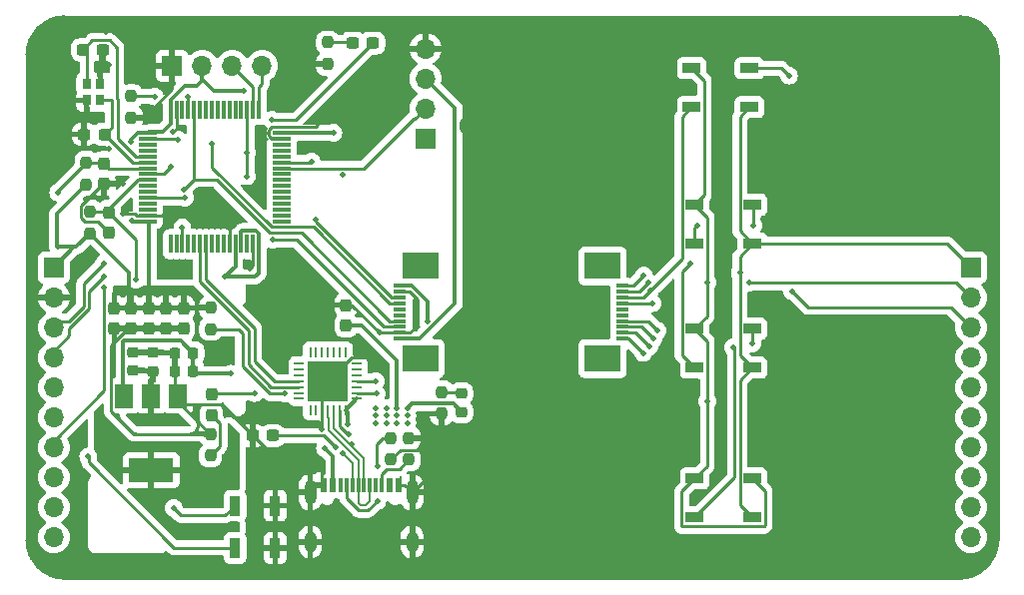
<source format=gtl>
%TF.GenerationSoftware,KiCad,Pcbnew,7.0.2-0*%
%TF.CreationDate,2024-05-28T17:42:11+08:00*%
%TF.ProjectId,angle_detect,616e676c-655f-4646-9574-6563742e6b69,rev?*%
%TF.SameCoordinates,Original*%
%TF.FileFunction,Copper,L1,Top*%
%TF.FilePolarity,Positive*%
%FSLAX46Y46*%
G04 Gerber Fmt 4.6, Leading zero omitted, Abs format (unit mm)*
G04 Created by KiCad (PCBNEW 7.0.2-0) date 2024-05-28 17:42:11*
%MOMM*%
%LPD*%
G01*
G04 APERTURE LIST*
G04 Aperture macros list*
%AMRoundRect*
0 Rectangle with rounded corners*
0 $1 Rounding radius*
0 $2 $3 $4 $5 $6 $7 $8 $9 X,Y pos of 4 corners*
0 Add a 4 corners polygon primitive as box body*
4,1,4,$2,$3,$4,$5,$6,$7,$8,$9,$2,$3,0*
0 Add four circle primitives for the rounded corners*
1,1,$1+$1,$2,$3*
1,1,$1+$1,$4,$5*
1,1,$1+$1,$6,$7*
1,1,$1+$1,$8,$9*
0 Add four rect primitives between the rounded corners*
20,1,$1+$1,$2,$3,$4,$5,0*
20,1,$1+$1,$4,$5,$6,$7,0*
20,1,$1+$1,$6,$7,$8,$9,0*
20,1,$1+$1,$8,$9,$2,$3,0*%
G04 Aperture macros list end*
%TA.AperFunction,SMDPad,CuDef*%
%ADD10R,0.800000X0.900000*%
%TD*%
%TA.AperFunction,SMDPad,CuDef*%
%ADD11RoundRect,0.237500X-0.237500X0.250000X-0.237500X-0.250000X0.237500X-0.250000X0.237500X0.250000X0*%
%TD*%
%TA.AperFunction,ComponentPad*%
%ADD12R,1.700000X1.700000*%
%TD*%
%TA.AperFunction,ComponentPad*%
%ADD13O,1.700000X1.700000*%
%TD*%
%TA.AperFunction,SMDPad,CuDef*%
%ADD14RoundRect,0.225000X0.225000X0.250000X-0.225000X0.250000X-0.225000X-0.250000X0.225000X-0.250000X0*%
%TD*%
%TA.AperFunction,SMDPad,CuDef*%
%ADD15RoundRect,0.062500X0.062500X-0.337500X0.062500X0.337500X-0.062500X0.337500X-0.062500X-0.337500X0*%
%TD*%
%TA.AperFunction,SMDPad,CuDef*%
%ADD16RoundRect,0.062500X0.337500X-0.062500X0.337500X0.062500X-0.337500X0.062500X-0.337500X-0.062500X0*%
%TD*%
%TA.AperFunction,SMDPad,CuDef*%
%ADD17R,3.350000X3.350000*%
%TD*%
%TA.AperFunction,SMDPad,CuDef*%
%ADD18RoundRect,0.237500X-0.237500X0.300000X-0.237500X-0.300000X0.237500X-0.300000X0.237500X0.300000X0*%
%TD*%
%TA.AperFunction,SMDPad,CuDef*%
%ADD19R,1.100000X0.300000*%
%TD*%
%TA.AperFunction,SMDPad,CuDef*%
%ADD20R,3.100000X2.300000*%
%TD*%
%TA.AperFunction,SMDPad,CuDef*%
%ADD21RoundRect,0.218750X-0.256250X0.218750X-0.256250X-0.218750X0.256250X-0.218750X0.256250X0.218750X0*%
%TD*%
%TA.AperFunction,SMDPad,CuDef*%
%ADD22RoundRect,0.225000X0.250000X-0.225000X0.250000X0.225000X-0.250000X0.225000X-0.250000X-0.225000X0*%
%TD*%
%TA.AperFunction,SMDPad,CuDef*%
%ADD23RoundRect,0.075000X-0.700000X-0.075000X0.700000X-0.075000X0.700000X0.075000X-0.700000X0.075000X0*%
%TD*%
%TA.AperFunction,SMDPad,CuDef*%
%ADD24RoundRect,0.075000X-0.075000X-0.700000X0.075000X-0.700000X0.075000X0.700000X-0.075000X0.700000X0*%
%TD*%
%TA.AperFunction,SMDPad,CuDef*%
%ADD25RoundRect,0.237500X0.300000X0.237500X-0.300000X0.237500X-0.300000X-0.237500X0.300000X-0.237500X0*%
%TD*%
%TA.AperFunction,SMDPad,CuDef*%
%ADD26R,0.600000X1.240000*%
%TD*%
%TA.AperFunction,SMDPad,CuDef*%
%ADD27R,0.300000X1.240000*%
%TD*%
%TA.AperFunction,ComponentPad*%
%ADD28O,1.000000X2.100000*%
%TD*%
%TA.AperFunction,ComponentPad*%
%ADD29O,1.000000X1.800000*%
%TD*%
%TA.AperFunction,SMDPad,CuDef*%
%ADD30RoundRect,0.237500X0.237500X-0.250000X0.237500X0.250000X-0.237500X0.250000X-0.237500X-0.250000X0*%
%TD*%
%TA.AperFunction,SMDPad,CuDef*%
%ADD31RoundRect,0.237500X-0.300000X-0.237500X0.300000X-0.237500X0.300000X0.237500X-0.300000X0.237500X0*%
%TD*%
%TA.AperFunction,SMDPad,CuDef*%
%ADD32R,1.500000X2.000000*%
%TD*%
%TA.AperFunction,SMDPad,CuDef*%
%ADD33R,3.800000X2.000000*%
%TD*%
%TA.AperFunction,SMDPad,CuDef*%
%ADD34RoundRect,0.237500X0.237500X-0.300000X0.237500X0.300000X-0.237500X0.300000X-0.237500X-0.300000X0*%
%TD*%
%TA.AperFunction,SMDPad,CuDef*%
%ADD35R,1.500000X0.900000*%
%TD*%
%TA.AperFunction,SMDPad,CuDef*%
%ADD36R,0.900000X1.700000*%
%TD*%
%TA.AperFunction,SMDPad,CuDef*%
%ADD37RoundRect,0.237500X0.237500X-0.287500X0.237500X0.287500X-0.237500X0.287500X-0.237500X-0.287500X0*%
%TD*%
%TA.AperFunction,ViaPad*%
%ADD38C,0.500000*%
%TD*%
%TA.AperFunction,ViaPad*%
%ADD39C,0.800000*%
%TD*%
%TA.AperFunction,ViaPad*%
%ADD40C,1.900000*%
%TD*%
%TA.AperFunction,Conductor*%
%ADD41C,0.300000*%
%TD*%
%TA.AperFunction,Conductor*%
%ADD42C,0.250000*%
%TD*%
%TA.AperFunction,Conductor*%
%ADD43C,0.200000*%
%TD*%
%TA.AperFunction,Profile*%
%ADD44C,0.100000*%
%TD*%
G04 APERTURE END LIST*
D10*
%TO.P,Y2,1,1*%
%TO.N,Net-(U1-PF0)*%
X62889800Y-50734000D03*
%TO.P,Y2,2,2*%
%TO.N,GND*%
X62889800Y-52134000D03*
%TO.P,Y2,3,3*%
%TO.N,Net-(U1-PF1)*%
X63989800Y-52134000D03*
%TO.P,Y2,4,4*%
%TO.N,GND*%
X63989800Y-50734000D03*
%TD*%
D11*
%TO.P,R2,1*%
%TO.N,GND*%
X90170000Y-80772000D03*
%TO.P,R2,2*%
%TO.N,Net-(J3-CC2)*%
X90170000Y-82597000D03*
%TD*%
D12*
%TO.P,J2,1,Pin_1*%
%TO.N,/+5V_b*%
X137795000Y-66324000D03*
D13*
%TO.P,J2,2,Pin_2*%
%TO.N,/GND_b*%
X137795000Y-68864000D03*
%TO.P,J2,3,Pin_3*%
%TO.N,/rgb_b*%
X137795000Y-71404000D03*
%TO.P,J2,4,Pin_4*%
%TO.N,/AD1_b*%
X137795000Y-73944000D03*
%TO.P,J2,5,Pin_5*%
%TO.N,unconnected-(J2-Pin_5-Pad5)*%
X137795000Y-76484000D03*
%TO.P,J2,6,Pin_6*%
%TO.N,unconnected-(J2-Pin_6-Pad6)*%
X137795000Y-79024000D03*
%TO.P,J2,7,Pin_7*%
%TO.N,/MPU_SDA_b*%
X137795000Y-81564000D03*
%TO.P,J2,8,Pin_8*%
%TO.N,/MPU_SCL_b*%
X137795000Y-84104000D03*
%TO.P,J2,9,Pin_9*%
%TO.N,/GND_b*%
X137795000Y-86644000D03*
%TO.P,J2,10,Pin_10*%
%TO.N,/+3.3V_b*%
X137795000Y-89184000D03*
%TD*%
D11*
%TO.P,R8,1*%
%TO.N,+3.3V*%
X73380600Y-69700300D03*
%TO.P,R8,2*%
%TO.N,Net-(U3-~{RST})*%
X73380600Y-71525300D03*
%TD*%
D14*
%TO.P,C4,1*%
%TO.N,+5V*%
X71882600Y-73558400D03*
%TO.P,C4,2*%
%TO.N,GND*%
X70332600Y-73558400D03*
%TD*%
%TO.P,C3,1*%
%TO.N,+5V*%
X71882000Y-75107800D03*
%TO.P,C3,2*%
%TO.N,GND*%
X70332000Y-75107800D03*
%TD*%
D11*
%TO.P,R6,1*%
%TO.N,/BOOT*%
X66649600Y-51765200D03*
%TO.P,R6,2*%
%TO.N,GND*%
X66649600Y-53590200D03*
%TD*%
D13*
%TO.P,J4,4,Pin_4*%
%TO.N,GND*%
X91567000Y-47752000D03*
%TO.P,J4,3,Pin_3*%
%TO.N,+3.3V*%
X91567000Y-50292000D03*
%TO.P,J4,2,Pin_2*%
%TO.N,/OLED_SCL*%
X91567000Y-52832000D03*
D12*
%TO.P,J4,1,Pin_1*%
%TO.N,/OLED_SDA*%
X91567000Y-55372000D03*
%TD*%
D15*
%TO.P,U3,1,~{DCD}*%
%TO.N,unconnected-(U3-~{DCD}-Pad1)*%
X81812000Y-78396000D03*
%TO.P,U3,2,~{RI}/CLK*%
%TO.N,unconnected-(U3-~{RI}{slash}CLK-Pad2)*%
X82312000Y-78396000D03*
%TO.P,U3,3,GND*%
%TO.N,GND*%
X82812000Y-78396000D03*
%TO.P,U3,4,D+*%
%TO.N,/D+*%
X83312000Y-78396000D03*
%TO.P,U3,5,D-*%
%TO.N,/D-*%
X83812000Y-78396000D03*
%TO.P,U3,6,VDD*%
%TO.N,Net-(U3-VDD)*%
X84312000Y-78396000D03*
%TO.P,U3,7,VREGIN*%
%TO.N,+5V*%
X84812000Y-78396000D03*
D16*
%TO.P,U3,8,VBUS*%
X85762000Y-77446000D03*
%TO.P,U3,9,~{RST}*%
%TO.N,Net-(U3-~{RST})*%
X85762000Y-76946000D03*
%TO.P,U3,10,NC*%
%TO.N,unconnected-(U3-NC-Pad10)*%
X85762000Y-76446000D03*
%TO.P,U3,11,~{SUSPEND}*%
%TO.N,Net-(D5-A)*%
X85762000Y-75946000D03*
%TO.P,U3,12,SUSPEND*%
%TO.N,unconnected-(U3-SUSPEND-Pad12)*%
X85762000Y-75446000D03*
%TO.P,U3,13,CHREN*%
%TO.N,unconnected-(U3-CHREN-Pad13)*%
X85762000Y-74946000D03*
%TO.P,U3,14,CHR1*%
%TO.N,unconnected-(U3-CHR1-Pad14)*%
X85762000Y-74446000D03*
D15*
%TO.P,U3,15,CHR0*%
%TO.N,unconnected-(U3-CHR0-Pad15)*%
X84812000Y-73496000D03*
%TO.P,U3,16,~{WAKEUP}/GPIO.3*%
%TO.N,unconnected-(U3-~{WAKEUP}{slash}GPIO.3-Pad16)*%
X84312000Y-73496000D03*
%TO.P,U3,17,RS485/GPIO.2*%
%TO.N,unconnected-(U3-RS485{slash}GPIO.2-Pad17)*%
X83812000Y-73496000D03*
%TO.P,U3,18,~{RXT}/GPIO.1*%
%TO.N,unconnected-(U3-~{RXT}{slash}GPIO.1-Pad18)*%
X83312000Y-73496000D03*
%TO.P,U3,19,~{TXT}/GPIO.0*%
%TO.N,unconnected-(U3-~{TXT}{slash}GPIO.0-Pad19)*%
X82812000Y-73496000D03*
%TO.P,U3,20,GPIO.6*%
%TO.N,unconnected-(U3-GPIO.6-Pad20)*%
X82312000Y-73496000D03*
%TO.P,U3,21,GPIO.5*%
%TO.N,unconnected-(U3-GPIO.5-Pad21)*%
X81812000Y-73496000D03*
D16*
%TO.P,U3,22,GPIO.4*%
%TO.N,unconnected-(U3-GPIO.4-Pad22)*%
X80862000Y-74446000D03*
%TO.P,U3,23,~{CTS}*%
%TO.N,unconnected-(U3-~{CTS}-Pad23)*%
X80862000Y-74946000D03*
%TO.P,U3,24,~{RTS}*%
%TO.N,unconnected-(U3-~{RTS}-Pad24)*%
X80862000Y-75446000D03*
%TO.P,U3,25,RXD*%
%TO.N,/RX*%
X80862000Y-75946000D03*
%TO.P,U3,26,TXD*%
%TO.N,/TX*%
X80862000Y-76446000D03*
%TO.P,U3,27,~{DSR}*%
%TO.N,unconnected-(U3-~{DSR}-Pad27)*%
X80862000Y-76946000D03*
%TO.P,U3,28,~{DTR}*%
%TO.N,unconnected-(U3-~{DTR}-Pad28)*%
X80862000Y-77446000D03*
D17*
%TO.P,U3,29,GND*%
%TO.N,GND*%
X83312000Y-75946000D03*
%TD*%
D18*
%TO.P,C12,1*%
%TO.N,+3.3V*%
X69596000Y-69749500D03*
%TO.P,C12,2*%
%TO.N,GND*%
X69596000Y-71474500D03*
%TD*%
D19*
%TO.P,J6,1,Pin_1*%
%TO.N,+3.3V*%
X89419000Y-72354000D03*
%TO.P,J6,2,Pin_2*%
%TO.N,GND*%
X89419000Y-71854000D03*
%TO.P,J6,3,Pin_3*%
%TO.N,/MPU_SCL*%
X89419000Y-71354000D03*
%TO.P,J6,4,Pin_4*%
%TO.N,/MPU_SDA*%
X89419000Y-70854000D03*
%TO.P,J6,5,Pin_5*%
%TO.N,unconnected-(J6-Pin_5-Pad5)*%
X89419000Y-70354000D03*
%TO.P,J6,6,Pin_6*%
%TO.N,unconnected-(J6-Pin_6-Pad6)*%
X89419000Y-69854000D03*
%TO.P,J6,7,Pin_7*%
%TO.N,/AD1*%
X89419000Y-69354000D03*
%TO.P,J6,8,Pin_8*%
%TO.N,/rgb*%
X89419000Y-68854000D03*
%TO.P,J6,9,Pin_9*%
%TO.N,GND*%
X89419000Y-68354000D03*
%TO.P,J6,10,Pin_10*%
%TO.N,+5V*%
X89419000Y-67854000D03*
D20*
%TO.P,J6,MP*%
%TO.N,N/C*%
X91119000Y-74024000D03*
X91119000Y-66184000D03*
%TD*%
D21*
%TO.P,power_led1,1,K*%
%TO.N,Net-(power_led1-K)*%
X94640400Y-76987300D03*
%TO.P,power_led1,2,A*%
%TO.N,+5V*%
X94640400Y-78562300D03*
%TD*%
D22*
%TO.P,C6,1*%
%TO.N,+3.3V*%
X66776600Y-75032200D03*
%TO.P,C6,2*%
%TO.N,GND*%
X66776600Y-73482200D03*
%TD*%
D11*
%TO.P,R7,1*%
%TO.N,GND*%
X73355200Y-80445600D03*
%TO.P,R7,2*%
%TO.N,Net-(D5-K)*%
X73355200Y-82270600D03*
%TD*%
D23*
%TO.P,U1,1,VBAT*%
%TO.N,+3.3V*%
X68035800Y-54898600D03*
%TO.P,U1,2,PC13*%
%TO.N,/AD1*%
X68035800Y-55398600D03*
%TO.P,U1,3,PC14*%
%TO.N,unconnected-(U1-PC14-Pad3)*%
X68035800Y-55898600D03*
%TO.P,U1,4,PC15*%
%TO.N,unconnected-(U1-PC15-Pad4)*%
X68035800Y-56398600D03*
%TO.P,U1,5,PF0*%
%TO.N,Net-(U1-PF0)*%
X68035800Y-56898600D03*
%TO.P,U1,6,PF1*%
%TO.N,Net-(U1-PF1)*%
X68035800Y-57398600D03*
%TO.P,U1,7,PG10*%
%TO.N,NRST*%
X68035800Y-57898600D03*
%TO.P,U1,8,PC0*%
%TO.N,/rgb*%
X68035800Y-58398600D03*
%TO.P,U1,9,PC1*%
%TO.N,/user_button*%
X68035800Y-58898600D03*
%TO.P,U1,10,PC2*%
%TO.N,unconnected-(U1-PC2-Pad10)*%
X68035800Y-59398600D03*
%TO.P,U1,11,PC3*%
%TO.N,unconnected-(U1-PC3-Pad11)*%
X68035800Y-59898600D03*
%TO.P,U1,12,PA0*%
%TO.N,/AD0*%
X68035800Y-60398600D03*
%TO.P,U1,13,PA1*%
%TO.N,unconnected-(U1-PA1-Pad13)*%
X68035800Y-60898600D03*
%TO.P,U1,14,PA2*%
%TO.N,unconnected-(U1-PA2-Pad14)*%
X68035800Y-61398600D03*
%TO.P,U1,15,VSS*%
%TO.N,GND*%
X68035800Y-61898600D03*
%TO.P,U1,16,VDD*%
%TO.N,+3.3V*%
X68035800Y-62398600D03*
D24*
%TO.P,U1,17,PA3*%
%TO.N,unconnected-(U1-PA3-Pad17)*%
X69960800Y-64323600D03*
%TO.P,U1,18,PA4*%
%TO.N,unconnected-(U1-PA4-Pad18)*%
X70460800Y-64323600D03*
%TO.P,U1,19,PA5*%
%TO.N,/USER_LED*%
X70960800Y-64323600D03*
%TO.P,U1,20,PA6*%
%TO.N,unconnected-(U1-PA6-Pad20)*%
X71460800Y-64323600D03*
%TO.P,U1,21,PA7*%
%TO.N,unconnected-(U1-PA7-Pad21)*%
X71960800Y-64323600D03*
%TO.P,U1,22,PC4*%
%TO.N,/TX*%
X72460800Y-64323600D03*
%TO.P,U1,23,PC5*%
%TO.N,/RX*%
X72960800Y-64323600D03*
%TO.P,U1,24,PB0*%
%TO.N,unconnected-(U1-PB0-Pad24)*%
X73460800Y-64323600D03*
%TO.P,U1,25,PB1*%
%TO.N,unconnected-(U1-PB1-Pad25)*%
X73960800Y-64323600D03*
%TO.P,U1,26,PB2*%
%TO.N,unconnected-(U1-PB2-Pad26)*%
X74460800Y-64323600D03*
%TO.P,U1,27,VSSA*%
%TO.N,GND*%
X74960800Y-64323600D03*
%TO.P,U1,28,VREF+*%
%TO.N,+3.3V*%
X75460800Y-64323600D03*
%TO.P,U1,29,VDDA*%
X75960800Y-64323600D03*
%TO.P,U1,30,PB10*%
%TO.N,unconnected-(U1-PB10-Pad30)*%
X76460800Y-64323600D03*
%TO.P,U1,31,VSS*%
%TO.N,GND*%
X76960800Y-64323600D03*
%TO.P,U1,32,VDD*%
%TO.N,+3.3V*%
X77460800Y-64323600D03*
D23*
%TO.P,U1,33,PB11*%
%TO.N,unconnected-(U1-PB11-Pad33)*%
X79385800Y-62398600D03*
%TO.P,U1,34,PB12*%
%TO.N,unconnected-(U1-PB12-Pad34)*%
X79385800Y-61898600D03*
%TO.P,U1,35,PB13*%
%TO.N,unconnected-(U1-PB13-Pad35)*%
X79385800Y-61398600D03*
%TO.P,U1,36,PB14*%
%TO.N,unconnected-(U1-PB14-Pad36)*%
X79385800Y-60898600D03*
%TO.P,U1,37,PB15*%
%TO.N,unconnected-(U1-PB15-Pad37)*%
X79385800Y-60398600D03*
%TO.P,U1,38,PC6*%
%TO.N,unconnected-(U1-PC6-Pad38)*%
X79385800Y-59898600D03*
%TO.P,U1,39,PC7*%
%TO.N,unconnected-(U1-PC7-Pad39)*%
X79385800Y-59398600D03*
%TO.P,U1,40,PC8*%
%TO.N,unconnected-(U1-PC8-Pad40)*%
X79385800Y-58898600D03*
%TO.P,U1,41,PC9*%
%TO.N,unconnected-(U1-PC9-Pad41)*%
X79385800Y-58398600D03*
%TO.P,U1,42,PA8*%
%TO.N,/OLED_SCL*%
X79385800Y-57898600D03*
%TO.P,U1,43,PA9*%
%TO.N,/OLED_SDA*%
X79385800Y-57398600D03*
%TO.P,U1,44,PA10*%
%TO.N,unconnected-(U1-PA10-Pad44)*%
X79385800Y-56898600D03*
%TO.P,U1,45,PA11*%
%TO.N,unconnected-(U1-PA11-Pad45)*%
X79385800Y-56398600D03*
%TO.P,U1,46,PA12*%
%TO.N,unconnected-(U1-PA12-Pad46)*%
X79385800Y-55898600D03*
%TO.P,U1,47,VSS*%
%TO.N,GND*%
X79385800Y-55398600D03*
%TO.P,U1,48,VDD*%
%TO.N,+3.3V*%
X79385800Y-54898600D03*
D24*
%TO.P,U1,49,PA13*%
%TO.N,/SWCLK*%
X77460800Y-52973600D03*
%TO.P,U1,50,PA14*%
%TO.N,/SWDIO*%
X76960800Y-52973600D03*
%TO.P,U1,51,PA15*%
%TO.N,/MPU_SCL*%
X76460800Y-52973600D03*
%TO.P,U1,52,PC10*%
%TO.N,unconnected-(U1-PC10-Pad52)*%
X75960800Y-52973600D03*
%TO.P,U1,53,PC11*%
%TO.N,unconnected-(U1-PC11-Pad53)*%
X75460800Y-52973600D03*
%TO.P,U1,54,PC12*%
%TO.N,unconnected-(U1-PC12-Pad54)*%
X74960800Y-52973600D03*
%TO.P,U1,55,PD2*%
%TO.N,unconnected-(U1-PD2-Pad55)*%
X74460800Y-52973600D03*
%TO.P,U1,56,PB3*%
%TO.N,unconnected-(U1-PB3-Pad56)*%
X73960800Y-52973600D03*
%TO.P,U1,57,PB4*%
%TO.N,unconnected-(U1-PB4-Pad57)*%
X73460800Y-52973600D03*
%TO.P,U1,58,PB5*%
%TO.N,unconnected-(U1-PB5-Pad58)*%
X72960800Y-52973600D03*
%TO.P,U1,59,PB6*%
%TO.N,unconnected-(U1-PB6-Pad59)*%
X72460800Y-52973600D03*
%TO.P,U1,60,PB7*%
%TO.N,/MPU_SDA*%
X71960800Y-52973600D03*
%TO.P,U1,61,PB8*%
%TO.N,/BOOT*%
X71460800Y-52973600D03*
%TO.P,U1,62,PB9*%
%TO.N,unconnected-(U1-PB9-Pad62)*%
X70960800Y-52973600D03*
%TO.P,U1,63,VSS*%
%TO.N,GND*%
X70460800Y-52973600D03*
%TO.P,U1,64,VDD*%
%TO.N,+3.3V*%
X69960800Y-52973600D03*
%TD*%
D25*
%TO.P,C7,1*%
%TO.N,GND*%
X64268600Y-47851600D03*
%TO.P,C7,2*%
%TO.N,Net-(U1-PF0)*%
X62543600Y-47851600D03*
%TD*%
D18*
%TO.P,C2,1*%
%TO.N,GND*%
X84836000Y-69495500D03*
%TO.P,C2,2*%
%TO.N,+5V*%
X84836000Y-71220500D03*
%TD*%
%TO.P,C14,1*%
%TO.N,NRST*%
X64338200Y-57482400D03*
%TO.P,C14,2*%
%TO.N,GND*%
X64338200Y-59207400D03*
%TD*%
D26*
%TO.P,J3,A1,GND*%
%TO.N,GND*%
X82926000Y-84773400D03*
%TO.P,J3,A4,VBUS*%
%TO.N,+5V*%
X83726000Y-84773400D03*
D27*
%TO.P,J3,A5,CC1*%
%TO.N,Net-(J3-CC1)*%
X84876000Y-84773400D03*
%TO.P,J3,A6,D+*%
%TO.N,/D+*%
X85876000Y-84773400D03*
%TO.P,J3,A7,D-*%
%TO.N,/D-*%
X86376000Y-84773400D03*
%TO.P,J3,A8,SBU1*%
%TO.N,unconnected-(J3-SBU1-PadA8)*%
X87376000Y-84773400D03*
D26*
%TO.P,J3,A9,VBUS*%
%TO.N,+5V*%
X88526000Y-84773400D03*
%TO.P,J3,A12,GND*%
%TO.N,GND*%
X89326000Y-84773400D03*
%TO.P,J3,B1,GND*%
X89326000Y-84773400D03*
%TO.P,J3,B4,VBUS*%
%TO.N,+5V*%
X88526000Y-84773400D03*
D27*
%TO.P,J3,B5,CC2*%
%TO.N,Net-(J3-CC2)*%
X87876000Y-84773400D03*
%TO.P,J3,B6,D+*%
%TO.N,/D+*%
X86876000Y-84773400D03*
%TO.P,J3,B7,D-*%
%TO.N,/D-*%
X85376000Y-84773400D03*
%TO.P,J3,B8,SBU2*%
%TO.N,unconnected-(J3-SBU2-PadB8)*%
X84376000Y-84773400D03*
D26*
%TO.P,J3,B9,VBUS*%
%TO.N,+5V*%
X83726000Y-84773400D03*
%TO.P,J3,B12,GND*%
%TO.N,GND*%
X82926000Y-84773400D03*
D28*
%TO.P,J3,S1,SHIELD*%
X81806000Y-85373400D03*
D29*
X81806000Y-89573400D03*
D28*
X90446000Y-85373400D03*
D29*
X90446000Y-89573400D03*
%TD*%
D12*
%TO.P,J5,1,Pin_1*%
%TO.N,GND*%
X70104000Y-49199800D03*
D13*
%TO.P,J5,2,Pin_2*%
%TO.N,+3.3V*%
X72644000Y-49199800D03*
%TO.P,J5,3,Pin_3*%
%TO.N,/SWDIO*%
X75184000Y-49199800D03*
%TO.P,J5,4,Pin_4*%
%TO.N,/SWCLK*%
X77724000Y-49199800D03*
%TD*%
D11*
%TO.P,R1,1*%
%TO.N,Net-(J3-CC1)*%
X88646000Y-80772000D03*
%TO.P,R1,2*%
%TO.N,GND*%
X88646000Y-82597000D03*
%TD*%
D30*
%TO.P,R5,1*%
%TO.N,+3.3V*%
X62814200Y-59254400D03*
%TO.P,R5,2*%
%TO.N,NRST*%
X62814200Y-57429400D03*
%TD*%
D31*
%TO.P,C8,1*%
%TO.N,GND*%
X62643000Y-55014400D03*
%TO.P,C8,2*%
%TO.N,Net-(U1-PF1)*%
X64368000Y-55014400D03*
%TD*%
D12*
%TO.P,J1,1,Pin_1*%
%TO.N,+3.3V*%
X60071000Y-66324000D03*
D13*
%TO.P,J1,2,Pin_2*%
%TO.N,GND*%
X60071000Y-68864000D03*
%TO.P,J1,3,Pin_3*%
%TO.N,/MPU_SCL*%
X60071000Y-71404000D03*
%TO.P,J1,4,Pin_4*%
%TO.N,/MPU_SDA*%
X60071000Y-73944000D03*
%TO.P,J1,5,Pin_5*%
%TO.N,unconnected-(J1-Pin_5-Pad5)*%
X60071000Y-76484000D03*
%TO.P,J1,6,Pin_6*%
%TO.N,unconnected-(J1-Pin_6-Pad6)*%
X60071000Y-79024000D03*
%TO.P,J1,7,Pin_7*%
%TO.N,/AD0*%
X60071000Y-81564000D03*
%TO.P,J1,8,Pin_8*%
%TO.N,unconnected-(J1-Pin_8-Pad8)*%
X60071000Y-84104000D03*
%TO.P,J1,9,Pin_9*%
%TO.N,unconnected-(J1-Pin_9-Pad9)*%
X60071000Y-86644000D03*
%TO.P,J1,10,Pin_10*%
%TO.N,unconnected-(J1-Pin_10-Pad10)*%
X60071000Y-89184000D03*
%TD*%
D32*
%TO.P,U4,1,GND*%
%TO.N,GND*%
X70626000Y-77215200D03*
%TO.P,U4,2,VO*%
%TO.N,+3.3V*%
X68326000Y-77215200D03*
D33*
X68326000Y-83515200D03*
D32*
%TO.P,U4,3,VI*%
%TO.N,+5V*%
X66026000Y-77215200D03*
%TD*%
D19*
%TO.P,J8,1,Pin_1*%
%TO.N,/+5V_b*%
X108284000Y-67854000D03*
%TO.P,J8,2,Pin_2*%
%TO.N,/GND_b*%
X108284000Y-68354000D03*
%TO.P,J8,3,Pin_3*%
%TO.N,/rgb_b*%
X108284000Y-68854000D03*
%TO.P,J8,4,Pin_4*%
%TO.N,/AD1_b*%
X108284000Y-69354000D03*
%TO.P,J8,5,Pin_5*%
%TO.N,unconnected-(J8-Pin_5-Pad5)*%
X108284000Y-69854000D03*
%TO.P,J8,6,Pin_6*%
%TO.N,unconnected-(J8-Pin_6-Pad6)*%
X108284000Y-70354000D03*
%TO.P,J8,7,Pin_7*%
%TO.N,/MPU_SDA_b*%
X108284000Y-70854000D03*
%TO.P,J8,8,Pin_8*%
%TO.N,/MPU_SCL_b*%
X108284000Y-71354000D03*
%TO.P,J8,9,Pin_9*%
%TO.N,/GND_b*%
X108284000Y-71854000D03*
%TO.P,J8,10,Pin_10*%
%TO.N,/+3.3V_b*%
X108284000Y-72354000D03*
D20*
%TO.P,J8,MP*%
%TO.N,N/C*%
X106584000Y-66184000D03*
X106584000Y-74024000D03*
%TD*%
D11*
%TO.P,R4,1*%
%TO.N,Net-(user_led1-K)*%
X83286600Y-47222400D03*
%TO.P,R4,2*%
%TO.N,GND*%
X83286600Y-49047400D03*
%TD*%
D30*
%TO.P,R9,1*%
%TO.N,+3.3V*%
X63144400Y-63396500D03*
%TO.P,R9,2*%
%TO.N,/user_button*%
X63144400Y-61571500D03*
%TD*%
D18*
%TO.P,C11,1*%
%TO.N,+3.3V*%
X68122800Y-69747300D03*
%TO.P,C11,2*%
%TO.N,GND*%
X68122800Y-71472300D03*
%TD*%
D34*
%TO.P,C15,1*%
%TO.N,GND*%
X64770000Y-63346500D03*
%TO.P,C15,2*%
%TO.N,/user_button*%
X64770000Y-61621500D03*
%TD*%
D35*
%TO.P,D3,1,VDD*%
%TO.N,/+5V_b*%
X119290000Y-74802000D03*
%TO.P,D3,2,DOUT*%
%TO.N,Net-(D3-DOUT)*%
X119290000Y-71502000D03*
%TO.P,D3,3,VSS*%
%TO.N,/GND_b*%
X114390000Y-71502000D03*
%TO.P,D3,4,DIN*%
%TO.N,Net-(D2-DOUT)*%
X114390000Y-74802000D03*
%TD*%
D36*
%TO.P,SW2,1,1*%
%TO.N,/user_button*%
X75439800Y-86512400D03*
%TO.P,SW2,2,2*%
%TO.N,GND*%
X78839800Y-86512400D03*
%TD*%
D31*
%TO.P,user_led1,1,K*%
%TO.N,Net-(user_led1-K)*%
X85395900Y-47269400D03*
%TO.P,user_led1,2,A*%
%TO.N,/USER_LED*%
X87120900Y-47269400D03*
%TD*%
D18*
%TO.P,C10,1*%
%TO.N,+3.3V*%
X66649600Y-69748400D03*
%TO.P,C10,2*%
%TO.N,GND*%
X66649600Y-71473400D03*
%TD*%
D11*
%TO.P,R3,1*%
%TO.N,Net-(power_led1-K)*%
X92938600Y-76862300D03*
%TO.P,R3,2*%
%TO.N,GND*%
X92938600Y-78687300D03*
%TD*%
D35*
%TO.P,D4,1,VDD*%
%TO.N,/+5V_b*%
X119290000Y-87502000D03*
%TO.P,D4,2,DOUT*%
%TO.N,/GND_b*%
X119290000Y-84202000D03*
%TO.P,D4,3,VSS*%
X114390000Y-84202000D03*
%TO.P,D4,4,DIN*%
%TO.N,Net-(D3-DOUT)*%
X114390000Y-87502000D03*
%TD*%
D31*
%TO.P,C1,1*%
%TO.N,GND*%
X76911200Y-80568800D03*
%TO.P,C1,2*%
%TO.N,Net-(U3-VDD)*%
X78636200Y-80568800D03*
%TD*%
D35*
%TO.P,D2,1,VDD*%
%TO.N,/+5V_b*%
X119290000Y-64286400D03*
%TO.P,D2,2,DOUT*%
%TO.N,Net-(D2-DOUT)*%
X119290000Y-60986400D03*
%TO.P,D2,3,VSS*%
%TO.N,/GND_b*%
X114390000Y-60986400D03*
%TO.P,D2,4,DIN*%
%TO.N,Net-(D1-DOUT)*%
X114390000Y-64286400D03*
%TD*%
D18*
%TO.P,C9,1*%
%TO.N,+3.3V*%
X65176400Y-69748400D03*
%TO.P,C9,2*%
%TO.N,GND*%
X65176400Y-71473400D03*
%TD*%
D22*
%TO.P,C5,1*%
%TO.N,+3.3V*%
X68453000Y-75083000D03*
%TO.P,C5,2*%
%TO.N,GND*%
X68453000Y-73533000D03*
%TD*%
D37*
%TO.P,D5,1,K*%
%TO.N,Net-(D5-K)*%
X73431400Y-78827600D03*
%TO.P,D5,2,A*%
%TO.N,Net-(D5-A)*%
X73431400Y-77077600D03*
%TD*%
D18*
%TO.P,C13,1*%
%TO.N,+3.3V*%
X71069200Y-69747300D03*
%TO.P,C13,2*%
%TO.N,GND*%
X71069200Y-71472300D03*
%TD*%
D35*
%TO.P,D1,1,VDD*%
%TO.N,/+5V_b*%
X119036000Y-52704000D03*
%TO.P,D1,2,DOUT*%
%TO.N,Net-(D1-DOUT)*%
X119036000Y-49404000D03*
%TO.P,D1,3,VSS*%
%TO.N,/GND_b*%
X114136000Y-49404000D03*
%TO.P,D1,4,DIN*%
%TO.N,/rgb_b*%
X114136000Y-52704000D03*
%TD*%
D36*
%TO.P,SW1,1,1*%
%TO.N,NRST*%
X75439800Y-90093800D03*
%TO.P,SW1,2,2*%
%TO.N,GND*%
X78839800Y-90093800D03*
%TD*%
D38*
%TO.N,GND*%
X65786000Y-45720000D03*
X65151000Y-45720000D03*
X64516000Y-45720000D03*
X65786000Y-46355000D03*
X65151000Y-46355000D03*
X64516000Y-46355000D03*
X64770000Y-49149000D03*
D39*
X99415600Y-72313800D03*
X98425000Y-75666600D03*
D38*
X74142600Y-62204600D03*
D39*
X99415600Y-61823600D03*
X98425000Y-81229200D03*
X98425000Y-85267800D03*
D40*
X101981000Y-89077800D03*
D39*
X99415600Y-51282600D03*
X99415600Y-82016600D03*
X98425000Y-50520600D03*
D38*
X70154800Y-54824100D03*
D39*
X98425000Y-46431200D03*
X98425000Y-84455000D03*
X98425000Y-90195400D03*
D38*
X74574400Y-62687200D03*
D39*
X99415600Y-66624200D03*
X99415600Y-77241400D03*
X99415600Y-91744800D03*
X98425000Y-87782400D03*
X98425000Y-61849000D03*
X99415600Y-70713600D03*
X98425000Y-82854800D03*
X99415600Y-74015600D03*
D38*
X87350600Y-73914000D03*
D39*
X98425000Y-57734200D03*
D40*
X101854000Y-54305200D03*
D39*
X98425000Y-74041000D03*
X99415600Y-65811400D03*
X98425000Y-62661800D03*
X98425000Y-48082200D03*
X99415600Y-60223400D03*
X99415600Y-84429600D03*
X99415600Y-63423800D03*
X98425000Y-66649600D03*
X99415600Y-87757000D03*
X98425000Y-70739000D03*
X99415600Y-69900800D03*
D38*
X64747967Y-56206833D03*
D39*
X98425000Y-53721000D03*
D38*
X73609200Y-61747400D03*
D39*
X98425000Y-78054200D03*
X98425000Y-68224400D03*
X99415600Y-90957400D03*
X99415600Y-52095400D03*
X98425000Y-83667600D03*
X99415600Y-47218600D03*
X98425000Y-82042000D03*
D38*
X75107800Y-62128400D03*
D39*
X98425000Y-73253600D03*
X99415600Y-82829400D03*
X98425000Y-65836800D03*
X98425000Y-72339200D03*
X98425000Y-88595200D03*
X98425000Y-48869600D03*
X98425000Y-74853800D03*
X98425000Y-45643800D03*
X98425000Y-78841600D03*
X99415600Y-90170000D03*
X99415600Y-74828400D03*
X99415600Y-71501000D03*
X98425000Y-65049400D03*
X99415600Y-67411600D03*
X98425000Y-76454000D03*
X98425000Y-61036200D03*
X99415600Y-52908200D03*
X99415600Y-64236600D03*
D40*
X95377000Y-84074000D03*
D38*
X82042000Y-81661000D03*
D39*
X99415600Y-48056800D03*
X99415600Y-85242400D03*
X98425000Y-64262000D03*
D40*
X95377000Y-54305200D03*
D39*
X99415600Y-73228200D03*
X99415600Y-78028800D03*
X99415600Y-55295800D03*
X98425000Y-58521600D03*
X98425000Y-52933600D03*
X99415600Y-61010800D03*
D40*
X95377000Y-89052400D03*
D39*
X99415600Y-59309000D03*
X99415600Y-79629000D03*
X99415600Y-69011800D03*
D40*
X101854000Y-49276000D03*
D39*
X99415600Y-75641200D03*
X99415600Y-53695600D03*
X98425000Y-56921400D03*
X98425000Y-69926200D03*
X98425000Y-89382600D03*
X99415600Y-68199000D03*
X98425000Y-60248800D03*
X98425000Y-51308000D03*
X98425000Y-71526400D03*
X98425000Y-77266800D03*
X98425000Y-91770200D03*
X99415600Y-56896000D03*
X99415600Y-81203800D03*
X98425000Y-59334400D03*
X99415600Y-46405800D03*
X99415600Y-57708800D03*
X98425000Y-69037200D03*
X99415600Y-83642200D03*
X98425000Y-52120800D03*
X99415600Y-54508400D03*
X99415600Y-62636400D03*
X99415600Y-76428600D03*
X98425000Y-63449200D03*
X99415600Y-50495200D03*
D38*
X74625200Y-61722000D03*
D39*
X99415600Y-86156800D03*
D38*
X74142600Y-61264800D03*
X65938400Y-61747400D03*
D39*
X99415600Y-78816200D03*
D38*
X77622400Y-54864000D03*
D39*
X98425000Y-55321200D03*
D38*
X82787500Y-79994300D03*
D39*
X99415600Y-48844200D03*
D38*
X76708000Y-66370200D03*
D39*
X99415600Y-56083200D03*
X98425000Y-67437000D03*
X98425000Y-86969600D03*
X99415600Y-45618400D03*
X99415600Y-49657000D03*
D38*
X65913000Y-59232800D03*
D39*
X98425000Y-54533800D03*
X99415600Y-65024000D03*
X98425000Y-86182200D03*
X98425000Y-56108600D03*
X99415600Y-58496200D03*
X98425000Y-47244000D03*
X98425000Y-90982800D03*
X99415600Y-88569800D03*
X98425000Y-79654400D03*
X99415600Y-86944200D03*
D38*
X87703600Y-71854000D03*
D40*
X101981000Y-84048600D03*
D39*
X99415600Y-89357200D03*
X98425000Y-49682400D03*
X98425000Y-80441800D03*
X99415600Y-80416400D03*
D40*
X95377000Y-49276000D03*
D38*
%TO.N,Net-(U3-VDD)*%
X85066156Y-80414844D03*
X83947000Y-81534000D03*
%TO.N,+5V*%
X89154000Y-79502000D03*
X87376000Y-78867000D03*
X88265000Y-78867000D03*
X75057000Y-75311000D03*
X90043000Y-78232000D03*
X89154000Y-78867000D03*
X90043000Y-78867000D03*
X88526000Y-84773400D03*
X89154000Y-78232000D03*
X83058000Y-81661000D03*
X90043000Y-79502000D03*
X84988233Y-79603767D03*
X91744800Y-70866000D03*
X87376000Y-78232000D03*
X88265000Y-78232000D03*
X87376000Y-79502000D03*
X88265000Y-79502000D03*
%TO.N,+3.3V*%
X71094600Y-68122800D03*
X74599800Y-67106800D03*
X83769200Y-54898600D03*
X70510400Y-81483200D03*
X71170800Y-81483200D03*
X71170800Y-82194400D03*
X69088000Y-79298800D03*
X66675000Y-62306200D03*
X74218800Y-73914000D03*
X69824600Y-81483200D03*
X68376800Y-79298800D03*
X66573233Y-55651567D03*
X69113400Y-81483200D03*
X76200000Y-51333400D03*
X71170800Y-83566000D03*
X71170800Y-82931000D03*
%TO.N,NRST*%
X62992000Y-82346800D03*
X60452000Y-59944000D03*
%TO.N,/user_button*%
X67056000Y-67360800D03*
X70231000Y-86715600D03*
%TO.N,Net-(D1-DOUT)*%
X114604800Y-62738000D03*
X122377200Y-50038000D03*
%TO.N,/rgb*%
X70002400Y-57759600D03*
X82245200Y-62280800D03*
%TO.N,Net-(D2-DOUT)*%
X119354600Y-62738000D03*
X113995200Y-65938400D03*
%TO.N,Net-(D3-DOUT)*%
X117640500Y-73075800D03*
X119278400Y-72745600D03*
%TO.N,Net-(D5-A)*%
X77089000Y-76962000D03*
X87376000Y-75946000D03*
%TO.N,/MPU_SCL*%
X78638400Y-63957415D03*
X76454000Y-58572400D03*
X64312800Y-65989200D03*
X76454000Y-56540400D03*
%TO.N,/MPU_SDA*%
X71120000Y-59690000D03*
X64363600Y-67056000D03*
%TO.N,/AD0*%
X64363600Y-68021200D03*
X71170800Y-60401200D03*
%TO.N,/AD1*%
X73456800Y-55778400D03*
X70612000Y-55473600D03*
%TO.N,Net-(J3-CC1)*%
X87503000Y-86106000D03*
X87503000Y-83185000D03*
%TO.N,/D-*%
X85319456Y-81304544D03*
X84542344Y-82081656D03*
%TO.N,/BOOT*%
X68630800Y-51816000D03*
X71424800Y-51816000D03*
%TO.N,Net-(U3-~{RST})*%
X79629000Y-77020500D03*
X87434500Y-77020500D03*
%TO.N,/OLED_SDA*%
X81915000Y-57324100D03*
X84582000Y-58473100D03*
%TO.N,/USER_LED*%
X70967600Y-62890400D03*
X78587600Y-53797200D03*
%TO.N,/+5V_b*%
X110083600Y-66979800D03*
X118215000Y-66751200D03*
%TO.N,/GND_b*%
X119049800Y-67614800D03*
X115465000Y-67589400D03*
X110490000Y-67589400D03*
X115465000Y-77622400D03*
X110540800Y-73025000D03*
%TO.N,/rgb_b*%
X110604486Y-68288086D03*
X122656600Y-68326000D03*
%TO.N,/AD1_b*%
X110794800Y-69342000D03*
%TO.N,/MPU_SDA_b*%
X111252000Y-71678800D03*
%TO.N,/MPU_SCL_b*%
X110896400Y-72364600D03*
%TO.N,/+3.3V_b*%
X110007400Y-73558400D03*
%TD*%
D41*
%TO.N,+3.3V*%
X61969500Y-64571400D02*
X61823600Y-64571400D01*
X61823600Y-64571400D02*
X60071000Y-66324000D01*
D42*
%TO.N,/GND_b*%
X119290000Y-84202000D02*
X120365000Y-85277000D01*
X120365000Y-85277000D02*
X120365000Y-88169000D01*
X120365000Y-88169000D02*
X120257000Y-88277000D01*
X120257000Y-88277000D02*
X113315000Y-88277000D01*
X113315000Y-88277000D02*
X113284000Y-88246000D01*
X113284000Y-85308000D02*
X114390000Y-84202000D01*
X113284000Y-88246000D02*
X113284000Y-85308000D01*
X115465000Y-83127000D02*
X114390000Y-84202000D01*
%TO.N,/rgb_b*%
X124028200Y-69697600D02*
X136088600Y-69697600D01*
X136088600Y-69697600D02*
X137795000Y-71404000D01*
%TO.N,/GND_b*%
X119049800Y-67614800D02*
X136545800Y-67614800D01*
X136545800Y-67614800D02*
X137795000Y-68864000D01*
%TO.N,/+5V_b*%
X119290000Y-64286400D02*
X135757400Y-64286400D01*
X135757400Y-64286400D02*
X137795000Y-66324000D01*
%TO.N,GND*%
X64268600Y-47851600D02*
X63989800Y-48130400D01*
X63989800Y-48130400D02*
X63989800Y-50734000D01*
%TO.N,Net-(U1-PF0)*%
X65414800Y-51959000D02*
X65414800Y-47664805D01*
X65414800Y-47664805D02*
X64801595Y-47051600D01*
X64801595Y-47051600D02*
X63343600Y-47051600D01*
X63343600Y-47051600D02*
X62543600Y-47851600D01*
%TO.N,Net-(U1-PF1)*%
X65024000Y-54358400D02*
X65024000Y-52197000D01*
X64961000Y-52134000D02*
X63989800Y-52134000D01*
X64368000Y-55014400D02*
X65024000Y-54358400D01*
X65024000Y-52197000D02*
X64961000Y-52134000D01*
%TO.N,Net-(U1-PF0)*%
X62889800Y-48197800D02*
X62889800Y-49276000D01*
X62889800Y-49276000D02*
X62889800Y-50734000D01*
X62543600Y-47851600D02*
X62889800Y-48197800D01*
%TO.N,/AD0*%
X64363600Y-68021200D02*
X64363600Y-76733400D01*
X64363600Y-76733400D02*
X60071000Y-81026000D01*
%TO.N,/MPU_SDA*%
X64363600Y-67056000D02*
X63061000Y-68358600D01*
X63061000Y-68358600D02*
X63061000Y-69782396D01*
X61400545Y-71442851D02*
X61400545Y-72076455D01*
X63061000Y-69782396D02*
X61400545Y-71442851D01*
X61400545Y-72076455D02*
X60071000Y-73406000D01*
%TO.N,/MPU_SCL*%
X62611000Y-67691000D02*
X62611000Y-69596000D01*
X64312800Y-65989200D02*
X62611000Y-67691000D01*
X62611000Y-69596000D02*
X61341000Y-70866000D01*
X61341000Y-70866000D02*
X60071000Y-70866000D01*
D41*
%TO.N,+3.3V*%
X91567000Y-50292000D02*
X94077000Y-52802000D01*
X94077000Y-52802000D02*
X94077000Y-69382329D01*
X94077000Y-69382329D02*
X91105329Y-72354000D01*
X91105329Y-72354000D02*
X89419000Y-72354000D01*
D42*
%TO.N,/OLED_SCL*%
X79385800Y-57898600D02*
X86373400Y-57898600D01*
X90551000Y-53721000D02*
X90678000Y-53721000D01*
X86373400Y-57898600D02*
X90551000Y-53721000D01*
X90678000Y-53721000D02*
X91567000Y-52832000D01*
%TO.N,GND*%
X66649600Y-53590200D02*
X67669773Y-53590200D01*
X74270000Y-77927600D02*
X76911200Y-80568800D01*
X64770000Y-63346500D02*
X63807500Y-62384000D01*
X88646000Y-82597000D02*
X89458500Y-81784500D01*
X87703600Y-71854000D02*
X89419000Y-71854000D01*
X63807500Y-62384000D02*
X62673905Y-62384000D01*
X69698800Y-61898600D02*
X69723000Y-61874400D01*
X89846000Y-84773400D02*
X90446000Y-85373400D01*
X70460800Y-54518100D02*
X70154800Y-54824100D01*
X74960800Y-63482915D02*
X74960800Y-64323600D01*
X64225505Y-59207400D02*
X64338200Y-59207400D01*
X92938600Y-81737200D02*
X92938600Y-78687300D01*
X78285800Y-55139285D02*
X78285800Y-54813200D01*
X71338400Y-77927600D02*
X74270000Y-77927600D01*
X66384498Y-71473400D02*
X64951000Y-72906898D01*
X67080573Y-61898600D02*
X68035800Y-61898600D01*
X88439000Y-82804000D02*
X88646000Y-82597000D01*
X78003400Y-81661000D02*
X82042000Y-81661000D01*
X78235000Y-54864000D02*
X78285800Y-54813200D01*
X64951000Y-72906898D02*
X64951000Y-78540200D01*
X77622400Y-54864000D02*
X78235000Y-54864000D01*
X66649600Y-71729600D02*
X66649600Y-71473400D01*
X66913173Y-61731200D02*
X67080573Y-61898600D01*
X90269000Y-68354000D02*
X89419000Y-68354000D01*
X64951000Y-78540200D02*
X66856400Y-80445600D01*
X70626000Y-77716400D02*
X73355200Y-80445600D01*
X74960800Y-63022800D02*
X74955400Y-63017400D01*
X92938600Y-82880800D02*
X92938600Y-81737200D01*
X76911200Y-80568800D02*
X78003400Y-81661000D01*
X82787500Y-78420500D02*
X82812000Y-78396000D01*
X66856400Y-80445600D02*
X73355200Y-80445600D01*
X78285800Y-54657915D02*
X78571515Y-54372200D01*
X65954600Y-61731200D02*
X66913173Y-61731200D01*
X64338200Y-59207400D02*
X65887600Y-59207400D01*
X85345992Y-73914000D02*
X87350600Y-73914000D01*
X83312000Y-75946000D02*
X83313992Y-75946000D01*
X70332000Y-75107800D02*
X70332000Y-76921200D01*
X89458500Y-81784500D02*
X92891300Y-81784500D01*
X78285800Y-54813200D02*
X78285800Y-54657915D01*
X90932000Y-71191000D02*
X90932000Y-69017000D01*
X78571515Y-54372200D02*
X82229000Y-54372200D01*
X82229000Y-54372200D02*
X83159600Y-53441600D01*
X70332000Y-76921200D02*
X70626000Y-77215200D01*
X89419000Y-71854000D02*
X90269000Y-71854000D01*
X64747967Y-56206833D02*
X63401767Y-56206833D01*
X92891300Y-81784500D02*
X92938600Y-81737200D01*
X90269000Y-71854000D02*
X90932000Y-71191000D01*
X76960800Y-64323600D02*
X76960800Y-66117400D01*
X62344400Y-61088505D02*
X64225505Y-59207400D01*
X67669773Y-53590200D02*
X70104000Y-51155973D01*
X76960800Y-66117400D02*
X76708000Y-66370200D01*
X78545115Y-55398600D02*
X78285800Y-55139285D01*
X90446000Y-85373400D02*
X92938600Y-82880800D01*
X79385800Y-55398600D02*
X78545115Y-55398600D01*
X82812000Y-76446000D02*
X82812000Y-78396000D01*
X70626000Y-77215200D02*
X70626000Y-77716400D01*
X66649600Y-71473400D02*
X66384498Y-71473400D01*
X65887600Y-59207400D02*
X65913000Y-59232800D01*
X74960800Y-64323600D02*
X74960800Y-63022800D01*
X83312000Y-75946000D02*
X82812000Y-76446000D01*
X90932000Y-69017000D02*
X90269000Y-68354000D01*
X70460800Y-52973600D02*
X70460800Y-54518100D01*
X82787500Y-79994300D02*
X82787500Y-78420500D01*
X84836000Y-69495500D02*
X85345100Y-69495500D01*
X70626000Y-77215200D02*
X71338400Y-77927600D01*
X63401767Y-56206833D02*
X63398400Y-56210200D01*
X85345100Y-69495500D02*
X87703600Y-71854000D01*
X65938400Y-61747400D02*
X65954600Y-61731200D01*
X62344400Y-62054495D02*
X62344400Y-61088505D01*
X83313992Y-75946000D02*
X85345992Y-73914000D01*
X68035800Y-61898600D02*
X69698800Y-61898600D01*
X70104000Y-51155973D02*
X70104000Y-49199800D01*
X62673905Y-62384000D02*
X62344400Y-62054495D01*
X89326000Y-84773400D02*
X89846000Y-84773400D01*
%TO.N,Net-(U3-VDD)*%
X84986844Y-80414844D02*
X84328000Y-79756000D01*
X85066156Y-80414844D02*
X84986844Y-80414844D01*
X84328000Y-78412000D02*
X84312000Y-78396000D01*
X84328000Y-79756000D02*
X84328000Y-78412000D01*
X78636200Y-80568800D02*
X82981800Y-80568800D01*
X82981800Y-80568800D02*
X83947000Y-81534000D01*
D41*
%TO.N,+5V*%
X89154000Y-74168000D02*
X89154000Y-78232000D01*
X84988233Y-79603767D02*
X84988233Y-78572233D01*
X65951600Y-77140800D02*
X65951600Y-72578050D01*
X72085200Y-75311000D02*
X71882000Y-75107800D01*
X83726000Y-82329000D02*
X83058000Y-81661000D01*
X71882600Y-73558400D02*
X71882600Y-75107200D01*
X90440752Y-67854000D02*
X91744800Y-69158048D01*
X84988233Y-79603767D02*
X85103608Y-79603767D01*
X86206500Y-71220500D02*
X89154000Y-74168000D01*
X93927900Y-77849800D02*
X94640400Y-78562300D01*
X84812000Y-78396000D02*
X85762000Y-77446000D01*
X71882600Y-75107200D02*
X71882000Y-75107800D01*
X66026000Y-77215200D02*
X65951600Y-77140800D01*
X84836000Y-71220500D02*
X86206500Y-71220500D01*
X65951600Y-72578050D02*
X66012650Y-72517000D01*
X91744800Y-69158048D02*
X91744800Y-70866000D01*
X83726000Y-84773400D02*
X83726000Y-82329000D01*
X84988233Y-78572233D02*
X84812000Y-78396000D01*
X75057000Y-75311000D02*
X72085200Y-75311000D01*
X89419000Y-67854000D02*
X90440752Y-67854000D01*
X90425200Y-77849800D02*
X93927900Y-77849800D01*
X90043000Y-78232000D02*
X90425200Y-77849800D01*
X66012650Y-72517000D02*
X70841200Y-72517000D01*
X70841200Y-72517000D02*
X71882600Y-73558400D01*
%TO.N,+3.3V*%
X71156759Y-50901600D02*
X69960800Y-52097559D01*
X69960800Y-54143600D02*
X69960800Y-52973600D01*
X72237600Y-50901600D02*
X71156759Y-50901600D01*
X75460800Y-66245800D02*
X74599800Y-67106800D01*
X68035800Y-54898600D02*
X68121200Y-54813200D01*
X72644000Y-50342800D02*
X73634600Y-51333400D01*
X63144400Y-63396500D02*
X66456000Y-66708100D01*
X74599800Y-67106800D02*
X77139800Y-67106800D01*
X66456000Y-69554800D02*
X66649600Y-69748400D01*
X75460800Y-64323600D02*
X75460800Y-66245800D01*
X72644000Y-49199800D02*
X72644000Y-50342800D01*
X68121200Y-54813200D02*
X69291200Y-54813200D01*
X67159759Y-54898600D02*
X66573233Y-55485126D01*
X68122800Y-69747300D02*
X68122800Y-62485600D01*
X77460800Y-63447559D02*
X77211841Y-63198600D01*
X72644000Y-50495200D02*
X72237600Y-50901600D01*
X66675000Y-62306200D02*
X66767400Y-62398600D01*
X61969500Y-64571400D02*
X63144400Y-63396500D01*
X66573233Y-55485126D02*
X66573233Y-55651567D01*
X60324600Y-64571400D02*
X61969500Y-64571400D01*
X72644000Y-50342800D02*
X72644000Y-50495200D01*
X76044200Y-63198600D02*
X75960800Y-63282000D01*
X60396200Y-64643000D02*
X60324600Y-64571400D01*
X68035800Y-54898600D02*
X67159759Y-54898600D01*
X69960800Y-52097559D02*
X69960800Y-52973600D01*
X73634600Y-51333400D02*
X76200000Y-51333400D01*
X75960800Y-63282000D02*
X75960800Y-64323600D01*
X68122800Y-62485600D02*
X68035800Y-62398600D01*
X69291200Y-54813200D02*
X69960800Y-54143600D01*
X77139800Y-67106800D02*
X77460800Y-66785800D01*
X60324600Y-61744000D02*
X62814200Y-59254400D01*
X66767400Y-62398600D02*
X68035800Y-62398600D01*
X60324600Y-64571400D02*
X60324600Y-61744000D01*
X66456000Y-66708100D02*
X66456000Y-69554800D01*
X77460800Y-66785800D02*
X77460800Y-64323600D01*
X79385800Y-54898600D02*
X83769200Y-54898600D01*
X77211841Y-63198600D02*
X76044200Y-63198600D01*
X77460800Y-64323600D02*
X77460800Y-63447559D01*
D42*
%TO.N,Net-(U1-PF0)*%
X65532000Y-52076200D02*
X65532000Y-55422800D01*
X65532000Y-55422800D02*
X67007800Y-56898600D01*
X67007800Y-56898600D02*
X68035800Y-56898600D01*
X65414800Y-51959000D02*
X65532000Y-52076200D01*
%TO.N,Net-(U1-PF1)*%
X66752200Y-57398600D02*
X68035800Y-57398600D01*
X64368000Y-55014400D02*
X66752200Y-57398600D01*
%TO.N,NRST*%
X64754400Y-57898600D02*
X68035800Y-57898600D01*
X64285200Y-57429400D02*
X64338200Y-57482400D01*
X63042800Y-82397600D02*
X63042800Y-82854800D01*
X62814200Y-57429400D02*
X64285200Y-57429400D01*
X62992000Y-82346800D02*
X63042800Y-82397600D01*
X70281800Y-90093800D02*
X75439800Y-90093800D01*
X60452000Y-59791600D02*
X62814200Y-57429400D01*
X64338200Y-57482400D02*
X64754400Y-57898600D01*
X63042800Y-82854800D02*
X70281800Y-90093800D01*
X60452000Y-59944000D02*
X60452000Y-59791600D01*
%TO.N,/user_button*%
X67195115Y-58898600D02*
X68035800Y-58898600D01*
X64720000Y-61571500D02*
X64770000Y-61621500D01*
X74601600Y-87350600D02*
X75439800Y-86512400D01*
X70231000Y-86715600D02*
X70866000Y-87350600D01*
X67056000Y-63907500D02*
X67056000Y-67360800D01*
X64770000Y-61621500D02*
X67056000Y-63907500D01*
X64770000Y-61323715D02*
X67195115Y-58898600D01*
X70866000Y-87350600D02*
X74601600Y-87350600D01*
X63144400Y-61571500D02*
X64720000Y-61571500D01*
X64770000Y-61621500D02*
X64770000Y-61323715D01*
%TO.N,Net-(D1-DOUT)*%
X121743200Y-49404000D02*
X119036000Y-49404000D01*
X114390000Y-62952800D02*
X114604800Y-62738000D01*
X114390000Y-64286400D02*
X114390000Y-62952800D01*
X122377200Y-50038000D02*
X121743200Y-49404000D01*
%TO.N,/rgb*%
X69363400Y-58398600D02*
X68035800Y-58398600D01*
X82245200Y-62393804D02*
X82245200Y-62280800D01*
X88705396Y-68854000D02*
X82245200Y-62393804D01*
X70002400Y-57759600D02*
X69363400Y-58398600D01*
X89419000Y-68854000D02*
X88705396Y-68854000D01*
%TO.N,Net-(D2-DOUT)*%
X113315000Y-66618600D02*
X113995200Y-65938400D01*
X119354600Y-62738000D02*
X119354600Y-61051000D01*
X119354600Y-61051000D02*
X119290000Y-60986400D01*
X113315000Y-73727000D02*
X113315000Y-66618600D01*
X114390000Y-74802000D02*
X113315000Y-73727000D01*
%TO.N,Net-(D3-DOUT)*%
X117765000Y-84127000D02*
X117765000Y-74051600D01*
X119278400Y-72745600D02*
X119278400Y-71513600D01*
X119278400Y-71513600D02*
X119290000Y-71502000D01*
X117765000Y-74051600D02*
X117765000Y-73200300D01*
X114390000Y-87502000D02*
X117765000Y-84127000D01*
X117765000Y-73200300D02*
X117640500Y-73075800D01*
%TO.N,Net-(D5-K)*%
X74155200Y-79551400D02*
X73431400Y-78827600D01*
X74155200Y-81470600D02*
X74155200Y-79551400D01*
X73355200Y-82270600D02*
X74155200Y-81470600D01*
%TO.N,Net-(D5-A)*%
X73547000Y-76962000D02*
X73431400Y-77077600D01*
X77089000Y-76962000D02*
X73547000Y-76962000D01*
X85762000Y-75946000D02*
X87376000Y-75946000D01*
%TO.N,/MPU_SCL*%
X76454000Y-58572400D02*
X76454000Y-56540400D01*
X88027495Y-71354000D02*
X80630910Y-63957415D01*
X76454000Y-52980400D02*
X76460800Y-52973600D01*
X76454000Y-56540400D02*
X76454000Y-52980400D01*
X89419000Y-71354000D02*
X88027495Y-71354000D01*
X80630910Y-63957415D02*
X78638400Y-63957415D01*
%TO.N,/MPU_SDA*%
X71120000Y-59690000D02*
X71960800Y-58849200D01*
X89419000Y-70854000D02*
X88569000Y-70854000D01*
X73859319Y-58849200D02*
X71960800Y-58849200D01*
X81097915Y-63382915D02*
X78393034Y-63382915D01*
X78393034Y-63382915D02*
X73859319Y-58849200D01*
X88569000Y-70854000D02*
X81097915Y-63382915D01*
X71960800Y-58849200D02*
X71960800Y-52973600D01*
%TO.N,/AD0*%
X71170800Y-60401200D02*
X68038400Y-60401200D01*
X68038400Y-60401200D02*
X68035800Y-60398600D01*
%TO.N,/AD1*%
X88569000Y-69354000D02*
X82088600Y-62873600D01*
X70612000Y-55473600D02*
X70537000Y-55398600D01*
X78520115Y-62873600D02*
X73456800Y-57810285D01*
X89419000Y-69354000D02*
X88569000Y-69354000D01*
X73456800Y-57810285D02*
X73456800Y-55778400D01*
X70537000Y-55398600D02*
X68035800Y-55398600D01*
X82088600Y-62873600D02*
X78520115Y-62873600D01*
%TO.N,Net-(J3-CC1)*%
X87477600Y-81280000D02*
X87985600Y-80772000D01*
X87503000Y-83185000D02*
X87477600Y-83159600D01*
X85929960Y-86912000D02*
X86697000Y-86912000D01*
X84876000Y-84773400D02*
X84876000Y-85858040D01*
X87985600Y-80772000D02*
X88646000Y-80772000D01*
X87477600Y-83159600D02*
X87477600Y-81280000D01*
X86697000Y-86912000D02*
X87503000Y-86106000D01*
X84876000Y-85858040D02*
X85929960Y-86912000D01*
D43*
%TO.N,/D+*%
X85876000Y-84773400D02*
X85876000Y-86257000D01*
X83337000Y-79021001D02*
X83337000Y-80099200D01*
X83312000Y-78996001D02*
X83337000Y-79021001D01*
X85876000Y-86257000D02*
X86106000Y-86487000D01*
X86876000Y-86098000D02*
X86876000Y-84773400D01*
X85881000Y-83875934D02*
X85876000Y-83880934D01*
X83312000Y-78396000D02*
X83312000Y-78996001D01*
X85881000Y-82643200D02*
X85881000Y-83875934D01*
X86106000Y-86487000D02*
X86487000Y-86487000D01*
X86487000Y-86487000D02*
X86876000Y-86098000D01*
X83337000Y-80099200D02*
X85881000Y-82643200D01*
X85876000Y-83880934D02*
X85876000Y-84773400D01*
%TO.N,/D-*%
X83812000Y-78996001D02*
X83787000Y-79021001D01*
X86331000Y-83875934D02*
X86376000Y-83920934D01*
X85376000Y-82915312D02*
X84542344Y-82081656D01*
X83787000Y-79021001D02*
X83787000Y-79912800D01*
X86376000Y-83920934D02*
X86376000Y-84773400D01*
X85376000Y-84773400D02*
X85376000Y-82915312D01*
X86331000Y-82456800D02*
X86331000Y-83875934D01*
X83787000Y-79912800D02*
X86331000Y-82456800D01*
X83812000Y-78396000D02*
X83812000Y-78996001D01*
D42*
%TO.N,Net-(J3-CC2)*%
X87876000Y-84773400D02*
X87876000Y-83853400D01*
X89357500Y-83409500D02*
X90170000Y-82597000D01*
X88319900Y-83409500D02*
X89357500Y-83409500D01*
X87876000Y-83853400D02*
X88319900Y-83409500D01*
%TO.N,/SWCLK*%
X77724000Y-50749200D02*
X77724000Y-49199800D01*
X77460800Y-52973600D02*
X77460800Y-51012400D01*
X77460800Y-51012400D02*
X77724000Y-50749200D01*
%TO.N,/SWDIO*%
X76960800Y-50976600D02*
X76960800Y-52973600D01*
X75184000Y-49199800D02*
X76960800Y-50976600D01*
%TO.N,Net-(power_led1-K)*%
X94515400Y-76862300D02*
X94640400Y-76987300D01*
X92938600Y-76862300D02*
X94515400Y-76862300D01*
%TO.N,Net-(user_led1-K)*%
X85348900Y-47222400D02*
X85395900Y-47269400D01*
X83286600Y-47222400D02*
X85348900Y-47222400D01*
%TO.N,/BOOT*%
X71460800Y-52973600D02*
X71460800Y-51852000D01*
X68580000Y-51765200D02*
X68630800Y-51816000D01*
X66649600Y-51765200D02*
X68580000Y-51765200D01*
X71460800Y-51852000D02*
X71424800Y-51816000D01*
%TO.N,Net-(U3-~{RST})*%
X76073000Y-74677396D02*
X78416104Y-77020500D01*
X76073000Y-71882000D02*
X76073000Y-74677396D01*
X87434500Y-77020500D02*
X87360000Y-76946000D01*
X73380600Y-71525300D02*
X75716300Y-71525300D01*
X75716300Y-71525300D02*
X76073000Y-71882000D01*
X87360000Y-76946000D02*
X85762000Y-76946000D01*
X78416104Y-77020500D02*
X79629000Y-77020500D01*
%TO.N,/TX*%
X72460800Y-64323600D02*
X72460800Y-67497505D01*
X78478000Y-76446000D02*
X80862000Y-76446000D01*
X76581000Y-74549000D02*
X78478000Y-76446000D01*
X72460800Y-67497505D02*
X76581000Y-71617705D01*
X76581000Y-71617705D02*
X76581000Y-74549000D01*
%TO.N,/RX*%
X77089000Y-71489309D02*
X72960800Y-67361109D01*
X78790000Y-75996000D02*
X77089000Y-74295000D01*
X77089000Y-74295000D02*
X77089000Y-71489309D01*
X80862000Y-75946000D02*
X80812000Y-75996000D01*
X80812000Y-75996000D02*
X78790000Y-75996000D01*
X72960800Y-67361109D02*
X72960800Y-64323600D01*
%TO.N,/OLED_SDA*%
X81915000Y-57324100D02*
X81840500Y-57398600D01*
X81840500Y-57398600D02*
X79385800Y-57398600D01*
%TO.N,/USER_LED*%
X70967600Y-64316800D02*
X70960800Y-64323600D01*
X70967600Y-62890400D02*
X70967600Y-64316800D01*
X87120900Y-47269400D02*
X80593100Y-53797200D01*
X80593100Y-53797200D02*
X78587600Y-53797200D01*
%TO.N,/+5V_b*%
X119290000Y-64286400D02*
X118215000Y-63211400D01*
X118215000Y-63211400D02*
X118215000Y-53525000D01*
X118215000Y-66751200D02*
X118215000Y-65361400D01*
X109209400Y-67854000D02*
X110083600Y-66979800D01*
X118215000Y-73727000D02*
X118215000Y-66751200D01*
X118215000Y-53525000D02*
X119036000Y-52704000D01*
X119290000Y-87502000D02*
X118215000Y-86427000D01*
X118215000Y-86427000D02*
X118215000Y-75877000D01*
X108284000Y-67854000D02*
X109209400Y-67854000D01*
X118215000Y-65361400D02*
X119290000Y-64286400D01*
X119290000Y-74802000D02*
X118215000Y-73727000D01*
X118215000Y-75877000D02*
X119290000Y-74802000D01*
%TO.N,/GND_b*%
X109369800Y-71854000D02*
X110540800Y-73025000D01*
X115211000Y-50479000D02*
X114136000Y-49404000D01*
X114390000Y-60986400D02*
X115211000Y-60165400D01*
X115465000Y-70427000D02*
X115465000Y-67589400D01*
X109725400Y-68354000D02*
X110490000Y-67589400D01*
X115211000Y-60165400D02*
X115211000Y-50479000D01*
X114390000Y-71502000D02*
X115465000Y-70427000D01*
X115465000Y-83127000D02*
X115465000Y-77622400D01*
X108284000Y-71854000D02*
X109369800Y-71854000D01*
X115465000Y-67589400D02*
X115465000Y-62061400D01*
X108284000Y-68354000D02*
X109725400Y-68354000D01*
X115465000Y-72577000D02*
X114390000Y-71502000D01*
X115465000Y-62061400D02*
X114390000Y-60986400D01*
X115465000Y-77622400D02*
X115465000Y-72577000D01*
%TO.N,/rgb_b*%
X113315000Y-65577573D02*
X113315000Y-53525000D01*
X113315000Y-53525000D02*
X114136000Y-52704000D01*
X110038573Y-68854000D02*
X110604486Y-68288086D01*
X108284000Y-68854000D02*
X110038573Y-68854000D01*
X124028200Y-69697600D02*
X122656600Y-68326000D01*
X110604486Y-68288086D02*
X113315000Y-65577573D01*
%TO.N,/AD1_b*%
X108284000Y-69354000D02*
X110782800Y-69354000D01*
X110782800Y-69354000D02*
X110794800Y-69342000D01*
%TO.N,/MPU_SDA_b*%
X109487400Y-70854000D02*
X110427200Y-70854000D01*
X108284000Y-70854000D02*
X109487400Y-70854000D01*
X110427200Y-70854000D02*
X111252000Y-71678800D01*
%TO.N,/MPU_SCL_b*%
X109885800Y-71354000D02*
X110896400Y-72364600D01*
X108284000Y-71354000D02*
X109885800Y-71354000D01*
%TO.N,/+3.3V_b*%
X108803000Y-72354000D02*
X110007400Y-73558400D01*
X108284000Y-72354000D02*
X108803000Y-72354000D01*
%TD*%
%TA.AperFunction,Conductor*%
%TO.N,+3.3V*%
G36*
X64244834Y-77839270D02*
G01*
X64300767Y-77881142D01*
X64325184Y-77946606D01*
X64325500Y-77955452D01*
X64325499Y-78457456D01*
X64323235Y-78477963D01*
X64325439Y-78548072D01*
X64325500Y-78551967D01*
X64325500Y-78579550D01*
X64325988Y-78583419D01*
X64325989Y-78583425D01*
X64326004Y-78583543D01*
X64326918Y-78595167D01*
X64328290Y-78638826D01*
X64333879Y-78658060D01*
X64337825Y-78677116D01*
X64340335Y-78696992D01*
X64356414Y-78737604D01*
X64360197Y-78748651D01*
X64372382Y-78790591D01*
X64382580Y-78807835D01*
X64391136Y-78825300D01*
X64398514Y-78843932D01*
X64398515Y-78843933D01*
X64424180Y-78879259D01*
X64430593Y-78889022D01*
X64452826Y-78926616D01*
X64452829Y-78926619D01*
X64452830Y-78926620D01*
X64466995Y-78940785D01*
X64479627Y-78955575D01*
X64491406Y-78971787D01*
X64525058Y-78999626D01*
X64533699Y-79007489D01*
X66355597Y-80829387D01*
X66368498Y-80845489D01*
X66370612Y-80847474D01*
X66370614Y-80847477D01*
X66417961Y-80891939D01*
X66419640Y-80893516D01*
X66422436Y-80896226D01*
X66441930Y-80915720D01*
X66445015Y-80918113D01*
X66445101Y-80918180D01*
X66453973Y-80925758D01*
X66485818Y-80955662D01*
X66503374Y-80965314D01*
X66519631Y-80975992D01*
X66535464Y-80988274D01*
X66551585Y-80995249D01*
X66575556Y-81005623D01*
X66586043Y-81010760D01*
X66624308Y-81031797D01*
X66643716Y-81036780D01*
X66662110Y-81043078D01*
X66680505Y-81051038D01*
X66723654Y-81057871D01*
X66735080Y-81060238D01*
X66750622Y-81064229D01*
X66777380Y-81071100D01*
X66777381Y-81071100D01*
X66797416Y-81071100D01*
X66816813Y-81072626D01*
X66836596Y-81075760D01*
X66880074Y-81071650D01*
X66891744Y-81071100D01*
X72413009Y-81071100D01*
X72480048Y-81090785D01*
X72518548Y-81130004D01*
X72534859Y-81156449D01*
X72648828Y-81270419D01*
X72682312Y-81331742D01*
X72677328Y-81401434D01*
X72648828Y-81445781D01*
X72534860Y-81559749D01*
X72444291Y-81706584D01*
X72390025Y-81870346D01*
X72380019Y-81968290D01*
X72380017Y-81968310D01*
X72379700Y-81971423D01*
X72379700Y-81974570D01*
X72379700Y-81974571D01*
X72379700Y-82566626D01*
X72379700Y-82566645D01*
X72379701Y-82569776D01*
X72380020Y-82572908D01*
X72380021Y-82572909D01*
X72390025Y-82670852D01*
X72444291Y-82834615D01*
X72534861Y-82981452D01*
X72656847Y-83103438D01*
X72656849Y-83103439D01*
X72656850Y-83103440D01*
X72746168Y-83158532D01*
X72803684Y-83194008D01*
X72967446Y-83248274D01*
X73065390Y-83258280D01*
X73065391Y-83258280D01*
X73068523Y-83258600D01*
X73641876Y-83258599D01*
X73742953Y-83248274D01*
X73906716Y-83194008D01*
X74053550Y-83103440D01*
X74175540Y-82981450D01*
X74266108Y-82834616D01*
X74320374Y-82670853D01*
X74330700Y-82569777D01*
X74330699Y-82231051D01*
X74350383Y-82164013D01*
X74367013Y-82143376D01*
X74538989Y-81971400D01*
X74555085Y-81958506D01*
X74557073Y-81956387D01*
X74557077Y-81956386D01*
X74603149Y-81907323D01*
X74605734Y-81904655D01*
X74625320Y-81885071D01*
X74627785Y-81881892D01*
X74635367Y-81873016D01*
X74665262Y-81841182D01*
X74674912Y-81823627D01*
X74685600Y-81807357D01*
X74697871Y-81791538D01*
X74697873Y-81791536D01*
X74715226Y-81751432D01*
X74720357Y-81740962D01*
X74741397Y-81702692D01*
X74746375Y-81683299D01*
X74752681Y-81664882D01*
X74759680Y-81648709D01*
X74760638Y-81646496D01*
X74767472Y-81603345D01*
X74769835Y-81591931D01*
X74780700Y-81549619D01*
X74780700Y-81529583D01*
X74782227Y-81510184D01*
X74785360Y-81490404D01*
X74781250Y-81446924D01*
X74780700Y-81435255D01*
X74780700Y-79634143D01*
X74783685Y-79607099D01*
X74785857Y-79597380D01*
X74819689Y-79536247D01*
X74881201Y-79503110D01*
X74950863Y-79508490D01*
X74994552Y-79536742D01*
X75782681Y-80324872D01*
X75816166Y-80386194D01*
X75819000Y-80412552D01*
X75819000Y-85037900D01*
X75799315Y-85104939D01*
X75746511Y-85150694D01*
X75695000Y-85161900D01*
X74945239Y-85161900D01*
X74945220Y-85161900D01*
X74941928Y-85161901D01*
X74938648Y-85162253D01*
X74938640Y-85162254D01*
X74882315Y-85168309D01*
X74747469Y-85218604D01*
X74632254Y-85304854D01*
X74546004Y-85420068D01*
X74546003Y-85420069D01*
X74546004Y-85420069D01*
X74495709Y-85554917D01*
X74489300Y-85614527D01*
X74489300Y-85617848D01*
X74489300Y-85617849D01*
X74489300Y-86526945D01*
X74469615Y-86593984D01*
X74452982Y-86614626D01*
X74378828Y-86688781D01*
X74317505Y-86722266D01*
X74291146Y-86725100D01*
X71176452Y-86725100D01*
X71109413Y-86705415D01*
X71088771Y-86688781D01*
X70997974Y-86597984D01*
X70968613Y-86551257D01*
X70960106Y-86526945D01*
X70911456Y-86387910D01*
X70821477Y-86244710D01*
X70701890Y-86125123D01*
X70558690Y-86035144D01*
X70399059Y-85979287D01*
X70399058Y-85979286D01*
X70399056Y-85979286D01*
X70230999Y-85960350D01*
X70062943Y-85979286D01*
X69903310Y-86035144D01*
X69760108Y-86125124D01*
X69640524Y-86244708D01*
X69550544Y-86387910D01*
X69494686Y-86547543D01*
X69475750Y-86715600D01*
X69494686Y-86883656D01*
X69494686Y-86883658D01*
X69494687Y-86883659D01*
X69550544Y-87043290D01*
X69640523Y-87186490D01*
X69760110Y-87306077D01*
X69903310Y-87396056D01*
X70062941Y-87451913D01*
X70062942Y-87451913D01*
X70066657Y-87453213D01*
X70113384Y-87482574D01*
X70365197Y-87734387D01*
X70378098Y-87750489D01*
X70380212Y-87752474D01*
X70380214Y-87752477D01*
X70427561Y-87796939D01*
X70429240Y-87798516D01*
X70432036Y-87801226D01*
X70451530Y-87820720D01*
X70454615Y-87823113D01*
X70454701Y-87823180D01*
X70463573Y-87830758D01*
X70495418Y-87860662D01*
X70512974Y-87870314D01*
X70529231Y-87880992D01*
X70545064Y-87893274D01*
X70561185Y-87900249D01*
X70585156Y-87910623D01*
X70595643Y-87915760D01*
X70633908Y-87936797D01*
X70653316Y-87941780D01*
X70671710Y-87948078D01*
X70690105Y-87956038D01*
X70733254Y-87962871D01*
X70744680Y-87965238D01*
X70760222Y-87969229D01*
X70786980Y-87976100D01*
X70786981Y-87976100D01*
X70807016Y-87976100D01*
X70826413Y-87977626D01*
X70846196Y-87980760D01*
X70889674Y-87976650D01*
X70901344Y-87976100D01*
X74518856Y-87976100D01*
X74539362Y-87978364D01*
X74542265Y-87978272D01*
X74542267Y-87978273D01*
X74609472Y-87976161D01*
X74613368Y-87976100D01*
X74637048Y-87976100D01*
X74640950Y-87976100D01*
X74644913Y-87975599D01*
X74656562Y-87974680D01*
X74700227Y-87973309D01*
X74719459Y-87967720D01*
X74738518Y-87963774D01*
X74745691Y-87962868D01*
X74758392Y-87961264D01*
X74799007Y-87945182D01*
X74810044Y-87941403D01*
X74851990Y-87929218D01*
X74869229Y-87919022D01*
X74886702Y-87910462D01*
X74905332Y-87903086D01*
X74928045Y-87886583D01*
X74993852Y-87863101D01*
X75000934Y-87862899D01*
X75695000Y-87862899D01*
X75762039Y-87882584D01*
X75807794Y-87935388D01*
X75819000Y-87986899D01*
X75819000Y-88619300D01*
X75799315Y-88686339D01*
X75746511Y-88732094D01*
X75695000Y-88743300D01*
X74945239Y-88743300D01*
X74945220Y-88743300D01*
X74941928Y-88743301D01*
X74938648Y-88743653D01*
X74938640Y-88743654D01*
X74882315Y-88749709D01*
X74747469Y-88800004D01*
X74632254Y-88886254D01*
X74546004Y-89001468D01*
X74546003Y-89001469D01*
X74546004Y-89001469D01*
X74495709Y-89136317D01*
X74489300Y-89195927D01*
X74489300Y-89199249D01*
X74489300Y-89344300D01*
X74469615Y-89411339D01*
X74416811Y-89457094D01*
X74365300Y-89468300D01*
X70592252Y-89468300D01*
X70525213Y-89448615D01*
X70504571Y-89431981D01*
X66299472Y-85226881D01*
X66265987Y-85165558D01*
X66270971Y-85095866D01*
X66312843Y-85039933D01*
X66378307Y-85015516D01*
X66387153Y-85015200D01*
X68076000Y-85015200D01*
X68076000Y-83765200D01*
X68576000Y-83765200D01*
X68576000Y-85015200D01*
X70270518Y-85015200D01*
X70277132Y-85014845D01*
X70333371Y-85008799D01*
X70468089Y-84958552D01*
X70583188Y-84872388D01*
X70669352Y-84757289D01*
X70719599Y-84622571D01*
X70725645Y-84566332D01*
X70726000Y-84559718D01*
X70726000Y-83765200D01*
X68576000Y-83765200D01*
X68076000Y-83765200D01*
X65926000Y-83765200D01*
X65925999Y-84554047D01*
X65906314Y-84621087D01*
X65853510Y-84666841D01*
X65784352Y-84676785D01*
X65720796Y-84647760D01*
X65714328Y-84641737D01*
X64337791Y-83265200D01*
X65926000Y-83265200D01*
X68076000Y-83265200D01*
X68076000Y-82015200D01*
X68576000Y-82015200D01*
X68576000Y-83265200D01*
X70726000Y-83265200D01*
X70726000Y-82470681D01*
X70725645Y-82464067D01*
X70719599Y-82407828D01*
X70669352Y-82273110D01*
X70583188Y-82158011D01*
X70468089Y-82071847D01*
X70333371Y-82021600D01*
X70277132Y-82015554D01*
X70270518Y-82015200D01*
X68576000Y-82015200D01*
X68076000Y-82015200D01*
X66381482Y-82015200D01*
X66374867Y-82015554D01*
X66318628Y-82021600D01*
X66183910Y-82071847D01*
X66068811Y-82158011D01*
X65982647Y-82273110D01*
X65932400Y-82407828D01*
X65926354Y-82464067D01*
X65926000Y-82470681D01*
X65926000Y-83265200D01*
X64337791Y-83265200D01*
X63746893Y-82674302D01*
X63713408Y-82612979D01*
X63717532Y-82545666D01*
X63728313Y-82514859D01*
X63747249Y-82346800D01*
X63728313Y-82178741D01*
X63672456Y-82019110D01*
X63582477Y-81875910D01*
X63536317Y-81829750D01*
X63502833Y-81768430D01*
X63500000Y-81742080D01*
X63499999Y-78532952D01*
X63519685Y-78465913D01*
X63536319Y-78445271D01*
X64113819Y-77867771D01*
X64175142Y-77834286D01*
X64244834Y-77839270D01*
G37*
%TD.AperFunction*%
%TA.AperFunction,Conductor*%
G36*
X67756477Y-74801885D02*
G01*
X67777119Y-74818519D01*
X67791600Y-74833000D01*
X68579000Y-74833000D01*
X68646039Y-74852685D01*
X68691794Y-74905489D01*
X68703000Y-74957000D01*
X68703000Y-75949000D01*
X68683315Y-76016039D01*
X68630511Y-76061794D01*
X68579000Y-76073000D01*
X68576000Y-76073000D01*
X68576000Y-78715200D01*
X69120518Y-78715200D01*
X69127132Y-78714845D01*
X69183371Y-78708799D01*
X69318089Y-78658552D01*
X69401270Y-78596282D01*
X69466734Y-78571864D01*
X69535007Y-78586715D01*
X69549890Y-78596279D01*
X69633669Y-78658996D01*
X69768517Y-78709291D01*
X69828127Y-78715700D01*
X70689347Y-78715699D01*
X70756386Y-78735383D01*
X70777028Y-78752018D01*
X71633429Y-79608419D01*
X71666914Y-79669742D01*
X71661930Y-79739434D01*
X71620058Y-79795367D01*
X71554594Y-79819784D01*
X71545748Y-79820100D01*
X67166853Y-79820100D01*
X67099814Y-79800415D01*
X67079172Y-79783781D01*
X66222771Y-78927380D01*
X66189286Y-78866057D01*
X66194270Y-78796365D01*
X66236142Y-78740432D01*
X66301606Y-78716015D01*
X66310452Y-78715699D01*
X66820561Y-78715699D01*
X66823872Y-78715699D01*
X66883483Y-78709291D01*
X67018331Y-78658996D01*
X67102107Y-78596280D01*
X67167568Y-78571864D01*
X67235841Y-78586715D01*
X67250727Y-78596281D01*
X67333911Y-78658552D01*
X67468628Y-78708799D01*
X67524867Y-78714845D01*
X67531482Y-78715200D01*
X68076000Y-78715200D01*
X68076000Y-75799200D01*
X68095685Y-75732161D01*
X68148489Y-75686406D01*
X68200000Y-75675200D01*
X68203000Y-75675200D01*
X68203000Y-75333000D01*
X67540162Y-75333000D01*
X67473123Y-75313315D01*
X67452481Y-75296681D01*
X67438000Y-75282200D01*
X66726099Y-75282200D01*
X66659060Y-75262515D01*
X66613305Y-75209711D01*
X66602099Y-75158200D01*
X66602099Y-74906200D01*
X66621784Y-74839161D01*
X66674588Y-74793406D01*
X66726099Y-74782200D01*
X67689438Y-74782200D01*
X67756477Y-74801885D01*
G37*
%TD.AperFunction*%
%TA.AperFunction,Conductor*%
G36*
X66467509Y-67837685D02*
G01*
X66488151Y-67854318D01*
X66585110Y-67951277D01*
X66728310Y-68041256D01*
X66887941Y-68097113D01*
X67056000Y-68116049D01*
X67224059Y-68097113D01*
X67383690Y-68041256D01*
X67526890Y-67951277D01*
X67623848Y-67854318D01*
X67685172Y-67820834D01*
X67711530Y-67818000D01*
X71852913Y-67818000D01*
X71919952Y-67837685D01*
X71959644Y-67878877D01*
X71962628Y-67883922D01*
X71962630Y-67883925D01*
X71976795Y-67898090D01*
X71989427Y-67912880D01*
X72001206Y-67929092D01*
X72034858Y-67956931D01*
X72043499Y-67964794D01*
X72734954Y-68656249D01*
X72768439Y-68717572D01*
X72763455Y-68787264D01*
X72721583Y-68843197D01*
X72712370Y-68849468D01*
X72682562Y-68867853D01*
X72560656Y-68989759D01*
X72470146Y-69136498D01*
X72415918Y-69300148D01*
X72405919Y-69398022D01*
X72405600Y-69404300D01*
X72405600Y-69450300D01*
X73477643Y-69450300D01*
X73544682Y-69469985D01*
X73565324Y-69486619D01*
X73594281Y-69515576D01*
X73627766Y-69576899D01*
X73630600Y-69603257D01*
X73630600Y-69826300D01*
X73610915Y-69893339D01*
X73558111Y-69939094D01*
X73506600Y-69950300D01*
X72405601Y-69950300D01*
X72405601Y-69996297D01*
X72405921Y-70002579D01*
X72415918Y-70100450D01*
X72470146Y-70264101D01*
X72560656Y-70410840D01*
X72674581Y-70524765D01*
X72708066Y-70586088D01*
X72703082Y-70655780D01*
X72674582Y-70700127D01*
X72560260Y-70814449D01*
X72469691Y-70961284D01*
X72415425Y-71125046D01*
X72405419Y-71222990D01*
X72405417Y-71223010D01*
X72405100Y-71226123D01*
X72405100Y-71229270D01*
X72405100Y-71229271D01*
X72405100Y-71821326D01*
X72405100Y-71821345D01*
X72405101Y-71824476D01*
X72405420Y-71827608D01*
X72405421Y-71827609D01*
X72415425Y-71925552D01*
X72469691Y-72089315D01*
X72560261Y-72236152D01*
X72682247Y-72358138D01*
X72829084Y-72448708D01*
X72992846Y-72502974D01*
X73090790Y-72512980D01*
X73090791Y-72512980D01*
X73093923Y-72513300D01*
X73667276Y-72513299D01*
X73768353Y-72502974D01*
X73932116Y-72448708D01*
X74078950Y-72358140D01*
X74200940Y-72236150D01*
X74217251Y-72209704D01*
X74269199Y-72162979D01*
X74322791Y-72150800D01*
X75323500Y-72150800D01*
X75390539Y-72170485D01*
X75436294Y-72223289D01*
X75447500Y-72274800D01*
X75447500Y-74477760D01*
X75427815Y-74544799D01*
X75375011Y-74590554D01*
X75305853Y-74600498D01*
X75282547Y-74594802D01*
X75225058Y-74574686D01*
X75057000Y-74555750D01*
X74888943Y-74574686D01*
X74729308Y-74630544D01*
X74711885Y-74641493D01*
X74645912Y-74660500D01*
X72895457Y-74660500D01*
X72828418Y-74640815D01*
X72782663Y-74588011D01*
X72777751Y-74575503D01*
X72771206Y-74555751D01*
X72769003Y-74549103D01*
X72766348Y-74544799D01*
X72676223Y-74398683D01*
X72657782Y-74331291D01*
X72676223Y-74268489D01*
X72769602Y-74117099D01*
X72786304Y-74066697D01*
X72822949Y-73956108D01*
X72833100Y-73856745D01*
X72833099Y-73260056D01*
X72822949Y-73160692D01*
X72769603Y-72999703D01*
X72769602Y-72999702D01*
X72769602Y-72999700D01*
X72680568Y-72855355D01*
X72560644Y-72735431D01*
X72416299Y-72646397D01*
X72255307Y-72593050D01*
X72159077Y-72583219D01*
X72159058Y-72583218D01*
X72155945Y-72582900D01*
X72152796Y-72582900D01*
X71878408Y-72582900D01*
X71811369Y-72563215D01*
X71790727Y-72546581D01*
X71771099Y-72526953D01*
X71737614Y-72465630D01*
X71742598Y-72395938D01*
X71771097Y-72351592D01*
X71889540Y-72233150D01*
X71980108Y-72086316D01*
X72034374Y-71922553D01*
X72044700Y-71821477D01*
X72044699Y-71123124D01*
X72034374Y-71022047D01*
X71980108Y-70858284D01*
X71889540Y-70711450D01*
X71875219Y-70697129D01*
X71841732Y-70635807D01*
X71846715Y-70566115D01*
X71875219Y-70521763D01*
X71889145Y-70507836D01*
X71979652Y-70361104D01*
X72033881Y-70197451D01*
X72043880Y-70099577D01*
X72044200Y-70093299D01*
X72044200Y-69997300D01*
X70577899Y-69997300D01*
X70557438Y-69999500D01*
X68634562Y-69999500D01*
X68627070Y-69997300D01*
X67622369Y-69997300D01*
X67612138Y-69998400D01*
X65113100Y-69998400D01*
X65046061Y-69978715D01*
X65000306Y-69925911D01*
X64989100Y-69874400D01*
X64989100Y-68710900D01*
X65426400Y-68710900D01*
X65426400Y-69498400D01*
X66399600Y-69498400D01*
X66899600Y-69498400D01*
X67150031Y-69498400D01*
X67160262Y-69497300D01*
X67872800Y-69497300D01*
X67872800Y-68709800D01*
X68372800Y-68709800D01*
X68372800Y-69497300D01*
X69084238Y-69497300D01*
X69091730Y-69499500D01*
X69346000Y-69499500D01*
X69846000Y-69499500D01*
X70087301Y-69499500D01*
X70107762Y-69497300D01*
X70819200Y-69497300D01*
X70819200Y-68709800D01*
X71319200Y-68709800D01*
X71319200Y-69497300D01*
X72044199Y-69497300D01*
X72044199Y-69401302D01*
X72043878Y-69395020D01*
X72033881Y-69297149D01*
X71979653Y-69133498D01*
X71889143Y-68986759D01*
X71767240Y-68864856D01*
X71620501Y-68774346D01*
X71456851Y-68720118D01*
X71358977Y-68710119D01*
X71352700Y-68709800D01*
X71319200Y-68709800D01*
X70819200Y-68709800D01*
X70785704Y-68709800D01*
X70779419Y-68710121D01*
X70681549Y-68720118D01*
X70517898Y-68774346D01*
X70395913Y-68849588D01*
X70328520Y-68868028D01*
X70265719Y-68849587D01*
X70147304Y-68776547D01*
X69983651Y-68722318D01*
X69885777Y-68712319D01*
X69879500Y-68712000D01*
X69846000Y-68712000D01*
X69846000Y-69499500D01*
X69346000Y-69499500D01*
X69346000Y-68712000D01*
X69312504Y-68712000D01*
X69306219Y-68712321D01*
X69208349Y-68722318D01*
X69044698Y-68776546D01*
X68926280Y-68849588D01*
X68858887Y-68868028D01*
X68796086Y-68849588D01*
X68674101Y-68774346D01*
X68510451Y-68720118D01*
X68412577Y-68710119D01*
X68406300Y-68709800D01*
X68372800Y-68709800D01*
X67872800Y-68709800D01*
X67839304Y-68709800D01*
X67833019Y-68710121D01*
X67735149Y-68720118D01*
X67571498Y-68774346D01*
X67450405Y-68849038D01*
X67383012Y-68867478D01*
X67320211Y-68849038D01*
X67200901Y-68775446D01*
X67037251Y-68721218D01*
X66939377Y-68711219D01*
X66933100Y-68710900D01*
X66899600Y-68710900D01*
X66899600Y-69498400D01*
X66399600Y-69498400D01*
X66399599Y-68710900D01*
X66366104Y-68710900D01*
X66359819Y-68711221D01*
X66261949Y-68721218D01*
X66098296Y-68775447D01*
X65978095Y-68849588D01*
X65910703Y-68868028D01*
X65847902Y-68849587D01*
X65727704Y-68775447D01*
X65564051Y-68721218D01*
X65466177Y-68711219D01*
X65459900Y-68710900D01*
X65426400Y-68710900D01*
X64989100Y-68710900D01*
X64989100Y-68472074D01*
X65008106Y-68406102D01*
X65044056Y-68348890D01*
X65099913Y-68189259D01*
X65118849Y-68021200D01*
X65118848Y-68021199D01*
X65111490Y-67955884D01*
X65123544Y-67887062D01*
X65170893Y-67835683D01*
X65234710Y-67818000D01*
X66400470Y-67818000D01*
X66467509Y-67837685D01*
G37*
%TD.AperFunction*%
%TD*%
%TA.AperFunction,Conductor*%
%TO.N,GND*%
G36*
X89515671Y-84049994D02*
G01*
X89563090Y-84101309D01*
X89576000Y-84156399D01*
X89576000Y-84899400D01*
X89556315Y-84966439D01*
X89503511Y-85012194D01*
X89452000Y-85023400D01*
X89450499Y-85023400D01*
X89383460Y-85003715D01*
X89337705Y-84950911D01*
X89326499Y-84899400D01*
X89326499Y-84156447D01*
X89346184Y-84089408D01*
X89398988Y-84043653D01*
X89446534Y-84032510D01*
X89448040Y-84032463D01*
X89515671Y-84049994D01*
G37*
%TD.AperFunction*%
%TA.AperFunction,Conductor*%
G36*
X63228130Y-64404184D02*
G01*
X63248772Y-64420818D01*
X63968254Y-65140300D01*
X64001739Y-65201623D01*
X63996755Y-65271315D01*
X63954883Y-65327248D01*
X63946546Y-65332974D01*
X63841909Y-65398723D01*
X63722324Y-65518308D01*
X63632342Y-65661512D01*
X63575186Y-65824856D01*
X63545826Y-65871582D01*
X62227208Y-67190199D01*
X62211110Y-67203096D01*
X62163096Y-67254225D01*
X62160392Y-67257016D01*
X62143628Y-67273780D01*
X62143621Y-67273787D01*
X62140880Y-67276529D01*
X62138499Y-67279597D01*
X62138490Y-67279608D01*
X62138411Y-67279711D01*
X62130842Y-67288572D01*
X62100935Y-67320420D01*
X62091285Y-67337974D01*
X62080609Y-67354228D01*
X62068326Y-67370063D01*
X62050975Y-67410158D01*
X62045838Y-67420644D01*
X62024802Y-67458907D01*
X62019821Y-67478309D01*
X62013520Y-67496711D01*
X62005561Y-67515102D01*
X61998728Y-67558242D01*
X61996360Y-67569674D01*
X61985500Y-67611977D01*
X61985500Y-67632016D01*
X61983973Y-67651414D01*
X61980839Y-67671196D01*
X61984949Y-67714676D01*
X61985499Y-67726343D01*
X61985500Y-69285547D01*
X61965815Y-69352586D01*
X61949181Y-69373228D01*
X61118228Y-70204181D01*
X61056905Y-70237666D01*
X61030547Y-70240500D01*
X60852085Y-70240500D01*
X60785046Y-70220815D01*
X60739291Y-70168011D01*
X60729347Y-70098853D01*
X60758372Y-70035297D01*
X60780961Y-70014925D01*
X60942081Y-69902106D01*
X61109106Y-69735081D01*
X61244600Y-69541576D01*
X61344430Y-69327492D01*
X61401636Y-69114000D01*
X60504686Y-69114000D01*
X60530493Y-69073844D01*
X60571000Y-68935889D01*
X60571000Y-68792111D01*
X60530493Y-68654156D01*
X60504686Y-68614000D01*
X61401636Y-68614000D01*
X61401635Y-68613999D01*
X61344430Y-68400507D01*
X61244599Y-68186421D01*
X61109109Y-67992921D01*
X60987053Y-67870865D01*
X60953568Y-67809542D01*
X60958552Y-67739850D01*
X61000424Y-67683917D01*
X61031397Y-67667004D01*
X61163331Y-67617796D01*
X61278546Y-67531546D01*
X61364796Y-67416331D01*
X61415091Y-67281483D01*
X61421500Y-67221873D01*
X61421499Y-65944806D01*
X61441184Y-65877768D01*
X61457813Y-65857131D01*
X62074973Y-65239971D01*
X62119372Y-65215727D01*
X62117991Y-65212238D01*
X62132555Y-65206471D01*
X62132558Y-65206471D01*
X62175020Y-65189658D01*
X62186057Y-65185880D01*
X62229898Y-65173144D01*
X62248170Y-65162336D01*
X62265636Y-65153780D01*
X62285371Y-65145968D01*
X62322316Y-65119125D01*
X62332048Y-65112732D01*
X62371365Y-65089481D01*
X62386374Y-65074471D01*
X62401163Y-65061839D01*
X62418337Y-65049363D01*
X62447446Y-65014174D01*
X62455290Y-65005554D01*
X63040026Y-64420818D01*
X63101350Y-64387333D01*
X63127708Y-64384499D01*
X63161091Y-64384499D01*
X63228130Y-64404184D01*
G37*
%TD.AperFunction*%
%TA.AperFunction,Conductor*%
G36*
X72559350Y-77790088D02*
G01*
X72603698Y-77818589D01*
X72650028Y-77864919D01*
X72683513Y-77926242D01*
X72678529Y-77995934D01*
X72650028Y-78040281D01*
X72611061Y-78079247D01*
X72520491Y-78226084D01*
X72466225Y-78389846D01*
X72456219Y-78487790D01*
X72456217Y-78487810D01*
X72455900Y-78490923D01*
X72455900Y-78494070D01*
X72455900Y-78494071D01*
X72455900Y-79161126D01*
X72455900Y-79161145D01*
X72455901Y-79164276D01*
X72456220Y-79167408D01*
X72456221Y-79167409D01*
X72466225Y-79265352D01*
X72520491Y-79429115D01*
X72591369Y-79544026D01*
X72609809Y-79611419D01*
X72588886Y-79678082D01*
X72573512Y-79696803D01*
X72535257Y-79735058D01*
X72444746Y-79881798D01*
X72390518Y-80045448D01*
X72380519Y-80143322D01*
X72380200Y-80149600D01*
X72380200Y-80195600D01*
X73405700Y-80195600D01*
X73472739Y-80215285D01*
X73518494Y-80268089D01*
X73529700Y-80319600D01*
X73529700Y-80571600D01*
X73510015Y-80638639D01*
X73457211Y-80684394D01*
X73405700Y-80695600D01*
X72834372Y-80695600D01*
X72767333Y-80675915D01*
X72756121Y-80667791D01*
X72753345Y-80665533D01*
X72622469Y-80605762D01*
X72557122Y-80586574D01*
X72557120Y-80586573D01*
X72555429Y-80586077D01*
X72555425Y-80586076D01*
X72552299Y-80585626D01*
X72552286Y-80585624D01*
X72413009Y-80565600D01*
X71633391Y-80565600D01*
X71566352Y-80545915D01*
X71520597Y-80493111D01*
X71510653Y-80423953D01*
X71539678Y-80360397D01*
X71598456Y-80322623D01*
X71607033Y-80320434D01*
X71648376Y-80311439D01*
X71731249Y-80293412D01*
X71796713Y-80268995D01*
X71922988Y-80200044D01*
X72024728Y-80098307D01*
X72066600Y-80042374D01*
X72066606Y-80042366D01*
X72135559Y-79916085D01*
X72140059Y-79895401D01*
X72151506Y-79842774D01*
X72166142Y-79775493D01*
X72171126Y-79705801D01*
X72170482Y-79696803D01*
X72164292Y-79610253D01*
X72160862Y-79562290D01*
X72110580Y-79427481D01*
X72077095Y-79366158D01*
X71990871Y-79250977D01*
X71593666Y-78853773D01*
X71560182Y-78792450D01*
X71565166Y-78722758D01*
X71607038Y-78666825D01*
X71733187Y-78572390D01*
X71819352Y-78457289D01*
X71869599Y-78322571D01*
X71875645Y-78266332D01*
X71876000Y-78259718D01*
X71876000Y-77931600D01*
X71895685Y-77864561D01*
X71948489Y-77818806D01*
X72000000Y-77807600D01*
X72328579Y-77807600D01*
X72331901Y-77807600D01*
X72439355Y-77796047D01*
X72489658Y-77785104D01*
X72559350Y-77790088D01*
G37*
%TD.AperFunction*%
%TA.AperFunction,Conductor*%
G36*
X66772939Y-80188224D02*
G01*
X66786038Y-80196477D01*
X66826517Y-80225667D01*
X66957394Y-80285438D01*
X67024433Y-80305123D01*
X67024437Y-80305124D01*
X67119989Y-80318862D01*
X67183544Y-80347887D01*
X67221319Y-80406665D01*
X67221319Y-80476534D01*
X67183545Y-80535313D01*
X67119989Y-80564338D01*
X67102342Y-80565600D01*
X66891744Y-80565600D01*
X66890272Y-80565626D01*
X66867947Y-80566160D01*
X66866479Y-80566220D01*
X66864543Y-80566320D01*
X66796652Y-80549810D01*
X66772848Y-80531897D01*
X66765684Y-80525028D01*
X66765543Y-80524892D01*
X66737485Y-80498547D01*
X66730018Y-80490901D01*
X66717149Y-80476534D01*
X66713039Y-80471945D01*
X66625831Y-80384737D01*
X66592346Y-80323414D01*
X66597330Y-80253722D01*
X66639202Y-80197789D01*
X66704666Y-80173372D01*
X66772939Y-80188224D01*
G37*
%TD.AperFunction*%
%TA.AperFunction,Conductor*%
G36*
X65628489Y-78735384D02*
G01*
X65674244Y-78788188D01*
X65685134Y-78830852D01*
X65695337Y-78973506D01*
X65695337Y-78973508D01*
X65695338Y-78973509D01*
X65745620Y-79108318D01*
X65779105Y-79169641D01*
X65824432Y-79230191D01*
X65836962Y-79246928D01*
X65861379Y-79312392D01*
X65846528Y-79380665D01*
X65797122Y-79430071D01*
X65728850Y-79444923D01*
X65663385Y-79420506D01*
X65650014Y-79408920D01*
X65168474Y-78927380D01*
X65134989Y-78866057D01*
X65139973Y-78796365D01*
X65181845Y-78740432D01*
X65247309Y-78716015D01*
X65256128Y-78715699D01*
X65561450Y-78715699D01*
X65628489Y-78735384D01*
G37*
%TD.AperFunction*%
%TA.AperFunction,Conductor*%
G36*
X73615906Y-59494385D02*
G01*
X73636548Y-59511019D01*
X76461947Y-62336419D01*
X76495432Y-62397742D01*
X76490448Y-62467434D01*
X76448576Y-62523367D01*
X76383112Y-62547784D01*
X76374266Y-62548100D01*
X76129704Y-62548100D01*
X76108494Y-62545758D01*
X76035937Y-62548039D01*
X76032042Y-62548100D01*
X76003275Y-62548100D01*
X75999413Y-62548587D01*
X75999392Y-62548589D01*
X75998881Y-62548654D01*
X75987259Y-62549568D01*
X75941630Y-62551002D01*
X75921251Y-62556923D01*
X75902207Y-62560867D01*
X75887839Y-62562682D01*
X75881141Y-62563529D01*
X75838690Y-62580336D01*
X75827643Y-62584118D01*
X75783798Y-62596856D01*
X75765530Y-62607660D01*
X75748064Y-62616217D01*
X75728329Y-62624031D01*
X75691402Y-62650860D01*
X75681642Y-62657271D01*
X75642336Y-62680517D01*
X75627325Y-62695528D01*
X75612536Y-62708158D01*
X75595361Y-62720636D01*
X75568094Y-62753596D01*
X75548053Y-62771266D01*
X75494933Y-62827833D01*
X75492228Y-62830625D01*
X75471889Y-62850965D01*
X75469513Y-62854027D01*
X75469502Y-62854040D01*
X75469178Y-62854459D01*
X75461606Y-62863323D01*
X75430350Y-62896607D01*
X75420122Y-62915212D01*
X75409445Y-62931467D01*
X75396438Y-62948235D01*
X75381451Y-62982868D01*
X75336759Y-63036575D01*
X75283834Y-63056558D01*
X75225070Y-63064294D01*
X75192701Y-63064294D01*
X75110800Y-63053511D01*
X75108645Y-63055401D01*
X75091115Y-63115102D01*
X75062287Y-63146438D01*
X75036286Y-63166389D01*
X74971119Y-63191584D01*
X74902674Y-63177546D01*
X74885315Y-63166390D01*
X74859312Y-63146438D01*
X74818110Y-63090010D01*
X74811920Y-63054494D01*
X74810799Y-63053511D01*
X74728899Y-63064294D01*
X74696529Y-63064294D01*
X74577540Y-63048629D01*
X74577536Y-63048628D01*
X74573520Y-63048100D01*
X74348080Y-63048100D01*
X74344066Y-63048628D01*
X74344057Y-63048629D01*
X74226984Y-63064041D01*
X74194616Y-63064041D01*
X74077542Y-63048629D01*
X74077534Y-63048628D01*
X74073520Y-63048100D01*
X73848080Y-63048100D01*
X73844066Y-63048628D01*
X73844057Y-63048629D01*
X73726983Y-63064041D01*
X73694615Y-63064041D01*
X73577542Y-63048629D01*
X73577534Y-63048628D01*
X73573520Y-63048100D01*
X73348080Y-63048100D01*
X73344066Y-63048628D01*
X73344057Y-63048629D01*
X73226984Y-63064041D01*
X73194616Y-63064041D01*
X73077542Y-63048629D01*
X73077534Y-63048628D01*
X73073520Y-63048100D01*
X72848080Y-63048100D01*
X72844066Y-63048628D01*
X72844057Y-63048629D01*
X72726983Y-63064041D01*
X72694615Y-63064041D01*
X72577542Y-63048629D01*
X72577534Y-63048628D01*
X72573520Y-63048100D01*
X72348080Y-63048100D01*
X72344066Y-63048628D01*
X72344057Y-63048629D01*
X72226981Y-63064042D01*
X72194612Y-63064042D01*
X72077540Y-63048629D01*
X72077536Y-63048628D01*
X72073520Y-63048100D01*
X71848080Y-63048100D01*
X71851362Y-63047992D01*
X71783727Y-63032854D01*
X71734618Y-62983153D01*
X71720176Y-62914792D01*
X71720585Y-62910495D01*
X71722849Y-62890399D01*
X71710049Y-62776798D01*
X71703913Y-62722341D01*
X71648056Y-62562710D01*
X71558077Y-62419510D01*
X71438490Y-62299923D01*
X71295290Y-62209944D01*
X71135659Y-62154087D01*
X71135658Y-62154086D01*
X71135656Y-62154086D01*
X70967600Y-62135150D01*
X70799543Y-62154086D01*
X70639910Y-62209944D01*
X70496708Y-62299924D01*
X70377124Y-62419508D01*
X70287144Y-62562710D01*
X70231286Y-62722343D01*
X70212350Y-62890400D01*
X70214729Y-62911516D01*
X70202674Y-62980337D01*
X70155325Y-63031716D01*
X70087714Y-63049340D01*
X70078775Y-63048618D01*
X70081594Y-63048895D01*
X70077539Y-63048629D01*
X70073520Y-63048100D01*
X69848080Y-63048100D01*
X69844063Y-63048628D01*
X69844060Y-63048629D01*
X69735564Y-63062913D01*
X69595568Y-63120901D01*
X69475349Y-63213149D01*
X69383101Y-63333368D01*
X69325113Y-63473364D01*
X69314340Y-63555196D01*
X69310300Y-63585880D01*
X69310300Y-65061320D01*
X69325113Y-65173836D01*
X69383102Y-65313833D01*
X69475349Y-65434051D01*
X69595567Y-65526298D01*
X69735564Y-65584287D01*
X69848080Y-65599100D01*
X69852133Y-65599100D01*
X70069467Y-65599100D01*
X70073520Y-65599100D01*
X70186036Y-65584287D01*
X70186038Y-65584285D01*
X70194613Y-65583157D01*
X70226985Y-65583157D01*
X70235561Y-65584286D01*
X70235564Y-65584287D01*
X70348080Y-65599100D01*
X70352133Y-65599100D01*
X70569467Y-65599100D01*
X70573520Y-65599100D01*
X70686036Y-65584287D01*
X70686038Y-65584285D01*
X70694614Y-65583157D01*
X70726986Y-65583157D01*
X70735561Y-65584285D01*
X70735564Y-65584287D01*
X70848080Y-65599100D01*
X70852133Y-65599100D01*
X71069467Y-65599100D01*
X71073520Y-65599100D01*
X71186036Y-65584287D01*
X71186038Y-65584285D01*
X71194613Y-65583157D01*
X71226985Y-65583157D01*
X71235561Y-65584286D01*
X71235564Y-65584287D01*
X71348080Y-65599100D01*
X71352133Y-65599100D01*
X71569467Y-65599100D01*
X71573520Y-65599100D01*
X71686036Y-65584287D01*
X71686038Y-65584285D01*
X71694614Y-65583157D01*
X71727027Y-65583162D01*
X71727527Y-65583228D01*
X71791414Y-65611517D01*
X71829865Y-65669854D01*
X71835300Y-65706162D01*
X71835300Y-67188500D01*
X71815615Y-67255539D01*
X71762811Y-67301294D01*
X71711300Y-67312500D01*
X68897300Y-67312500D01*
X68830261Y-67292815D01*
X68784506Y-67240011D01*
X68773300Y-67188500D01*
X68773300Y-63157873D01*
X68792985Y-63090834D01*
X68845789Y-63045079D01*
X68881110Y-63034935D01*
X68886036Y-63034287D01*
X69026033Y-62976298D01*
X69146251Y-62884051D01*
X69238498Y-62763833D01*
X69296487Y-62623836D01*
X69311300Y-62511320D01*
X69311300Y-62285880D01*
X69296487Y-62173364D01*
X69296486Y-62173361D01*
X69295105Y-62162871D01*
X69295105Y-62130499D01*
X69305888Y-62048599D01*
X69303998Y-62046445D01*
X69244297Y-62028915D01*
X69212960Y-62000086D01*
X69211181Y-61997768D01*
X69193008Y-61974084D01*
X69167815Y-61908915D01*
X69181854Y-61840471D01*
X69193001Y-61823125D01*
X69212963Y-61797109D01*
X69269392Y-61755910D01*
X69304905Y-61749720D01*
X69305888Y-61748599D01*
X69295105Y-61666700D01*
X69295105Y-61634328D01*
X69296485Y-61623838D01*
X69296487Y-61623836D01*
X69311300Y-61511320D01*
X69311300Y-61285880D01*
X69296487Y-61173364D01*
X69296486Y-61173363D01*
X69295634Y-61166885D01*
X69306400Y-61097850D01*
X69352780Y-61045594D01*
X69418573Y-61026700D01*
X70719924Y-61026700D01*
X70785895Y-61045705D01*
X70843110Y-61081656D01*
X71002741Y-61137513D01*
X71170800Y-61156449D01*
X71338859Y-61137513D01*
X71498490Y-61081656D01*
X71641690Y-60991677D01*
X71761277Y-60872090D01*
X71851256Y-60728890D01*
X71907113Y-60569259D01*
X71926049Y-60401200D01*
X71907113Y-60233141D01*
X71851256Y-60073510D01*
X71837850Y-60052175D01*
X71818850Y-59984941D01*
X71825803Y-59945249D01*
X71826240Y-59944000D01*
X71856313Y-59858059D01*
X71856313Y-59858057D01*
X71857614Y-59854340D01*
X71886970Y-59807618D01*
X72183572Y-59511016D01*
X72244894Y-59477534D01*
X72271252Y-59474700D01*
X73548867Y-59474700D01*
X73615906Y-59494385D01*
G37*
%TD.AperFunction*%
%TA.AperFunction,Conductor*%
G36*
X80387497Y-64602600D02*
G01*
X80408139Y-64619234D01*
X84190353Y-68401449D01*
X84223838Y-68462772D01*
X84218854Y-68532464D01*
X84176982Y-68588397D01*
X84167771Y-68594668D01*
X84137959Y-68613056D01*
X84016056Y-68734959D01*
X83925546Y-68881698D01*
X83871318Y-69045348D01*
X83861319Y-69143222D01*
X83861000Y-69149500D01*
X83861000Y-69245500D01*
X84962000Y-69245500D01*
X85029039Y-69265185D01*
X85074794Y-69317989D01*
X85086000Y-69369500D01*
X85086000Y-69621500D01*
X85066315Y-69688539D01*
X85013511Y-69734294D01*
X84962000Y-69745500D01*
X83861001Y-69745500D01*
X83861001Y-69841497D01*
X83861321Y-69847779D01*
X83871318Y-69945650D01*
X83925546Y-70109301D01*
X84016056Y-70256040D01*
X84029981Y-70269965D01*
X84063466Y-70331288D01*
X84058482Y-70400980D01*
X84029985Y-70445324D01*
X84015661Y-70459648D01*
X83925091Y-70606485D01*
X83870825Y-70770246D01*
X83860819Y-70868190D01*
X83860817Y-70868210D01*
X83860500Y-70871323D01*
X83860500Y-70874470D01*
X83860500Y-70874471D01*
X83860500Y-71566526D01*
X83860500Y-71566545D01*
X83860501Y-71569676D01*
X83860820Y-71572808D01*
X83860821Y-71572809D01*
X83870825Y-71670752D01*
X83925091Y-71834515D01*
X84015661Y-71981352D01*
X84137647Y-72103338D01*
X84137649Y-72103339D01*
X84137650Y-72103340D01*
X84242962Y-72168297D01*
X84284484Y-72193908D01*
X84448246Y-72248174D01*
X84546190Y-72258180D01*
X84546191Y-72258180D01*
X84549323Y-72258500D01*
X85122676Y-72258499D01*
X85223753Y-72248174D01*
X85387516Y-72193908D01*
X85534350Y-72103340D01*
X85656340Y-71981350D01*
X85688071Y-71929904D01*
X85740019Y-71883179D01*
X85793611Y-71871000D01*
X85885692Y-71871000D01*
X85952731Y-71890685D01*
X85973373Y-71907319D01*
X88467180Y-74401126D01*
X88500665Y-74462449D01*
X88503499Y-74488807D01*
X88503500Y-77364867D01*
X88483815Y-77431906D01*
X88431012Y-77477661D01*
X88365616Y-77488087D01*
X88264999Y-77476750D01*
X88258069Y-77477531D01*
X88189247Y-77465476D01*
X88137868Y-77418127D01*
X88120244Y-77350516D01*
X88127143Y-77313361D01*
X88170813Y-77188559D01*
X88189749Y-77020500D01*
X88170813Y-76852441D01*
X88114956Y-76692810D01*
X88024977Y-76549610D01*
X88007760Y-76532393D01*
X87974275Y-76471070D01*
X87979259Y-76401378D01*
X87990444Y-76378746D01*
X88056456Y-76273690D01*
X88112313Y-76114059D01*
X88131249Y-75946000D01*
X88112313Y-75777941D01*
X88056456Y-75618310D01*
X87966477Y-75475110D01*
X87846890Y-75355523D01*
X87703690Y-75265544D01*
X87544059Y-75209687D01*
X87544058Y-75209686D01*
X87544056Y-75209686D01*
X87376000Y-75190750D01*
X87207943Y-75209686D01*
X87048309Y-75265544D01*
X86991096Y-75301494D01*
X86925124Y-75320500D01*
X86765646Y-75320500D01*
X86698607Y-75300815D01*
X86652852Y-75248011D01*
X86651090Y-75243965D01*
X86650882Y-75243463D01*
X86643406Y-75173995D01*
X86647329Y-75160630D01*
X86648007Y-75155475D01*
X86648009Y-75155472D01*
X86662500Y-75045401D01*
X86662499Y-74846600D01*
X86648009Y-74736528D01*
X86648008Y-74736527D01*
X86645878Y-74720341D01*
X86648357Y-74720014D01*
X86643408Y-74673987D01*
X86647330Y-74660628D01*
X86661970Y-74549424D01*
X86662500Y-74545401D01*
X86662499Y-74346600D01*
X86648009Y-74236528D01*
X86619644Y-74168049D01*
X86591279Y-74099570D01*
X86501036Y-73981963D01*
X86383429Y-73891721D01*
X86301800Y-73857909D01*
X86246472Y-73834991D01*
X86208760Y-73830026D01*
X86140421Y-73821029D01*
X86140417Y-73821028D01*
X86136401Y-73820500D01*
X86132348Y-73820500D01*
X85561499Y-73820500D01*
X85494460Y-73800815D01*
X85448705Y-73748011D01*
X85437499Y-73696500D01*
X85437499Y-73125654D01*
X85437499Y-73125652D01*
X85437499Y-73121600D01*
X85423009Y-73011528D01*
X85382469Y-72913656D01*
X85366279Y-72874570D01*
X85276036Y-72756963D01*
X85158429Y-72666721D01*
X85141583Y-72659743D01*
X85021472Y-72609991D01*
X84967671Y-72602908D01*
X84915421Y-72596029D01*
X84915417Y-72596028D01*
X84911401Y-72595500D01*
X84907347Y-72595500D01*
X84716654Y-72595500D01*
X84716639Y-72595500D01*
X84712600Y-72595501D01*
X84708587Y-72596029D01*
X84708575Y-72596030D01*
X84586341Y-72612121D01*
X84586014Y-72609643D01*
X84539969Y-72614589D01*
X84526620Y-72610669D01*
X84521472Y-72609991D01*
X84467671Y-72602908D01*
X84415421Y-72596029D01*
X84415417Y-72596028D01*
X84411401Y-72595500D01*
X84407347Y-72595500D01*
X84216654Y-72595500D01*
X84216639Y-72595500D01*
X84212600Y-72595501D01*
X84208587Y-72596029D01*
X84208575Y-72596030D01*
X84086341Y-72612121D01*
X84086014Y-72609643D01*
X84039969Y-72614589D01*
X84026620Y-72610669D01*
X84021472Y-72609991D01*
X83967671Y-72602908D01*
X83915421Y-72596029D01*
X83915417Y-72596028D01*
X83911401Y-72595500D01*
X83907347Y-72595500D01*
X83716654Y-72595500D01*
X83716639Y-72595500D01*
X83712600Y-72595501D01*
X83708587Y-72596029D01*
X83708575Y-72596030D01*
X83586341Y-72612121D01*
X83586014Y-72609643D01*
X83539969Y-72614589D01*
X83526620Y-72610669D01*
X83521472Y-72609991D01*
X83467671Y-72602908D01*
X83415421Y-72596029D01*
X83415417Y-72596028D01*
X83411401Y-72595500D01*
X83407347Y-72595500D01*
X83216654Y-72595500D01*
X83216639Y-72595500D01*
X83212600Y-72595501D01*
X83208587Y-72596029D01*
X83208575Y-72596030D01*
X83086341Y-72612121D01*
X83086014Y-72609643D01*
X83039969Y-72614589D01*
X83026620Y-72610669D01*
X83021472Y-72609991D01*
X82967671Y-72602908D01*
X82915421Y-72596029D01*
X82915417Y-72596028D01*
X82911401Y-72595500D01*
X82907347Y-72595500D01*
X82716654Y-72595500D01*
X82716639Y-72595500D01*
X82712600Y-72595501D01*
X82708587Y-72596029D01*
X82708575Y-72596030D01*
X82586341Y-72612121D01*
X82586014Y-72609643D01*
X82539969Y-72614589D01*
X82526620Y-72610669D01*
X82521472Y-72609991D01*
X82467671Y-72602908D01*
X82415421Y-72596029D01*
X82415417Y-72596028D01*
X82411401Y-72595500D01*
X82407347Y-72595500D01*
X82216654Y-72595500D01*
X82216639Y-72595500D01*
X82212600Y-72595501D01*
X82208587Y-72596029D01*
X82208575Y-72596030D01*
X82086341Y-72612121D01*
X82086014Y-72609643D01*
X82039969Y-72614589D01*
X82026620Y-72610669D01*
X82021472Y-72609991D01*
X81967671Y-72602908D01*
X81915421Y-72596029D01*
X81915417Y-72596028D01*
X81911401Y-72595500D01*
X81907347Y-72595500D01*
X81716654Y-72595500D01*
X81716639Y-72595500D01*
X81712600Y-72595501D01*
X81708587Y-72596029D01*
X81708575Y-72596030D01*
X81602529Y-72609990D01*
X81465570Y-72666720D01*
X81347963Y-72756963D01*
X81257721Y-72874570D01*
X81200991Y-73011528D01*
X81187030Y-73117575D01*
X81186500Y-73121599D01*
X81186500Y-73125652D01*
X81186500Y-73696500D01*
X81166815Y-73763539D01*
X81114011Y-73809294D01*
X81062500Y-73820500D01*
X80491654Y-73820500D01*
X80491638Y-73820500D01*
X80487600Y-73820501D01*
X80483587Y-73821029D01*
X80483575Y-73821030D01*
X80377529Y-73834990D01*
X80240570Y-73891720D01*
X80122963Y-73981963D01*
X80032721Y-74099570D01*
X79975991Y-74236528D01*
X79962030Y-74342575D01*
X79961500Y-74346599D01*
X79961500Y-74350651D01*
X79961500Y-74350652D01*
X79961500Y-74541345D01*
X79961500Y-74541359D01*
X79961501Y-74545400D01*
X79962029Y-74549413D01*
X79962030Y-74549424D01*
X79978121Y-74671659D01*
X79975642Y-74671985D01*
X79980589Y-74718025D01*
X79976669Y-74731375D01*
X79962029Y-74842578D01*
X79961500Y-74846599D01*
X79961500Y-74850651D01*
X79961500Y-74850652D01*
X79961500Y-75041345D01*
X79961500Y-75041359D01*
X79961501Y-75045400D01*
X79962029Y-75049413D01*
X79962030Y-75049424D01*
X79978121Y-75171659D01*
X79975642Y-75171985D01*
X79980590Y-75218019D01*
X79976669Y-75231373D01*
X79975991Y-75236528D01*
X79972770Y-75260998D01*
X79972548Y-75262684D01*
X79944282Y-75326581D01*
X79885958Y-75365053D01*
X79849609Y-75370500D01*
X79100453Y-75370500D01*
X79033414Y-75350815D01*
X79012772Y-75334181D01*
X77750819Y-74072228D01*
X77717334Y-74010905D01*
X77714500Y-73984547D01*
X77714500Y-71572048D01*
X77716763Y-71551547D01*
X77714561Y-71481442D01*
X77714500Y-71477548D01*
X77714500Y-71453853D01*
X77714500Y-71453852D01*
X77714500Y-71449959D01*
X77713998Y-71445990D01*
X77713080Y-71434333D01*
X77711709Y-71390681D01*
X77706119Y-71371443D01*
X77702174Y-71352391D01*
X77699664Y-71332517D01*
X77684726Y-71294789D01*
X77683578Y-71291890D01*
X77679805Y-71280869D01*
X77667617Y-71238919D01*
X77658439Y-71223400D01*
X77657421Y-71221678D01*
X77648863Y-71204211D01*
X77641486Y-71185577D01*
X77615798Y-71150221D01*
X77609409Y-71140493D01*
X77587170Y-71102888D01*
X77573006Y-71088724D01*
X77560369Y-71073929D01*
X77548595Y-71057723D01*
X77545503Y-71055165D01*
X77514935Y-71029877D01*
X77506305Y-71022023D01*
X76136941Y-69652659D01*
X76103456Y-69591336D01*
X76108440Y-69521644D01*
X76130907Y-69483779D01*
X76224567Y-69375692D01*
X76284338Y-69244815D01*
X76304023Y-69177776D01*
X76304024Y-69177772D01*
X76324500Y-69035356D01*
X76324500Y-67942000D01*
X76319399Y-67894554D01*
X76331804Y-67825796D01*
X76379414Y-67774658D01*
X76442688Y-67757300D01*
X77054295Y-67757300D01*
X77075504Y-67759641D01*
X77078094Y-67759559D01*
X77078096Y-67759560D01*
X77148062Y-67757360D01*
X77151957Y-67757300D01*
X77176825Y-67757300D01*
X77180725Y-67757300D01*
X77185094Y-67756747D01*
X77196739Y-67755830D01*
X77242369Y-67754397D01*
X77262749Y-67748475D01*
X77281789Y-67744532D01*
X77302858Y-67741871D01*
X77345320Y-67725058D01*
X77356357Y-67721280D01*
X77400198Y-67708544D01*
X77418470Y-67697736D01*
X77435936Y-67689180D01*
X77455671Y-67681368D01*
X77492616Y-67654525D01*
X77502348Y-67648132D01*
X77541665Y-67624881D01*
X77556674Y-67609871D01*
X77571463Y-67597239D01*
X77588637Y-67584763D01*
X77617746Y-67549574D01*
X77625590Y-67540954D01*
X77860313Y-67306231D01*
X77876962Y-67292894D01*
X77878736Y-67291004D01*
X77878740Y-67291002D01*
X77926697Y-67239931D01*
X77929315Y-67237229D01*
X77949712Y-67216834D01*
X77952411Y-67213353D01*
X77959985Y-67204484D01*
X77991248Y-67171193D01*
X78001472Y-67152593D01*
X78012151Y-67136336D01*
X78025163Y-67119563D01*
X78043298Y-67077652D01*
X78048433Y-67067174D01*
X78070426Y-67027170D01*
X78075703Y-67006615D01*
X78082008Y-66988199D01*
X78090436Y-66968726D01*
X78097578Y-66923624D01*
X78099943Y-66912205D01*
X78111300Y-66867977D01*
X78111300Y-66846754D01*
X78112827Y-66827354D01*
X78116147Y-66806395D01*
X78111850Y-66760936D01*
X78111300Y-66749267D01*
X78111300Y-64736934D01*
X78130985Y-64669895D01*
X78183789Y-64624140D01*
X78252947Y-64614196D01*
X78301271Y-64631940D01*
X78310710Y-64637871D01*
X78470341Y-64693728D01*
X78550732Y-64702786D01*
X78638399Y-64712664D01*
X78638399Y-64712663D01*
X78638400Y-64712664D01*
X78806459Y-64693728D01*
X78966090Y-64637871D01*
X79023304Y-64601920D01*
X79089276Y-64582915D01*
X80320458Y-64582915D01*
X80387497Y-64602600D01*
G37*
%TD.AperFunction*%
%TA.AperFunction,Conductor*%
G36*
X69091730Y-71224500D02*
G01*
X70087301Y-71224500D01*
X70107762Y-71222300D01*
X71195200Y-71222300D01*
X71262239Y-71241985D01*
X71307994Y-71294789D01*
X71319200Y-71346300D01*
X71319200Y-71598300D01*
X71299515Y-71665339D01*
X71246711Y-71711094D01*
X71195200Y-71722300D01*
X70577899Y-71722300D01*
X70557438Y-71724500D01*
X68634562Y-71724500D01*
X68627070Y-71722300D01*
X67622369Y-71722300D01*
X67612138Y-71723400D01*
X66899600Y-71723400D01*
X66899600Y-71742500D01*
X66879915Y-71809539D01*
X66827111Y-71855294D01*
X66775600Y-71866500D01*
X66523600Y-71866500D01*
X66456561Y-71846815D01*
X66410806Y-71794011D01*
X66399600Y-71742500D01*
X66399600Y-71723400D01*
X65426400Y-71723400D01*
X65426400Y-72151271D01*
X65411125Y-72210894D01*
X65410989Y-72211142D01*
X65400247Y-72227513D01*
X65399738Y-72228171D01*
X65387236Y-72244288D01*
X65369106Y-72286182D01*
X65363970Y-72296666D01*
X65341972Y-72336682D01*
X65336691Y-72357249D01*
X65330391Y-72375650D01*
X65321964Y-72395124D01*
X65314823Y-72440211D01*
X65312455Y-72451643D01*
X65302371Y-72490925D01*
X65301100Y-72495874D01*
X65301100Y-72517095D01*
X65299573Y-72536493D01*
X65296253Y-72557455D01*
X65299249Y-72589145D01*
X65300550Y-72602908D01*
X65301100Y-72614578D01*
X65301099Y-75595471D01*
X65281414Y-75662510D01*
X65228610Y-75708265D01*
X65190356Y-75718760D01*
X65168517Y-75721108D01*
X65156430Y-75725616D01*
X65086738Y-75730598D01*
X65025416Y-75697111D01*
X64991933Y-75635787D01*
X64989100Y-75609433D01*
X64989100Y-71347400D01*
X65008785Y-71280361D01*
X65061589Y-71234606D01*
X65113100Y-71223400D01*
X67150031Y-71223400D01*
X67160262Y-71222300D01*
X69084238Y-71222300D01*
X69091730Y-71224500D01*
G37*
%TD.AperFunction*%
%TA.AperFunction,Conductor*%
G36*
X66977577Y-73187185D02*
G01*
X66998219Y-73203819D01*
X67026600Y-73232200D01*
X67689438Y-73232200D01*
X67756477Y-73251885D01*
X67777119Y-73268519D01*
X67791600Y-73283000D01*
X69391238Y-73283000D01*
X69458277Y-73302685D01*
X69465369Y-73308400D01*
X70458600Y-73308400D01*
X70525639Y-73328085D01*
X70571394Y-73380889D01*
X70582600Y-73432400D01*
X70582600Y-74521438D01*
X70582000Y-74523481D01*
X70582000Y-75233800D01*
X70562315Y-75300839D01*
X70509511Y-75346594D01*
X70458000Y-75357800D01*
X70206000Y-75357800D01*
X70138961Y-75338115D01*
X70093206Y-75285311D01*
X70082000Y-75233800D01*
X70082000Y-74144762D01*
X70082600Y-74142718D01*
X70082600Y-73808400D01*
X69419362Y-73808400D01*
X69352323Y-73788715D01*
X69345231Y-73783000D01*
X67540162Y-73783000D01*
X67473123Y-73763315D01*
X67452481Y-73746681D01*
X67438000Y-73732200D01*
X66726099Y-73732200D01*
X66659060Y-73712515D01*
X66613305Y-73659711D01*
X66602099Y-73608202D01*
X66602099Y-73291500D01*
X66621785Y-73224460D01*
X66674589Y-73178705D01*
X66726100Y-73167500D01*
X66910538Y-73167500D01*
X66977577Y-73187185D01*
G37*
%TD.AperFunction*%
%TA.AperFunction,Conductor*%
G36*
X90676954Y-69010148D02*
G01*
X91057981Y-69391175D01*
X91091466Y-69452498D01*
X91094300Y-69478856D01*
X91094300Y-70454911D01*
X91075294Y-70520882D01*
X91064345Y-70538306D01*
X91008486Y-70697943D01*
X90989550Y-70866000D01*
X91008486Y-71034056D01*
X91008486Y-71034058D01*
X91008487Y-71034059D01*
X91064344Y-71193690D01*
X91120300Y-71282743D01*
X91139300Y-71349978D01*
X91118933Y-71416814D01*
X91102987Y-71436395D01*
X90872202Y-71667181D01*
X90810879Y-71700666D01*
X90784521Y-71703500D01*
X90591244Y-71703500D01*
X90524205Y-71683815D01*
X90478450Y-71631011D01*
X90467954Y-71566247D01*
X90469500Y-71551873D01*
X90469499Y-71156128D01*
X90466528Y-71128495D01*
X90465320Y-71117254D01*
X90465320Y-71090745D01*
X90469500Y-71051873D01*
X90469499Y-70656128D01*
X90465320Y-70617254D01*
X90465320Y-70590745D01*
X90469500Y-70551873D01*
X90469499Y-70156128D01*
X90465320Y-70117254D01*
X90465320Y-70090745D01*
X90469500Y-70051873D01*
X90469499Y-69656128D01*
X90465320Y-69617254D01*
X90465320Y-69590745D01*
X90469500Y-69551873D01*
X90469499Y-69156128D01*
X90465320Y-69117254D01*
X90465320Y-69090738D01*
X90465985Y-69084557D01*
X90492731Y-69020011D01*
X90550128Y-68980170D01*
X90619954Y-68977685D01*
X90676954Y-69010148D01*
G37*
%TD.AperFunction*%
%TA.AperFunction,Conductor*%
G36*
X85907010Y-70118814D02*
G01*
X85915237Y-70126333D01*
X86147223Y-70358319D01*
X86180708Y-70419642D01*
X86175724Y-70489334D01*
X86133852Y-70545267D01*
X86068388Y-70569684D01*
X86059542Y-70570000D01*
X85793611Y-70570000D01*
X85726572Y-70550315D01*
X85688072Y-70511096D01*
X85656340Y-70459649D01*
X85642019Y-70445329D01*
X85608532Y-70384007D01*
X85613515Y-70314315D01*
X85642019Y-70269963D01*
X85655942Y-70256039D01*
X85722017Y-70148917D01*
X85773965Y-70102192D01*
X85842928Y-70090971D01*
X85907010Y-70118814D01*
G37*
%TD.AperFunction*%
%TA.AperFunction,Conductor*%
G36*
X76348080Y-65599100D02*
G01*
X76352133Y-65599100D01*
X76569467Y-65599100D01*
X76573520Y-65599100D01*
X76670115Y-65586383D01*
X76739150Y-65597149D01*
X76791406Y-65643529D01*
X76810300Y-65709322D01*
X76810300Y-66332300D01*
X76790615Y-66399339D01*
X76737811Y-66445094D01*
X76686300Y-66456300D01*
X76235300Y-66456300D01*
X76168261Y-66436615D01*
X76122506Y-66383811D01*
X76111300Y-66332300D01*
X76111300Y-66306754D01*
X76112827Y-66287354D01*
X76116147Y-66266395D01*
X76111850Y-66220939D01*
X76111300Y-66209270D01*
X76111300Y-65709321D01*
X76130985Y-65642282D01*
X76183789Y-65596527D01*
X76251482Y-65586382D01*
X76348080Y-65599100D01*
G37*
%TD.AperFunction*%
%TA.AperFunction,Conductor*%
G36*
X66452702Y-58543785D02*
G01*
X66498457Y-58596589D01*
X66508401Y-58665747D01*
X66479376Y-58729303D01*
X66473344Y-58735781D01*
X65521046Y-59688077D01*
X65459723Y-59721562D01*
X65390031Y-59716578D01*
X65334098Y-59674706D01*
X65309681Y-59609242D01*
X65310007Y-59587790D01*
X65312880Y-59559669D01*
X65313200Y-59553399D01*
X65313200Y-59457400D01*
X64588200Y-59457400D01*
X64588200Y-60244899D01*
X64621697Y-60244899D01*
X64627969Y-60244579D01*
X64656091Y-60241706D01*
X64724785Y-60254474D01*
X64775670Y-60302354D01*
X64792592Y-60370143D01*
X64770178Y-60436320D01*
X64756377Y-60452745D01*
X64661941Y-60547181D01*
X64600618Y-60580666D01*
X64574261Y-60583500D01*
X64486473Y-60583500D01*
X64486453Y-60583500D01*
X64483324Y-60583501D01*
X64480193Y-60583820D01*
X64480189Y-60583821D01*
X64382247Y-60593825D01*
X64218484Y-60648091D01*
X64071647Y-60738661D01*
X64044881Y-60765428D01*
X63983558Y-60798913D01*
X63913866Y-60793929D01*
X63869519Y-60765428D01*
X63842752Y-60738661D01*
X63695915Y-60648091D01*
X63532153Y-60593825D01*
X63434209Y-60583819D01*
X63434190Y-60583818D01*
X63431077Y-60583500D01*
X63427928Y-60583500D01*
X62860873Y-60583500D01*
X62860853Y-60583500D01*
X62857724Y-60583501D01*
X62854592Y-60583820D01*
X62854590Y-60583821D01*
X62756645Y-60593826D01*
X62711993Y-60608622D01*
X62642165Y-60611023D01*
X62582123Y-60575291D01*
X62550931Y-60512771D01*
X62558492Y-60443311D01*
X62585304Y-60403240D01*
X62709829Y-60278715D01*
X62771150Y-60245233D01*
X62797508Y-60242399D01*
X63097727Y-60242399D01*
X63100876Y-60242399D01*
X63201953Y-60232074D01*
X63365716Y-60177808D01*
X63413072Y-60148599D01*
X63509147Y-60089339D01*
X63576539Y-60070898D01*
X63639341Y-60089339D01*
X63786895Y-60180352D01*
X63950548Y-60234581D01*
X64048403Y-60244578D01*
X64054719Y-60244899D01*
X64088200Y-60244899D01*
X64088200Y-59081400D01*
X64107885Y-59014361D01*
X64160689Y-58968606D01*
X64212200Y-58957400D01*
X65313199Y-58957400D01*
X65313199Y-58861402D01*
X65312878Y-58855120D01*
X65302881Y-58757247D01*
X65279638Y-58687103D01*
X65277237Y-58617275D01*
X65312969Y-58557233D01*
X65375489Y-58526041D01*
X65397344Y-58524100D01*
X66385663Y-58524100D01*
X66452702Y-58543785D01*
G37*
%TD.AperFunction*%
%TA.AperFunction,Conductor*%
G36*
X66680005Y-60400812D02*
G01*
X66735938Y-60442684D01*
X66760300Y-60508000D01*
X66760300Y-60511320D01*
X66760829Y-60515337D01*
X66760830Y-60515348D01*
X66776241Y-60632415D01*
X66776241Y-60664783D01*
X66760829Y-60781857D01*
X66760829Y-60781862D01*
X66760300Y-60785880D01*
X66760300Y-61011320D01*
X66760828Y-61015336D01*
X66760829Y-61015340D01*
X66776242Y-61132414D01*
X66776242Y-61164784D01*
X66760829Y-61281859D01*
X66760300Y-61285880D01*
X66760300Y-61289933D01*
X66760300Y-61430526D01*
X66740615Y-61497565D01*
X66687811Y-61543320D01*
X66650184Y-61553746D01*
X66506943Y-61569886D01*
X66347310Y-61625744D01*
X66204108Y-61715724D01*
X66084520Y-61835312D01*
X66083847Y-61836384D01*
X66080403Y-61839429D01*
X66074644Y-61845189D01*
X66074290Y-61844835D01*
X66031509Y-61882672D01*
X65962455Y-61893315D01*
X65898609Y-61864936D01*
X65891177Y-61858086D01*
X65781818Y-61748727D01*
X65748333Y-61687404D01*
X65745499Y-61661046D01*
X65745499Y-61480950D01*
X65745499Y-61284163D01*
X65765182Y-61217128D01*
X65781812Y-61196491D01*
X66548992Y-60429311D01*
X66610313Y-60395828D01*
X66680005Y-60400812D01*
G37*
%TD.AperFunction*%
%TA.AperFunction,Conductor*%
G36*
X69229634Y-52381047D02*
G01*
X69285567Y-52422919D01*
X69309984Y-52488383D01*
X69310300Y-52497229D01*
X69310300Y-53822792D01*
X69290615Y-53889831D01*
X69273981Y-53910473D01*
X69058073Y-54126381D01*
X68996750Y-54159866D01*
X68970392Y-54162700D01*
X68206705Y-54162700D01*
X68185495Y-54160358D01*
X68112938Y-54162639D01*
X68109043Y-54162700D01*
X68080275Y-54162700D01*
X68076413Y-54163187D01*
X68076392Y-54163189D01*
X68075881Y-54163254D01*
X68064259Y-54164168D01*
X68018628Y-54165602D01*
X67998252Y-54171522D01*
X67979206Y-54175467D01*
X67958139Y-54178128D01*
X67915687Y-54194936D01*
X67904639Y-54198719D01*
X67860798Y-54211456D01*
X67842528Y-54222261D01*
X67825064Y-54230817D01*
X67803414Y-54239390D01*
X67757761Y-54248100D01*
X67700592Y-54248100D01*
X67633553Y-54228415D01*
X67587798Y-54175611D01*
X67577854Y-54106453D01*
X67582886Y-54085096D01*
X67614281Y-53990351D01*
X67624280Y-53892477D01*
X67624600Y-53886199D01*
X67624600Y-53840200D01*
X66523600Y-53840200D01*
X66456561Y-53820515D01*
X66410806Y-53767711D01*
X66399600Y-53716200D01*
X66399600Y-53464200D01*
X66419285Y-53397161D01*
X66472089Y-53351406D01*
X66523600Y-53340200D01*
X67624599Y-53340200D01*
X67624599Y-53294202D01*
X67624278Y-53287920D01*
X67614281Y-53190049D01*
X67560053Y-53026398D01*
X67469543Y-52879659D01*
X67355618Y-52765734D01*
X67322133Y-52704411D01*
X67327117Y-52634719D01*
X67355616Y-52590373D01*
X67469940Y-52476050D01*
X67486251Y-52449604D01*
X67538199Y-52402879D01*
X67591791Y-52390700D01*
X68099078Y-52390700D01*
X68165047Y-52409705D01*
X68303110Y-52496456D01*
X68462741Y-52552313D01*
X68630800Y-52571249D01*
X68798859Y-52552313D01*
X68958490Y-52496456D01*
X69101690Y-52406477D01*
X69101692Y-52406474D01*
X69113520Y-52399043D01*
X69114628Y-52400806D01*
X69159942Y-52376063D01*
X69229634Y-52381047D01*
G37*
%TD.AperFunction*%
%TA.AperFunction,Conductor*%
G36*
X77951233Y-54202897D02*
G01*
X77971730Y-54227678D01*
X77997123Y-54268090D01*
X78075028Y-54345995D01*
X78116710Y-54387677D01*
X78128613Y-54395156D01*
X78174905Y-54447489D01*
X78185555Y-54516543D01*
X78177204Y-54547603D01*
X78125113Y-54673362D01*
X78110829Y-54781860D01*
X78110300Y-54785880D01*
X78110300Y-55011320D01*
X78110828Y-55015336D01*
X78110829Y-55015340D01*
X78126494Y-55134329D01*
X78126494Y-55166699D01*
X78115711Y-55248599D01*
X78117601Y-55250754D01*
X78177303Y-55268285D01*
X78208638Y-55297112D01*
X78216616Y-55307509D01*
X78228591Y-55323115D01*
X78253784Y-55388284D01*
X78239745Y-55456729D01*
X78228591Y-55474084D01*
X78208639Y-55500086D01*
X78152213Y-55541289D01*
X78116694Y-55547479D01*
X78115711Y-55548600D01*
X78126494Y-55630501D01*
X78126494Y-55662871D01*
X78110829Y-55781859D01*
X78110300Y-55785880D01*
X78110300Y-56011320D01*
X78110828Y-56015336D01*
X78110829Y-56015340D01*
X78126242Y-56132412D01*
X78126242Y-56164781D01*
X78110829Y-56281857D01*
X78110829Y-56281862D01*
X78110300Y-56285880D01*
X78110300Y-56511320D01*
X78110828Y-56515336D01*
X78110829Y-56515340D01*
X78126242Y-56632414D01*
X78126242Y-56664784D01*
X78110829Y-56781859D01*
X78110300Y-56785880D01*
X78110300Y-57011320D01*
X78110828Y-57015336D01*
X78110829Y-57015340D01*
X78126242Y-57132412D01*
X78126242Y-57164781D01*
X78110829Y-57281857D01*
X78110828Y-57281866D01*
X78110300Y-57285880D01*
X78110300Y-57511320D01*
X78110828Y-57515334D01*
X78110829Y-57515342D01*
X78126241Y-57632416D01*
X78126241Y-57664784D01*
X78110829Y-57781857D01*
X78110828Y-57781866D01*
X78110300Y-57785880D01*
X78110300Y-58011320D01*
X78110828Y-58015334D01*
X78110829Y-58015342D01*
X78126241Y-58132416D01*
X78126241Y-58164784D01*
X78110829Y-58281857D01*
X78110828Y-58281866D01*
X78110300Y-58285880D01*
X78110300Y-58511320D01*
X78110828Y-58515334D01*
X78110829Y-58515342D01*
X78126241Y-58632416D01*
X78126241Y-58664784D01*
X78110829Y-58781857D01*
X78110829Y-58781862D01*
X78110300Y-58785880D01*
X78110300Y-59011320D01*
X78110828Y-59015334D01*
X78110829Y-59015342D01*
X78126241Y-59132416D01*
X78126241Y-59164784D01*
X78110829Y-59281857D01*
X78110829Y-59281862D01*
X78110300Y-59285880D01*
X78110300Y-59511320D01*
X78110828Y-59515334D01*
X78110829Y-59515342D01*
X78126241Y-59632416D01*
X78126241Y-59664784D01*
X78110829Y-59781857D01*
X78110829Y-59781862D01*
X78110300Y-59785880D01*
X78110300Y-60011320D01*
X78110828Y-60015336D01*
X78110829Y-60015340D01*
X78126242Y-60132412D01*
X78126242Y-60164781D01*
X78110829Y-60281857D01*
X78110829Y-60281862D01*
X78110300Y-60285880D01*
X78110300Y-60511320D01*
X78110828Y-60515334D01*
X78110829Y-60515342D01*
X78126241Y-60632416D01*
X78126241Y-60664784D01*
X78110829Y-60781857D01*
X78110829Y-60781862D01*
X78110300Y-60785880D01*
X78110300Y-61011320D01*
X78110828Y-61015336D01*
X78110829Y-61015340D01*
X78126242Y-61132412D01*
X78126242Y-61164781D01*
X78110829Y-61281857D01*
X78110829Y-61281859D01*
X78110300Y-61285880D01*
X78110300Y-61288605D01*
X78086378Y-61353924D01*
X78030694Y-61396127D01*
X77961033Y-61401524D01*
X77899512Y-61368404D01*
X77898991Y-61367885D01*
X76118895Y-59587790D01*
X75983362Y-59452256D01*
X75949878Y-59390935D01*
X75954862Y-59321243D01*
X75996734Y-59265310D01*
X76062198Y-59240893D01*
X76111909Y-59251707D01*
X76113122Y-59248241D01*
X76126308Y-59252855D01*
X76126310Y-59252856D01*
X76285941Y-59308713D01*
X76454000Y-59327649D01*
X76622059Y-59308713D01*
X76781690Y-59252856D01*
X76924890Y-59162877D01*
X77044477Y-59043290D01*
X77134456Y-58900090D01*
X77190313Y-58740459D01*
X77209249Y-58572400D01*
X77190313Y-58404341D01*
X77134456Y-58244710D01*
X77098505Y-58187495D01*
X77079500Y-58121524D01*
X77079500Y-56991274D01*
X77098506Y-56925302D01*
X77134456Y-56868090D01*
X77190313Y-56708459D01*
X77209249Y-56540400D01*
X77190313Y-56372341D01*
X77134456Y-56212710D01*
X77098505Y-56155495D01*
X77079500Y-56089524D01*
X77079500Y-54357057D01*
X77099185Y-54290018D01*
X77151989Y-54244263D01*
X77187314Y-54234118D01*
X77194613Y-54233157D01*
X77226985Y-54233157D01*
X77235561Y-54234286D01*
X77235564Y-54234287D01*
X77348080Y-54249100D01*
X77352133Y-54249100D01*
X77569467Y-54249100D01*
X77573520Y-54249100D01*
X77686036Y-54234287D01*
X77819289Y-54179091D01*
X77888754Y-54171623D01*
X77951233Y-54202897D01*
G37*
%TD.AperFunction*%
%TA.AperFunction,Conductor*%
G36*
X71227027Y-54233162D02*
G01*
X71227527Y-54233228D01*
X71291414Y-54261517D01*
X71329865Y-54319854D01*
X71335300Y-54356162D01*
X71335300Y-54836171D01*
X71315615Y-54903210D01*
X71262811Y-54948965D01*
X71193653Y-54958909D01*
X71130097Y-54929884D01*
X71123619Y-54923852D01*
X71082891Y-54883124D01*
X71082891Y-54883123D01*
X71082890Y-54883123D01*
X70939690Y-54793144D01*
X70780059Y-54737287D01*
X70780058Y-54737286D01*
X70780056Y-54737286D01*
X70611999Y-54718350D01*
X70610156Y-54718558D01*
X70603511Y-54717393D01*
X70598116Y-54716786D01*
X70598153Y-54716455D01*
X70541335Y-54706501D01*
X70489957Y-54659150D01*
X70472335Y-54591539D01*
X70487613Y-54535603D01*
X70491244Y-54528996D01*
X70491248Y-54528993D01*
X70501477Y-54510384D01*
X70512148Y-54494139D01*
X70525162Y-54477364D01*
X70543295Y-54435457D01*
X70548425Y-54424987D01*
X70570427Y-54384968D01*
X70575703Y-54364413D01*
X70582006Y-54346002D01*
X70590435Y-54326527D01*
X70590435Y-54326525D01*
X70596658Y-54312147D01*
X70599832Y-54313520D01*
X70618734Y-54273638D01*
X70678041Y-54236700D01*
X70727473Y-54233221D01*
X70735561Y-54234285D01*
X70735564Y-54234287D01*
X70848080Y-54249100D01*
X70852133Y-54249100D01*
X71069467Y-54249100D01*
X71073520Y-54249100D01*
X71186036Y-54234287D01*
X71186038Y-54234285D01*
X71194614Y-54233157D01*
X71227027Y-54233162D01*
G37*
%TD.AperFunction*%
%TA.AperFunction,Conductor*%
G36*
X64461639Y-47696785D02*
G01*
X64507394Y-47749589D01*
X64518600Y-47801100D01*
X64518600Y-48826599D01*
X64614597Y-48826599D01*
X64620874Y-48826279D01*
X64652696Y-48823028D01*
X64721389Y-48835797D01*
X64772274Y-48883677D01*
X64789299Y-48946386D01*
X64789299Y-49720764D01*
X64769614Y-49787803D01*
X64716810Y-49833558D01*
X64647652Y-49843502D01*
X64621966Y-49836946D01*
X64497173Y-49790400D01*
X64440932Y-49784354D01*
X64434318Y-49784000D01*
X64239800Y-49784000D01*
X64239800Y-50860000D01*
X64220115Y-50927039D01*
X64167311Y-50972794D01*
X64115800Y-50984000D01*
X63914299Y-50984000D01*
X63847260Y-50964315D01*
X63801505Y-50911511D01*
X63790299Y-50860000D01*
X63790299Y-50239439D01*
X63790299Y-50236128D01*
X63783891Y-50176517D01*
X63747618Y-50079263D01*
X63739800Y-50035930D01*
X63739800Y-49784000D01*
X63639300Y-49784000D01*
X63572261Y-49764315D01*
X63526506Y-49711511D01*
X63515300Y-49660000D01*
X63515300Y-48887548D01*
X63534985Y-48820509D01*
X63587789Y-48774754D01*
X63656947Y-48764810D01*
X63678304Y-48769842D01*
X63818448Y-48816281D01*
X63916322Y-48826280D01*
X63922600Y-48826599D01*
X64018600Y-48826598D01*
X64018600Y-47801100D01*
X64038285Y-47734061D01*
X64091089Y-47688306D01*
X64142600Y-47677100D01*
X64394600Y-47677100D01*
X64461639Y-47696785D01*
G37*
%TD.AperFunction*%
%TA.AperFunction,Conductor*%
G36*
X136858443Y-44958669D02*
G01*
X136988772Y-44965500D01*
X137201840Y-44977466D01*
X137214240Y-44978793D01*
X137374308Y-45004146D01*
X137555572Y-45034944D01*
X137566879Y-45037414D01*
X137672265Y-45065652D01*
X137729522Y-45080994D01*
X137901024Y-45130402D01*
X137911073Y-45133773D01*
X138069529Y-45194599D01*
X138072363Y-45195729D01*
X138234024Y-45262691D01*
X138242833Y-45266752D01*
X138395127Y-45344350D01*
X138398685Y-45346238D01*
X138550752Y-45430283D01*
X138558278Y-45434799D01*
X138702136Y-45528221D01*
X138706330Y-45531068D01*
X138847441Y-45631192D01*
X138853722Y-45635956D01*
X138987284Y-45744113D01*
X138991875Y-45748019D01*
X139120662Y-45863109D01*
X139125716Y-45867888D01*
X139247310Y-45989482D01*
X139252089Y-45994536D01*
X139367179Y-46123323D01*
X139371085Y-46127914D01*
X139479242Y-46261476D01*
X139484006Y-46267757D01*
X139584121Y-46408856D01*
X139586986Y-46413076D01*
X139680391Y-46556907D01*
X139684924Y-46564461D01*
X139767512Y-46713893D01*
X139768926Y-46716450D01*
X139770872Y-46720117D01*
X139820802Y-46818111D01*
X139848438Y-46872349D01*
X139852514Y-46881190D01*
X139919433Y-47042745D01*
X139920636Y-47045761D01*
X139981417Y-47204103D01*
X139984807Y-47214212D01*
X140034205Y-47385676D01*
X140077785Y-47548321D01*
X140080254Y-47559627D01*
X140111056Y-47740907D01*
X140136402Y-47900939D01*
X140137733Y-47913378D01*
X140149712Y-48126671D01*
X140156530Y-48256757D01*
X140156700Y-48263246D01*
X140156700Y-89455553D01*
X140156530Y-89462043D01*
X140149712Y-89592128D01*
X140137734Y-89805416D01*
X140136402Y-89817861D01*
X140111056Y-89977891D01*
X140080255Y-90159166D01*
X140077783Y-90170482D01*
X140034205Y-90333121D01*
X139984806Y-90504593D01*
X139981420Y-90514688D01*
X139920636Y-90673037D01*
X139919433Y-90676053D01*
X139852514Y-90837608D01*
X139848438Y-90846449D01*
X139770883Y-90998661D01*
X139768926Y-91002348D01*
X139684924Y-91154337D01*
X139680391Y-91161891D01*
X139586986Y-91305722D01*
X139584121Y-91309942D01*
X139484006Y-91451041D01*
X139479242Y-91457322D01*
X139371085Y-91590884D01*
X139367179Y-91595475D01*
X139252089Y-91724262D01*
X139247310Y-91729316D01*
X139125716Y-91850910D01*
X139120662Y-91855689D01*
X138991875Y-91970779D01*
X138987284Y-91974685D01*
X138853722Y-92082842D01*
X138847441Y-92087606D01*
X138706342Y-92187721D01*
X138702122Y-92190586D01*
X138558291Y-92283991D01*
X138550737Y-92288524D01*
X138398748Y-92372526D01*
X138395061Y-92374483D01*
X138242849Y-92452038D01*
X138234008Y-92456114D01*
X138072453Y-92523033D01*
X138069437Y-92524236D01*
X137911095Y-92585017D01*
X137900986Y-92588407D01*
X137729523Y-92637805D01*
X137566877Y-92681385D01*
X137555571Y-92683854D01*
X137374292Y-92714656D01*
X137214259Y-92740002D01*
X137201820Y-92741333D01*
X136988528Y-92753312D01*
X136858444Y-92760130D01*
X136851954Y-92760300D01*
X61014046Y-92760300D01*
X61007556Y-92760130D01*
X60877471Y-92753312D01*
X60664182Y-92741334D01*
X60651737Y-92740002D01*
X60491708Y-92714656D01*
X60310432Y-92683855D01*
X60299116Y-92681383D01*
X60136478Y-92637805D01*
X60010579Y-92601535D01*
X59964996Y-92588403D01*
X59954910Y-92585020D01*
X59796561Y-92524236D01*
X59793545Y-92523033D01*
X59631990Y-92456114D01*
X59623149Y-92452038D01*
X59568911Y-92424402D01*
X59470917Y-92374472D01*
X59467271Y-92372537D01*
X59315261Y-92288524D01*
X59307707Y-92283991D01*
X59163876Y-92190586D01*
X59159656Y-92187721D01*
X59018557Y-92087606D01*
X59012276Y-92082842D01*
X58878714Y-91974685D01*
X58874123Y-91970779D01*
X58745336Y-91855689D01*
X58740282Y-91850910D01*
X58618688Y-91729316D01*
X58613909Y-91724262D01*
X58498819Y-91595475D01*
X58494913Y-91590884D01*
X58386756Y-91457322D01*
X58381992Y-91451041D01*
X58281868Y-91309930D01*
X58279012Y-91305722D01*
X58185599Y-91161878D01*
X58181083Y-91154352D01*
X58097038Y-91002285D01*
X58095150Y-90998727D01*
X58017552Y-90846433D01*
X58013491Y-90837624D01*
X57946529Y-90675963D01*
X57945399Y-90673129D01*
X57884578Y-90514686D01*
X57881194Y-90504593D01*
X57831794Y-90333121D01*
X57808611Y-90246601D01*
X57788210Y-90170465D01*
X57785744Y-90159170D01*
X57754946Y-89977908D01*
X57729594Y-89817844D01*
X57728265Y-89805420D01*
X57716287Y-89592128D01*
X57709470Y-89462044D01*
X57709300Y-89455555D01*
X57709300Y-89184000D01*
X58715340Y-89184000D01*
X58735936Y-89419407D01*
X58747361Y-89462044D01*
X58797097Y-89647663D01*
X58896965Y-89861830D01*
X59032505Y-90055401D01*
X59199599Y-90222495D01*
X59393170Y-90358035D01*
X59607337Y-90457903D01*
X59819264Y-90514688D01*
X59835592Y-90519063D01*
X60070999Y-90539659D01*
X60070999Y-90539658D01*
X60071000Y-90539659D01*
X60306408Y-90519063D01*
X60534663Y-90457903D01*
X60748830Y-90358035D01*
X60942401Y-90222495D01*
X61109495Y-90055401D01*
X61245035Y-89861830D01*
X61344903Y-89647663D01*
X61406063Y-89419408D01*
X61426659Y-89184000D01*
X61406063Y-88948592D01*
X61344903Y-88720337D01*
X61245035Y-88506171D01*
X61109495Y-88312599D01*
X60942401Y-88145505D01*
X60756839Y-88015573D01*
X60713215Y-87960997D01*
X60706023Y-87891498D01*
X60737545Y-87829144D01*
X60756831Y-87812432D01*
X60942401Y-87682495D01*
X61109495Y-87515401D01*
X61245035Y-87321830D01*
X61344903Y-87107663D01*
X61406063Y-86879408D01*
X61426659Y-86644000D01*
X61406063Y-86408592D01*
X61344903Y-86180337D01*
X61245035Y-85966171D01*
X61109495Y-85772599D01*
X60942401Y-85605505D01*
X60756839Y-85475573D01*
X60713217Y-85420998D01*
X60706024Y-85351499D01*
X60737546Y-85289145D01*
X60756837Y-85272428D01*
X60942401Y-85142495D01*
X61109495Y-84975401D01*
X61245035Y-84781830D01*
X61344903Y-84567663D01*
X61406063Y-84339408D01*
X61426659Y-84104000D01*
X61406063Y-83868592D01*
X61344903Y-83640337D01*
X61245035Y-83426171D01*
X61109495Y-83232599D01*
X60942401Y-83065505D01*
X60756839Y-82935573D01*
X60713215Y-82880997D01*
X60706023Y-82811498D01*
X60737545Y-82749144D01*
X60756831Y-82732432D01*
X60942401Y-82602495D01*
X61109495Y-82435401D01*
X61245035Y-82241830D01*
X61344903Y-82027663D01*
X61406063Y-81799408D01*
X61426659Y-81564000D01*
X61424935Y-81544300D01*
X61406063Y-81328592D01*
X61399386Y-81303673D01*
X61344903Y-81100337D01*
X61245035Y-80886171D01*
X61243095Y-80883400D01*
X61241402Y-80878382D01*
X61240450Y-80876339D01*
X61240677Y-80876232D01*
X61220769Y-80817197D01*
X61237779Y-80749430D01*
X61256986Y-80724602D01*
X62782819Y-79198769D01*
X62844141Y-79165286D01*
X62913833Y-79170270D01*
X62969766Y-79212142D01*
X62994183Y-79277606D01*
X62994499Y-79286452D01*
X62994499Y-81480456D01*
X62974814Y-81547495D01*
X62922010Y-81593250D01*
X62884384Y-81603676D01*
X62823943Y-81610486D01*
X62664310Y-81666344D01*
X62521108Y-81756324D01*
X62401524Y-81875908D01*
X62311544Y-82019110D01*
X62255686Y-82178743D01*
X62236750Y-82346799D01*
X62255686Y-82514856D01*
X62255686Y-82514858D01*
X62255687Y-82514859D01*
X62311544Y-82674490D01*
X62397632Y-82811498D01*
X62398293Y-82812549D01*
X62417299Y-82878513D01*
X62417299Y-82890259D01*
X62417299Y-82890272D01*
X62417300Y-82894150D01*
X62417786Y-82898002D01*
X62417787Y-82898011D01*
X62417804Y-82898143D01*
X62418718Y-82909767D01*
X62420090Y-82953426D01*
X62425679Y-82972660D01*
X62429625Y-82991716D01*
X62432135Y-83011592D01*
X62448214Y-83052204D01*
X62451997Y-83063251D01*
X62464182Y-83105191D01*
X62474380Y-83122435D01*
X62482936Y-83139900D01*
X62490314Y-83158532D01*
X62490315Y-83158533D01*
X62515980Y-83193859D01*
X62522393Y-83203622D01*
X62544626Y-83241216D01*
X62544629Y-83241219D01*
X62544630Y-83241220D01*
X62558795Y-83255385D01*
X62571427Y-83270175D01*
X62583206Y-83286387D01*
X62616858Y-83314226D01*
X62625499Y-83322089D01*
X63182057Y-83878647D01*
X63215542Y-83939970D01*
X63210558Y-84009662D01*
X63188088Y-84047532D01*
X63094436Y-84155609D01*
X63034663Y-84286486D01*
X63016081Y-84349765D01*
X63015076Y-84352824D01*
X62994499Y-84495948D01*
X62994499Y-89915676D01*
X62994499Y-89915694D01*
X62994500Y-89919000D01*
X62994854Y-89922294D01*
X62994855Y-89922309D01*
X63003338Y-90001202D01*
X63006053Y-90026456D01*
X63006757Y-90029693D01*
X63006759Y-90029704D01*
X63016553Y-90074722D01*
X63017259Y-90077967D01*
X63018305Y-90081110D01*
X63018309Y-90081124D01*
X63051385Y-90180503D01*
X63129173Y-90301541D01*
X63129175Y-90301543D01*
X63174930Y-90354347D01*
X63283664Y-90448567D01*
X63414541Y-90508338D01*
X63481580Y-90528023D01*
X63481584Y-90528024D01*
X63624000Y-90548500D01*
X69047047Y-90548500D01*
X69065212Y-90548176D01*
X69074164Y-90547854D01*
X69091946Y-90546898D01*
X69091954Y-90546896D01*
X69091956Y-90546896D01*
X69232548Y-90516312D01*
X69298012Y-90491895D01*
X69424287Y-90422944D01*
X69487643Y-90359589D01*
X69548962Y-90326107D01*
X69618654Y-90331091D01*
X69663001Y-90359592D01*
X69780996Y-90477587D01*
X69793896Y-90493688D01*
X69796013Y-90495676D01*
X69796014Y-90495677D01*
X69809495Y-90508337D01*
X69845023Y-90541700D01*
X69847820Y-90544411D01*
X69867329Y-90563920D01*
X69870509Y-90566387D01*
X69879371Y-90573955D01*
X69911218Y-90603862D01*
X69928772Y-90613512D01*
X69945036Y-90624196D01*
X69950112Y-90628133D01*
X69960864Y-90636473D01*
X69985709Y-90647224D01*
X70000952Y-90653821D01*
X70011431Y-90658954D01*
X70049708Y-90679997D01*
X70069106Y-90684977D01*
X70087508Y-90691277D01*
X70105904Y-90699238D01*
X70149061Y-90706073D01*
X70160464Y-90708434D01*
X70202781Y-90719300D01*
X70222816Y-90719300D01*
X70242213Y-90720826D01*
X70261996Y-90723960D01*
X70305474Y-90719850D01*
X70317144Y-90719300D01*
X74365301Y-90719300D01*
X74432340Y-90738985D01*
X74478095Y-90791789D01*
X74489301Y-90843300D01*
X74489301Y-90991672D01*
X74489653Y-90994952D01*
X74489654Y-90994959D01*
X74495697Y-91051171D01*
X74495709Y-91051283D01*
X74546004Y-91186131D01*
X74632254Y-91301346D01*
X74747469Y-91387596D01*
X74882317Y-91437891D01*
X74941927Y-91444300D01*
X75937672Y-91444299D01*
X75997283Y-91437891D01*
X76132131Y-91387596D01*
X76247346Y-91301346D01*
X76333596Y-91186131D01*
X76383891Y-91051283D01*
X76390300Y-90991673D01*
X76390299Y-90343800D01*
X77889800Y-90343800D01*
X77889800Y-90988318D01*
X77890154Y-90994932D01*
X77896200Y-91051171D01*
X77946447Y-91185889D01*
X78032611Y-91300988D01*
X78147710Y-91387152D01*
X78282428Y-91437399D01*
X78338667Y-91443445D01*
X78345282Y-91443800D01*
X78589800Y-91443800D01*
X78589800Y-90343800D01*
X79089800Y-90343800D01*
X79089800Y-91443800D01*
X79334318Y-91443800D01*
X79340932Y-91443445D01*
X79397171Y-91437399D01*
X79531889Y-91387152D01*
X79646988Y-91300988D01*
X79733152Y-91185889D01*
X79783399Y-91051171D01*
X79789445Y-90994932D01*
X79789800Y-90988318D01*
X79789800Y-90343800D01*
X79089800Y-90343800D01*
X78589800Y-90343800D01*
X77889800Y-90343800D01*
X76390299Y-90343800D01*
X76390299Y-90020970D01*
X80806000Y-90020970D01*
X80806317Y-90027235D01*
X80821419Y-90175739D01*
X80882303Y-90369789D01*
X80981003Y-90547614D01*
X81113479Y-90701931D01*
X81274307Y-90826421D01*
X81456902Y-90915987D01*
X81556000Y-90941644D01*
X81556000Y-90139510D01*
X81580457Y-90179010D01*
X81669962Y-90246601D01*
X81777840Y-90277295D01*
X81889521Y-90266946D01*
X81989922Y-90216952D01*
X82056000Y-90144469D01*
X82056000Y-90946766D01*
X82057947Y-90946468D01*
X82248663Y-90875836D01*
X82421263Y-90768254D01*
X82568669Y-90628133D01*
X82684855Y-90461205D01*
X82765059Y-90274307D01*
X82806000Y-90075088D01*
X82806000Y-90020970D01*
X89446000Y-90020970D01*
X89446317Y-90027235D01*
X89461419Y-90175739D01*
X89522303Y-90369789D01*
X89621003Y-90547614D01*
X89753479Y-90701931D01*
X89914307Y-90826421D01*
X90096902Y-90915987D01*
X90196000Y-90941644D01*
X90196000Y-90139510D01*
X90220457Y-90179010D01*
X90309962Y-90246601D01*
X90417840Y-90277295D01*
X90529521Y-90266946D01*
X90629922Y-90216952D01*
X90696000Y-90144469D01*
X90696000Y-90946766D01*
X90697947Y-90946468D01*
X90888663Y-90875836D01*
X91061263Y-90768254D01*
X91208669Y-90628133D01*
X91324855Y-90461205D01*
X91405059Y-90274307D01*
X91446000Y-90075088D01*
X91446000Y-89823400D01*
X90746000Y-89823400D01*
X90746000Y-89323400D01*
X91446000Y-89323400D01*
X91446000Y-89125829D01*
X91445682Y-89119564D01*
X91430580Y-88971060D01*
X91369696Y-88777010D01*
X91270996Y-88599185D01*
X91138520Y-88444868D01*
X90977692Y-88320378D01*
X90795094Y-88230810D01*
X90696000Y-88205153D01*
X90696000Y-89007289D01*
X90671543Y-88967790D01*
X90582038Y-88900199D01*
X90474160Y-88869505D01*
X90362479Y-88879854D01*
X90262078Y-88929848D01*
X90196000Y-89002330D01*
X90196000Y-88200033D01*
X90194051Y-88200332D01*
X90003336Y-88270964D01*
X89830736Y-88378545D01*
X89683330Y-88518666D01*
X89567144Y-88685594D01*
X89486940Y-88872492D01*
X89446000Y-89071711D01*
X89446000Y-89323400D01*
X90146000Y-89323400D01*
X90146000Y-89823400D01*
X89446000Y-89823400D01*
X89446000Y-90020970D01*
X82806000Y-90020970D01*
X82806000Y-89823400D01*
X82106000Y-89823400D01*
X82106000Y-89323400D01*
X82806000Y-89323400D01*
X82806000Y-89125829D01*
X82805682Y-89119564D01*
X82790580Y-88971060D01*
X82729696Y-88777010D01*
X82630996Y-88599185D01*
X82498520Y-88444868D01*
X82337692Y-88320378D01*
X82155094Y-88230810D01*
X82056000Y-88205153D01*
X82055999Y-88205153D01*
X82055999Y-89007288D01*
X82031543Y-88967790D01*
X81942038Y-88900199D01*
X81834160Y-88869505D01*
X81722479Y-88879854D01*
X81622078Y-88929848D01*
X81556000Y-89002330D01*
X81556000Y-88200033D01*
X81554051Y-88200332D01*
X81363336Y-88270964D01*
X81190736Y-88378545D01*
X81043330Y-88518666D01*
X80927144Y-88685594D01*
X80846940Y-88872492D01*
X80806000Y-89071711D01*
X80806000Y-89323400D01*
X81506000Y-89323400D01*
X81506000Y-89823400D01*
X80806000Y-89823400D01*
X80806000Y-90020970D01*
X76390299Y-90020970D01*
X76390299Y-89843800D01*
X77889800Y-89843800D01*
X78589800Y-89843800D01*
X78589800Y-88743800D01*
X79089800Y-88743800D01*
X79089800Y-89843800D01*
X79789800Y-89843800D01*
X79789800Y-89199281D01*
X79789445Y-89192667D01*
X79783399Y-89136428D01*
X79733152Y-89001710D01*
X79646988Y-88886611D01*
X79531889Y-88800447D01*
X79397171Y-88750200D01*
X79340932Y-88744154D01*
X79334318Y-88743800D01*
X79089800Y-88743800D01*
X78589800Y-88743800D01*
X78345282Y-88743800D01*
X78338667Y-88744154D01*
X78282428Y-88750200D01*
X78147710Y-88800447D01*
X78032611Y-88886611D01*
X77946447Y-89001710D01*
X77896200Y-89136428D01*
X77890154Y-89192667D01*
X77889800Y-89199281D01*
X77889800Y-89843800D01*
X76390299Y-89843800D01*
X76390299Y-89195928D01*
X76383891Y-89136317D01*
X76333596Y-89001469D01*
X76308384Y-88967790D01*
X76298104Y-88954057D01*
X76273687Y-88888593D01*
X76282892Y-88837578D01*
X76281839Y-88837269D01*
X76284338Y-88828759D01*
X76304023Y-88761720D01*
X76304024Y-88761716D01*
X76324500Y-88619300D01*
X76324500Y-87986899D01*
X76312947Y-87879443D01*
X76301741Y-87827932D01*
X76280603Y-87764426D01*
X76278110Y-87694602D01*
X76298992Y-87650955D01*
X76306973Y-87640294D01*
X76333596Y-87604731D01*
X76383891Y-87469883D01*
X76390300Y-87410273D01*
X76390299Y-86762400D01*
X77889800Y-86762400D01*
X77889800Y-87406918D01*
X77890154Y-87413532D01*
X77896200Y-87469771D01*
X77946447Y-87604489D01*
X78032611Y-87719588D01*
X78147710Y-87805752D01*
X78282428Y-87855999D01*
X78338667Y-87862045D01*
X78345282Y-87862400D01*
X78589800Y-87862400D01*
X78589800Y-86762400D01*
X79089800Y-86762400D01*
X79089800Y-87862400D01*
X79334318Y-87862400D01*
X79340932Y-87862045D01*
X79397171Y-87855999D01*
X79531889Y-87805752D01*
X79646988Y-87719588D01*
X79733152Y-87604489D01*
X79783399Y-87469771D01*
X79789445Y-87413532D01*
X79789800Y-87406918D01*
X79789800Y-86762400D01*
X79089800Y-86762400D01*
X78589800Y-86762400D01*
X77889800Y-86762400D01*
X76390299Y-86762400D01*
X76390299Y-86262400D01*
X77889800Y-86262400D01*
X78589800Y-86262400D01*
X78589800Y-85162400D01*
X79089800Y-85162400D01*
X79089800Y-86262400D01*
X79789800Y-86262400D01*
X79789800Y-85617881D01*
X79789445Y-85611267D01*
X79783399Y-85555028D01*
X79733152Y-85420310D01*
X79646988Y-85305211D01*
X79531889Y-85219047D01*
X79397171Y-85168800D01*
X79340932Y-85162754D01*
X79334318Y-85162400D01*
X79089800Y-85162400D01*
X78589800Y-85162400D01*
X78345282Y-85162400D01*
X78338667Y-85162754D01*
X78282428Y-85168800D01*
X78147710Y-85219047D01*
X78032611Y-85305211D01*
X77946447Y-85420310D01*
X77896200Y-85555028D01*
X77890154Y-85611267D01*
X77889800Y-85617881D01*
X77889800Y-86262400D01*
X76390299Y-86262400D01*
X76390299Y-85614528D01*
X76383891Y-85554917D01*
X76333596Y-85420069D01*
X76333595Y-85420067D01*
X76298104Y-85372657D01*
X76273687Y-85307193D01*
X76282892Y-85256178D01*
X76281839Y-85255869D01*
X76287189Y-85237650D01*
X76304023Y-85180320D01*
X76304024Y-85180316D01*
X76324500Y-85037900D01*
X76324500Y-81656844D01*
X76344185Y-81589805D01*
X76396989Y-81544050D01*
X76461103Y-81533486D01*
X76558923Y-81543480D01*
X76565200Y-81543799D01*
X76661200Y-81543798D01*
X76661200Y-79593799D01*
X76565204Y-79593800D01*
X76558919Y-79594121D01*
X76461049Y-79604118D01*
X76297398Y-79658346D01*
X76150660Y-79748856D01*
X76123783Y-79775732D01*
X76062459Y-79809215D01*
X75992767Y-79804229D01*
X75948423Y-79775729D01*
X75734986Y-79562292D01*
X75351995Y-79179300D01*
X75349448Y-79177241D01*
X75349443Y-79177237D01*
X75271590Y-79114317D01*
X75271587Y-79114314D01*
X75269047Y-79112262D01*
X75225358Y-79084010D01*
X75222439Y-79082533D01*
X75222435Y-79082531D01*
X75130204Y-79035872D01*
X75077081Y-79024000D01*
X74989787Y-79004491D01*
X74976548Y-79003468D01*
X74925571Y-78999531D01*
X74921409Y-78999024D01*
X74776550Y-79008560D01*
X74646304Y-79056302D01*
X74576585Y-79060892D01*
X74515948Y-79027558D01*
X74443218Y-78954828D01*
X74409733Y-78893505D01*
X74406899Y-78867147D01*
X74406899Y-78494072D01*
X74406899Y-78494071D01*
X74406899Y-78490924D01*
X74396574Y-78389847D01*
X74342308Y-78226084D01*
X74251740Y-78079250D01*
X74251739Y-78079249D01*
X74251738Y-78079247D01*
X74212772Y-78040282D01*
X74179286Y-77978959D01*
X74184270Y-77909268D01*
X74212772Y-77864918D01*
X74251741Y-77825949D01*
X74270033Y-77796293D01*
X74321980Y-77749567D01*
X74390942Y-77738344D01*
X74455025Y-77766187D01*
X74493882Y-77824255D01*
X74496992Y-77840625D01*
X74498738Y-77845308D01*
X74498739Y-77845310D01*
X74549021Y-77980119D01*
X74582506Y-78041442D01*
X74668730Y-78156623D01*
X74668732Y-78156625D01*
X75249877Y-78737770D01*
X75262928Y-78750365D01*
X75269482Y-78756466D01*
X75282755Y-78768385D01*
X75282762Y-78768389D01*
X75282765Y-78768392D01*
X75403805Y-78846179D01*
X75403808Y-78846180D01*
X75403809Y-78846181D01*
X75458337Y-78871083D01*
X75463927Y-78874196D01*
X75467361Y-78875204D01*
X75467364Y-78875206D01*
X75605417Y-78915740D01*
X75749297Y-78915739D01*
X75818455Y-78905795D01*
X75956504Y-78865260D01*
X76077543Y-78787472D01*
X76130347Y-78741717D01*
X76224567Y-78632983D01*
X76284338Y-78502106D01*
X76304023Y-78435067D01*
X76304024Y-78435063D01*
X76324500Y-78292647D01*
X76324500Y-77711500D01*
X76344185Y-77644461D01*
X76396989Y-77598706D01*
X76448500Y-77587500D01*
X76638124Y-77587500D01*
X76704095Y-77606505D01*
X76761310Y-77642456D01*
X76920941Y-77698313D01*
X76998057Y-77707002D01*
X77088999Y-77717249D01*
X77088999Y-77717248D01*
X77089000Y-77717249D01*
X77257059Y-77698313D01*
X77416690Y-77642456D01*
X77559890Y-77552477D01*
X77679477Y-77432890D01*
X77698788Y-77402155D01*
X77751119Y-77355867D01*
X77820172Y-77345217D01*
X77884021Y-77373591D01*
X77891461Y-77380448D01*
X77915300Y-77404287D01*
X77928200Y-77420388D01*
X77979327Y-77468400D01*
X77982124Y-77471111D01*
X78001633Y-77490620D01*
X78004813Y-77493087D01*
X78013675Y-77500655D01*
X78041492Y-77526778D01*
X78045522Y-77530562D01*
X78063074Y-77540211D01*
X78079342Y-77550897D01*
X78095168Y-77563173D01*
X78135250Y-77580517D01*
X78145737Y-77585655D01*
X78184011Y-77606697D01*
X78192514Y-77608879D01*
X78203412Y-77611678D01*
X78221817Y-77617978D01*
X78240208Y-77625937D01*
X78283354Y-77632770D01*
X78294772Y-77635135D01*
X78337085Y-77646000D01*
X78357120Y-77646000D01*
X78376519Y-77647527D01*
X78396300Y-77650660D01*
X78439778Y-77646550D01*
X78451448Y-77646000D01*
X79178124Y-77646000D01*
X79244095Y-77665005D01*
X79301310Y-77700956D01*
X79460941Y-77756813D01*
X79629000Y-77775749D01*
X79797059Y-77756813D01*
X79879351Y-77728017D01*
X79949127Y-77724455D01*
X80009755Y-77759184D01*
X80024367Y-77781542D01*
X80122963Y-77910036D01*
X80212786Y-77978959D01*
X80240571Y-78000279D01*
X80377528Y-78057009D01*
X80487599Y-78071500D01*
X81062500Y-78071499D01*
X81129539Y-78091183D01*
X81175294Y-78143987D01*
X81186500Y-78195499D01*
X81186500Y-78766345D01*
X81186500Y-78766360D01*
X81186501Y-78770400D01*
X81187029Y-78774413D01*
X81187030Y-78774424D01*
X81200990Y-78880470D01*
X81257720Y-79017429D01*
X81347963Y-79135036D01*
X81431025Y-79198771D01*
X81465571Y-79225279D01*
X81602528Y-79282009D01*
X81712599Y-79296500D01*
X81911400Y-79296499D01*
X82021472Y-79282009D01*
X82021472Y-79282008D01*
X82037659Y-79279878D01*
X82037985Y-79282357D01*
X82084013Y-79277408D01*
X82097371Y-79281330D01*
X82102527Y-79282008D01*
X82102528Y-79282009D01*
X82212599Y-79296500D01*
X82411400Y-79296499D01*
X82521472Y-79282009D01*
X82521472Y-79282008D01*
X82537659Y-79279878D01*
X82537959Y-79282160D01*
X82584660Y-79277136D01*
X82597112Y-79280791D01*
X82628684Y-79284948D01*
X82692581Y-79313214D01*
X82731053Y-79371538D01*
X82736500Y-79407887D01*
X82736500Y-79819300D01*
X82716815Y-79886339D01*
X82664011Y-79932094D01*
X82612500Y-79943300D01*
X79633181Y-79943300D01*
X79566142Y-79923615D01*
X79527641Y-79884395D01*
X79519038Y-79870447D01*
X79397052Y-79748461D01*
X79250215Y-79657891D01*
X79086453Y-79603625D01*
X78988509Y-79593619D01*
X78988490Y-79593618D01*
X78985377Y-79593300D01*
X78982228Y-79593300D01*
X78290173Y-79593300D01*
X78290153Y-79593300D01*
X78287024Y-79593301D01*
X78283892Y-79593620D01*
X78283890Y-79593621D01*
X78185947Y-79603625D01*
X78022185Y-79657891D01*
X77875348Y-79748461D01*
X77861024Y-79762785D01*
X77799699Y-79796267D01*
X77730008Y-79791280D01*
X77685665Y-79762781D01*
X77671740Y-79748856D01*
X77525001Y-79658346D01*
X77361351Y-79604118D01*
X77263477Y-79594119D01*
X77257200Y-79593800D01*
X77161200Y-79593800D01*
X77161200Y-81543799D01*
X77257197Y-81543799D01*
X77263479Y-81543478D01*
X77361350Y-81533481D01*
X77525004Y-81479252D01*
X77671736Y-81388745D01*
X77685663Y-81374819D01*
X77746985Y-81341332D01*
X77816677Y-81346315D01*
X77861029Y-81374819D01*
X77875350Y-81389140D01*
X78021445Y-81479252D01*
X78022184Y-81479708D01*
X78185946Y-81533974D01*
X78283890Y-81543980D01*
X78283891Y-81543980D01*
X78287023Y-81544300D01*
X78985376Y-81544299D01*
X79086453Y-81533974D01*
X79250216Y-81479708D01*
X79397050Y-81389140D01*
X79519040Y-81267150D01*
X79527641Y-81253204D01*
X79579589Y-81206479D01*
X79633181Y-81194300D01*
X82251424Y-81194300D01*
X82318463Y-81213985D01*
X82364218Y-81266789D01*
X82374162Y-81335947D01*
X82368466Y-81359252D01*
X82358448Y-81387884D01*
X82321686Y-81492943D01*
X82302750Y-81661000D01*
X82321686Y-81829056D01*
X82321686Y-81829058D01*
X82321687Y-81829059D01*
X82377544Y-81988690D01*
X82467523Y-82131890D01*
X82587110Y-82251477D01*
X82730310Y-82341456D01*
X82839271Y-82379582D01*
X82885997Y-82408943D01*
X83039181Y-82562127D01*
X83072666Y-82623450D01*
X83075500Y-82649808D01*
X83075500Y-83745170D01*
X83055815Y-83812209D01*
X83050767Y-83819481D01*
X82982204Y-83911068D01*
X82931909Y-84045916D01*
X82925954Y-84101309D01*
X82925500Y-84105527D01*
X82925500Y-84108849D01*
X82925500Y-84899400D01*
X82905815Y-84966439D01*
X82853011Y-85012194D01*
X82801500Y-85023400D01*
X82210000Y-85023400D01*
X82142961Y-85003715D01*
X82106000Y-84961059D01*
X82106000Y-84795598D01*
X82090588Y-84713150D01*
X82086000Y-84705740D01*
X82086000Y-84647400D01*
X82105685Y-84580361D01*
X82158489Y-84534606D01*
X82210000Y-84523400D01*
X82676000Y-84523400D01*
X82676000Y-83653400D01*
X82581482Y-83653400D01*
X82574867Y-83653754D01*
X82518628Y-83659800D01*
X82383910Y-83710047D01*
X82268808Y-83796212D01*
X82247135Y-83825164D01*
X82191201Y-83867034D01*
X82121509Y-83872017D01*
X82116789Y-83870893D01*
X82056000Y-83855153D01*
X82056000Y-84657289D01*
X82031543Y-84617790D01*
X81942038Y-84550199D01*
X81834160Y-84519505D01*
X81722479Y-84529854D01*
X81622078Y-84579848D01*
X81556000Y-84652330D01*
X81556000Y-83850033D01*
X81554051Y-83850332D01*
X81363336Y-83920964D01*
X81190736Y-84028545D01*
X81043330Y-84168666D01*
X80927144Y-84335594D01*
X80846940Y-84522492D01*
X80806000Y-84721711D01*
X80806000Y-85123400D01*
X81506000Y-85123400D01*
X81506000Y-85623400D01*
X80806000Y-85623400D01*
X80806000Y-85970970D01*
X80806317Y-85977235D01*
X80821419Y-86125739D01*
X80882303Y-86319789D01*
X80981003Y-86497614D01*
X81113479Y-86651931D01*
X81274307Y-86776421D01*
X81456902Y-86865987D01*
X81556000Y-86891644D01*
X81556000Y-86089510D01*
X81580457Y-86129010D01*
X81669962Y-86196601D01*
X81777840Y-86227295D01*
X81889521Y-86216946D01*
X81989922Y-86166952D01*
X82056000Y-86094469D01*
X82056000Y-86896766D01*
X82057947Y-86896468D01*
X82248663Y-86825836D01*
X82421263Y-86718254D01*
X82568669Y-86578133D01*
X82684853Y-86411208D01*
X82691463Y-86395805D01*
X82735988Y-86341960D01*
X82802556Y-86320734D01*
X82870031Y-86338867D01*
X82880903Y-86346326D01*
X82945767Y-86396098D01*
X83085764Y-86454087D01*
X83198280Y-86468900D01*
X83202333Y-86468900D01*
X83269667Y-86468900D01*
X83273720Y-86468900D01*
X83386236Y-86454087D01*
X83526233Y-86396098D01*
X83646451Y-86303851D01*
X83738698Y-86183633D01*
X83796687Y-86043636D01*
X83802206Y-86001713D01*
X83830472Y-85937817D01*
X83888797Y-85899346D01*
X83925145Y-85893899D01*
X84070562Y-85893899D01*
X84073872Y-85893899D01*
X84112744Y-85889720D01*
X84139252Y-85889720D01*
X84153573Y-85891259D01*
X84218121Y-85917997D01*
X84257969Y-85975390D01*
X84263336Y-85999005D01*
X84265335Y-86014832D01*
X84281414Y-86055444D01*
X84285197Y-86066491D01*
X84297382Y-86108431D01*
X84307580Y-86125675D01*
X84316136Y-86143140D01*
X84323514Y-86161772D01*
X84327973Y-86167909D01*
X84349180Y-86197099D01*
X84355593Y-86206862D01*
X84377826Y-86244456D01*
X84377829Y-86244459D01*
X84377830Y-86244460D01*
X84391995Y-86258625D01*
X84404627Y-86273415D01*
X84416406Y-86289627D01*
X84450058Y-86317466D01*
X84458699Y-86325329D01*
X85429157Y-87295787D01*
X85442058Y-87311889D01*
X85444172Y-87313874D01*
X85444174Y-87313877D01*
X85491521Y-87358339D01*
X85493200Y-87359916D01*
X85495996Y-87362626D01*
X85515490Y-87382120D01*
X85518575Y-87384513D01*
X85518661Y-87384580D01*
X85527533Y-87392158D01*
X85559378Y-87422062D01*
X85576934Y-87431714D01*
X85593191Y-87442392D01*
X85609024Y-87454674D01*
X85625145Y-87461649D01*
X85649116Y-87472023D01*
X85659603Y-87477160D01*
X85697868Y-87498197D01*
X85717276Y-87503180D01*
X85735670Y-87509478D01*
X85754065Y-87517438D01*
X85797214Y-87524271D01*
X85808640Y-87526638D01*
X85824182Y-87530629D01*
X85850940Y-87537500D01*
X85850941Y-87537500D01*
X85870976Y-87537500D01*
X85890373Y-87539026D01*
X85910156Y-87542160D01*
X85953634Y-87538050D01*
X85965304Y-87537500D01*
X86614256Y-87537500D01*
X86634762Y-87539764D01*
X86637665Y-87539672D01*
X86637667Y-87539673D01*
X86704872Y-87537561D01*
X86708768Y-87537500D01*
X86732448Y-87537500D01*
X86736350Y-87537500D01*
X86740313Y-87536999D01*
X86751962Y-87536080D01*
X86795627Y-87534709D01*
X86814859Y-87529120D01*
X86833918Y-87525174D01*
X86841091Y-87524268D01*
X86853792Y-87522664D01*
X86894407Y-87506582D01*
X86905444Y-87502803D01*
X86947390Y-87490618D01*
X86964629Y-87480422D01*
X86982102Y-87471862D01*
X86987383Y-87469771D01*
X87000732Y-87464486D01*
X87036064Y-87438814D01*
X87045830Y-87432400D01*
X87063311Y-87422062D01*
X87083420Y-87410170D01*
X87097585Y-87396004D01*
X87112373Y-87383373D01*
X87128587Y-87371594D01*
X87156438Y-87337926D01*
X87164279Y-87329309D01*
X87620616Y-86872972D01*
X87667341Y-86843613D01*
X87671054Y-86842313D01*
X87671059Y-86842313D01*
X87830690Y-86786456D01*
X87973890Y-86696477D01*
X88093477Y-86576890D01*
X88183456Y-86433690D01*
X88239313Y-86274059D01*
X88252092Y-86160641D01*
X88279158Y-86096228D01*
X88336753Y-86056673D01*
X88406590Y-86054535D01*
X88466496Y-86090493D01*
X88489873Y-86127072D01*
X88513300Y-86183630D01*
X88513301Y-86183631D01*
X88513302Y-86183633D01*
X88605549Y-86303851D01*
X88725767Y-86396098D01*
X88865764Y-86454087D01*
X88978280Y-86468900D01*
X88982333Y-86468900D01*
X89049667Y-86468900D01*
X89053720Y-86468900D01*
X89166236Y-86454087D01*
X89306233Y-86396098D01*
X89373365Y-86344585D01*
X89438530Y-86319392D01*
X89506975Y-86333430D01*
X89556966Y-86382243D01*
X89557268Y-86382785D01*
X89621003Y-86497614D01*
X89753479Y-86651931D01*
X89914307Y-86776421D01*
X90096902Y-86865987D01*
X90196000Y-86891644D01*
X90195999Y-86089510D01*
X90220457Y-86129010D01*
X90309962Y-86196601D01*
X90417840Y-86227295D01*
X90529521Y-86216946D01*
X90629922Y-86166952D01*
X90696000Y-86094469D01*
X90696000Y-86896766D01*
X90697947Y-86896468D01*
X90888663Y-86825836D01*
X91061263Y-86718254D01*
X91208669Y-86578133D01*
X91324855Y-86411205D01*
X91405059Y-86224307D01*
X91446000Y-86025088D01*
X91446000Y-85623400D01*
X90746000Y-85623400D01*
X90746000Y-85123400D01*
X91446000Y-85123400D01*
X91446000Y-84775829D01*
X91445682Y-84769564D01*
X91430580Y-84621060D01*
X91369696Y-84427010D01*
X91270996Y-84249185D01*
X91138520Y-84094868D01*
X90977692Y-83970378D01*
X90795094Y-83880810D01*
X90696000Y-83855153D01*
X90696000Y-84657289D01*
X90671543Y-84617790D01*
X90582038Y-84550199D01*
X90474160Y-84519505D01*
X90362479Y-84529854D01*
X90262078Y-84579848D01*
X90195999Y-84652331D01*
X90195999Y-83850033D01*
X90194051Y-83850332D01*
X90147515Y-83867566D01*
X90077812Y-83872389D01*
X90016567Y-83838761D01*
X90005184Y-83825593D01*
X89992861Y-83809131D01*
X89968445Y-83743667D01*
X89983297Y-83675394D01*
X90004446Y-83647142D01*
X90030272Y-83621316D01*
X90091597Y-83587832D01*
X90117953Y-83584999D01*
X90453527Y-83584999D01*
X90456676Y-83584999D01*
X90557753Y-83574674D01*
X90721516Y-83520408D01*
X90868350Y-83429840D01*
X90990340Y-83307850D01*
X91080908Y-83161016D01*
X91135174Y-82997253D01*
X91145500Y-82896177D01*
X91145499Y-82297824D01*
X91135174Y-82196747D01*
X91080908Y-82032984D01*
X90990340Y-81886150D01*
X90990339Y-81886149D01*
X90990338Y-81886147D01*
X90876018Y-81771827D01*
X90842533Y-81710504D01*
X90847517Y-81640812D01*
X90876018Y-81596464D01*
X90989944Y-81482537D01*
X91080453Y-81335801D01*
X91134681Y-81172151D01*
X91144680Y-81074277D01*
X91145000Y-81067999D01*
X91145000Y-81022000D01*
X90044000Y-81022000D01*
X89976961Y-81002315D01*
X89931206Y-80949511D01*
X89920000Y-80898000D01*
X89920000Y-80646000D01*
X89939685Y-80578961D01*
X89992489Y-80533206D01*
X90044000Y-80522000D01*
X91144999Y-80522000D01*
X91144999Y-80476002D01*
X91144678Y-80469720D01*
X91134681Y-80371849D01*
X91080453Y-80208198D01*
X90989943Y-80061459D01*
X90868039Y-79939555D01*
X90802386Y-79899059D01*
X90755662Y-79847111D01*
X90744441Y-79778148D01*
X90750442Y-79752567D01*
X90779313Y-79670059D01*
X90798249Y-79502000D01*
X90798057Y-79500300D01*
X90785541Y-79389213D01*
X90779313Y-79333941D01*
X90741350Y-79225451D01*
X90737790Y-79155674D01*
X90741351Y-79143547D01*
X90779313Y-79035059D01*
X90790328Y-78937300D01*
X91963601Y-78937300D01*
X91963601Y-78983297D01*
X91963921Y-78989579D01*
X91973918Y-79087450D01*
X92028146Y-79251101D01*
X92118656Y-79397840D01*
X92240559Y-79519743D01*
X92387298Y-79610253D01*
X92550948Y-79664481D01*
X92648803Y-79674478D01*
X92655119Y-79674799D01*
X92688600Y-79674799D01*
X92688600Y-78937300D01*
X91963601Y-78937300D01*
X90790328Y-78937300D01*
X90798249Y-78867000D01*
X90785107Y-78750365D01*
X90779313Y-78698940D01*
X90767526Y-78665255D01*
X90763964Y-78595476D01*
X90798692Y-78534849D01*
X90860686Y-78502621D01*
X90884567Y-78500300D01*
X93064600Y-78500300D01*
X93131639Y-78519985D01*
X93177394Y-78572789D01*
X93188600Y-78624300D01*
X93188600Y-79674799D01*
X93222097Y-79674799D01*
X93228379Y-79674478D01*
X93326250Y-79664481D01*
X93489901Y-79610253D01*
X93636640Y-79519743D01*
X93758544Y-79397839D01*
X93763865Y-79389213D01*
X93815811Y-79342487D01*
X93884774Y-79331263D01*
X93934502Y-79348769D01*
X94078110Y-79437348D01*
X94237714Y-79490236D01*
X94333093Y-79499980D01*
X94333094Y-79499980D01*
X94336226Y-79500300D01*
X94339375Y-79500300D01*
X94941425Y-79500300D01*
X94944574Y-79500300D01*
X95043085Y-79490236D01*
X95202687Y-79437349D01*
X95345791Y-79349081D01*
X95464681Y-79230191D01*
X95552949Y-79087087D01*
X95605836Y-78927485D01*
X95615900Y-78828974D01*
X95615900Y-78295626D01*
X95609400Y-78231999D01*
X95605836Y-78197114D01*
X95571258Y-78092766D01*
X95552949Y-78037513D01*
X95464681Y-77894409D01*
X95464680Y-77894408D01*
X95464679Y-77894406D01*
X95432754Y-77862482D01*
X95399268Y-77801160D01*
X95404252Y-77731468D01*
X95432754Y-77687118D01*
X95464679Y-77655193D01*
X95464679Y-77655192D01*
X95464681Y-77655191D01*
X95552949Y-77512087D01*
X95605836Y-77352485D01*
X95615900Y-77253974D01*
X95615900Y-76720626D01*
X95605836Y-76622115D01*
X95581809Y-76549608D01*
X95556857Y-76474308D01*
X95552949Y-76462513D01*
X95464681Y-76319409D01*
X95464680Y-76319408D01*
X95464679Y-76319406D01*
X95345793Y-76200520D01*
X95202685Y-76112250D01*
X95043085Y-76059363D01*
X94947706Y-76049619D01*
X94947687Y-76049618D01*
X94944574Y-76049300D01*
X94336226Y-76049300D01*
X94333113Y-76049617D01*
X94333093Y-76049619D01*
X94237714Y-76059363D01*
X94078113Y-76112250D01*
X93934927Y-76200569D01*
X93867534Y-76219009D01*
X93800871Y-76198086D01*
X93764290Y-76160124D01*
X93758940Y-76151450D01*
X93758938Y-76151448D01*
X93758937Y-76151446D01*
X93636952Y-76029461D01*
X93490115Y-75938891D01*
X93326353Y-75884625D01*
X93228409Y-75874619D01*
X93228390Y-75874618D01*
X93225277Y-75874300D01*
X93222128Y-75874300D01*
X92910900Y-75874300D01*
X92843861Y-75854615D01*
X92798106Y-75801811D01*
X92788162Y-75732653D01*
X92817187Y-75669097D01*
X92867566Y-75634119D01*
X92911331Y-75617796D01*
X93026546Y-75531546D01*
X93112796Y-75416331D01*
X93163091Y-75281483D01*
X93169500Y-75221873D01*
X93169500Y-75218578D01*
X104533500Y-75218578D01*
X104533501Y-75221872D01*
X104533853Y-75225152D01*
X104533854Y-75225159D01*
X104539909Y-75281484D01*
X104547996Y-75303166D01*
X104590204Y-75416331D01*
X104676454Y-75531546D01*
X104791669Y-75617796D01*
X104926517Y-75668091D01*
X104986127Y-75674500D01*
X108181872Y-75674499D01*
X108241483Y-75668091D01*
X108376331Y-75617796D01*
X108491546Y-75531546D01*
X108577796Y-75416331D01*
X108628091Y-75281483D01*
X108634500Y-75221873D01*
X108634499Y-73369450D01*
X108654184Y-73302412D01*
X108706987Y-73256657D01*
X108776146Y-73246713D01*
X108839702Y-73275738D01*
X108846180Y-73281770D01*
X109240426Y-73676016D01*
X109269787Y-73722743D01*
X109271086Y-73726457D01*
X109271087Y-73726459D01*
X109326944Y-73886090D01*
X109416923Y-74029290D01*
X109536510Y-74148877D01*
X109679710Y-74238856D01*
X109839341Y-74294713D01*
X109951380Y-74307336D01*
X110007399Y-74313649D01*
X110007399Y-74313648D01*
X110007400Y-74313649D01*
X110175459Y-74294713D01*
X110335090Y-74238856D01*
X110478290Y-74148877D01*
X110597877Y-74029290D01*
X110687856Y-73886090D01*
X110714955Y-73808641D01*
X110755677Y-73751867D01*
X110791041Y-73732556D01*
X110868490Y-73705456D01*
X111011690Y-73615477D01*
X111131277Y-73495890D01*
X111221256Y-73352690D01*
X111277113Y-73193059D01*
X111292413Y-73057263D01*
X111319481Y-72992849D01*
X111349664Y-72966152D01*
X111367290Y-72955077D01*
X111486877Y-72835490D01*
X111576856Y-72692290D01*
X111632713Y-72532659D01*
X111651093Y-72369527D01*
X111678161Y-72305113D01*
X111708341Y-72278418D01*
X111722890Y-72269277D01*
X111842477Y-72149690D01*
X111932456Y-72006490D01*
X111988313Y-71846859D01*
X112007249Y-71678800D01*
X111988313Y-71510741D01*
X111932456Y-71351110D01*
X111842477Y-71207910D01*
X111722890Y-71088323D01*
X111579690Y-70998344D01*
X111420059Y-70942487D01*
X111420057Y-70942486D01*
X111416343Y-70941187D01*
X111369617Y-70911826D01*
X110928002Y-70470211D01*
X110915106Y-70454113D01*
X110863975Y-70406098D01*
X110861178Y-70403387D01*
X110844427Y-70386636D01*
X110841671Y-70383880D01*
X110838490Y-70381412D01*
X110829622Y-70373837D01*
X110797782Y-70343938D01*
X110780224Y-70334285D01*
X110763958Y-70323600D01*
X110763313Y-70323100D01*
X110762017Y-70322094D01*
X110754187Y-70316020D01*
X110713284Y-70259375D01*
X110709498Y-70189608D01*
X110744032Y-70128870D01*
X110805921Y-70096444D01*
X110816301Y-70094826D01*
X110962859Y-70078313D01*
X111122490Y-70022456D01*
X111265690Y-69932477D01*
X111385277Y-69812890D01*
X111475256Y-69669690D01*
X111531113Y-69510059D01*
X111550049Y-69342000D01*
X111548433Y-69327662D01*
X111536567Y-69222347D01*
X111531113Y-69173941D01*
X111475256Y-69014310D01*
X111385277Y-68871110D01*
X111295054Y-68780887D01*
X111261569Y-68719564D01*
X111266553Y-68649872D01*
X111277740Y-68627236D01*
X111284942Y-68615776D01*
X111340799Y-68456145D01*
X111340799Y-68456140D01*
X111342099Y-68452427D01*
X111371458Y-68405702D01*
X112477820Y-67299342D01*
X112539142Y-67265858D01*
X112608834Y-67270842D01*
X112664767Y-67312714D01*
X112689184Y-67378178D01*
X112689500Y-67387024D01*
X112689500Y-73644256D01*
X112687235Y-73664766D01*
X112689439Y-73734872D01*
X112689500Y-73738767D01*
X112689500Y-73766350D01*
X112689988Y-73770219D01*
X112689989Y-73770225D01*
X112690004Y-73770343D01*
X112690918Y-73781967D01*
X112692290Y-73825626D01*
X112697879Y-73844860D01*
X112701825Y-73863916D01*
X112704335Y-73883792D01*
X112720414Y-73924404D01*
X112724197Y-73935451D01*
X112736382Y-73977391D01*
X112746580Y-73994635D01*
X112755136Y-74012100D01*
X112762514Y-74030732D01*
X112762515Y-74030733D01*
X112788180Y-74066059D01*
X112794593Y-74075822D01*
X112816826Y-74113416D01*
X112816829Y-74113419D01*
X112816830Y-74113420D01*
X112830995Y-74127585D01*
X112843627Y-74142375D01*
X112855406Y-74158587D01*
X112889058Y-74186426D01*
X112897699Y-74194289D01*
X113103181Y-74399771D01*
X113136666Y-74461094D01*
X113139500Y-74487452D01*
X113139500Y-75296560D01*
X113139500Y-75296578D01*
X113139501Y-75299872D01*
X113139853Y-75303152D01*
X113139854Y-75303159D01*
X113145909Y-75359484D01*
X113167112Y-75416331D01*
X113196204Y-75494331D01*
X113282454Y-75609546D01*
X113397669Y-75695796D01*
X113532517Y-75746091D01*
X113592127Y-75752500D01*
X114715500Y-75752499D01*
X114782539Y-75772184D01*
X114828294Y-75824987D01*
X114839500Y-75876499D01*
X114839499Y-77171524D01*
X114820494Y-77237495D01*
X114784544Y-77294710D01*
X114728686Y-77454343D01*
X114709750Y-77622400D01*
X114728686Y-77790456D01*
X114728686Y-77790458D01*
X114728687Y-77790459D01*
X114784544Y-77950090D01*
X114820493Y-78007302D01*
X114839500Y-78073274D01*
X114839500Y-82816547D01*
X114819815Y-82883586D01*
X114803181Y-82904228D01*
X114492227Y-83215181D01*
X114430904Y-83248666D01*
X114404546Y-83251500D01*
X113595439Y-83251500D01*
X113595420Y-83251500D01*
X113592128Y-83251501D01*
X113588848Y-83251853D01*
X113588840Y-83251854D01*
X113532515Y-83257909D01*
X113397669Y-83308204D01*
X113282454Y-83394454D01*
X113196204Y-83509668D01*
X113145909Y-83644516D01*
X113145008Y-83652901D01*
X113139500Y-83704127D01*
X113139500Y-83707449D01*
X113139500Y-84516545D01*
X113119815Y-84583584D01*
X113103181Y-84604226D01*
X112900208Y-84807199D01*
X112884110Y-84820096D01*
X112836096Y-84871225D01*
X112833392Y-84874016D01*
X112816628Y-84890780D01*
X112816621Y-84890787D01*
X112813880Y-84893529D01*
X112811499Y-84896597D01*
X112811490Y-84896608D01*
X112811411Y-84896711D01*
X112803842Y-84905572D01*
X112773935Y-84937420D01*
X112764285Y-84954974D01*
X112753609Y-84971228D01*
X112741326Y-84987063D01*
X112723975Y-85027158D01*
X112718838Y-85037644D01*
X112697802Y-85075907D01*
X112692821Y-85095309D01*
X112686520Y-85113711D01*
X112678561Y-85132102D01*
X112671728Y-85175242D01*
X112669360Y-85186674D01*
X112658499Y-85228977D01*
X112658500Y-85249016D01*
X112656973Y-85268414D01*
X112655693Y-85276499D01*
X112653840Y-85288196D01*
X112657508Y-85327002D01*
X112657950Y-85331673D01*
X112658500Y-85343343D01*
X112658500Y-88163256D01*
X112656235Y-88183766D01*
X112658439Y-88253872D01*
X112658500Y-88257767D01*
X112658500Y-88285350D01*
X112658988Y-88289219D01*
X112658989Y-88289225D01*
X112659004Y-88289343D01*
X112659918Y-88300967D01*
X112661290Y-88344626D01*
X112666879Y-88363860D01*
X112670825Y-88382916D01*
X112673335Y-88402792D01*
X112689414Y-88443404D01*
X112693197Y-88454451D01*
X112705382Y-88496391D01*
X112715580Y-88513635D01*
X112724136Y-88531100D01*
X112731514Y-88549732D01*
X112731515Y-88549733D01*
X112757180Y-88585059D01*
X112763593Y-88594822D01*
X112785826Y-88632416D01*
X112785829Y-88632419D01*
X112785830Y-88632420D01*
X112799996Y-88646586D01*
X112812627Y-88661375D01*
X112824406Y-88677587D01*
X112850253Y-88698970D01*
X112856082Y-88704108D01*
X112878257Y-88724932D01*
X112881021Y-88727611D01*
X112900530Y-88747120D01*
X112903615Y-88749513D01*
X112903701Y-88749580D01*
X112912573Y-88757158D01*
X112944418Y-88787062D01*
X112961974Y-88796714D01*
X112978231Y-88807392D01*
X112994064Y-88819674D01*
X113010185Y-88826649D01*
X113034156Y-88837023D01*
X113044643Y-88842160D01*
X113082908Y-88863197D01*
X113102316Y-88868180D01*
X113120710Y-88874478D01*
X113139105Y-88882438D01*
X113182254Y-88889271D01*
X113193680Y-88891638D01*
X113207392Y-88895159D01*
X113235980Y-88902500D01*
X113235981Y-88902500D01*
X113256016Y-88902500D01*
X113275413Y-88904026D01*
X113295196Y-88907160D01*
X113338674Y-88903050D01*
X113350344Y-88902500D01*
X120174256Y-88902500D01*
X120194762Y-88904764D01*
X120197665Y-88904672D01*
X120197667Y-88904673D01*
X120264872Y-88902561D01*
X120268768Y-88902500D01*
X120292448Y-88902500D01*
X120296350Y-88902500D01*
X120300313Y-88901999D01*
X120311962Y-88901080D01*
X120355627Y-88899709D01*
X120374859Y-88894120D01*
X120393918Y-88890174D01*
X120401091Y-88889268D01*
X120413792Y-88887664D01*
X120454407Y-88871582D01*
X120465444Y-88867803D01*
X120507390Y-88855618D01*
X120524629Y-88845422D01*
X120542102Y-88836862D01*
X120560732Y-88829486D01*
X120596064Y-88803814D01*
X120605830Y-88797400D01*
X120623311Y-88787062D01*
X120643420Y-88775170D01*
X120657587Y-88761002D01*
X120672376Y-88748371D01*
X120688587Y-88736594D01*
X120716435Y-88702930D01*
X120724277Y-88694312D01*
X120748788Y-88669801D01*
X120764887Y-88656904D01*
X120766874Y-88654787D01*
X120766877Y-88654786D01*
X120812936Y-88605736D01*
X120815583Y-88603005D01*
X120835120Y-88583471D01*
X120837585Y-88580292D01*
X120845167Y-88571416D01*
X120865530Y-88549732D01*
X120875062Y-88539582D01*
X120884712Y-88522027D01*
X120895400Y-88505757D01*
X120907673Y-88489936D01*
X120925026Y-88449832D01*
X120930157Y-88439362D01*
X120951197Y-88401092D01*
X120956175Y-88381699D01*
X120962481Y-88363282D01*
X120964018Y-88359728D01*
X120970438Y-88344896D01*
X120977272Y-88301745D01*
X120979635Y-88290331D01*
X120990500Y-88248019D01*
X120990500Y-88227982D01*
X120992027Y-88208584D01*
X120995160Y-88188804D01*
X120991050Y-88145324D01*
X120990500Y-88133655D01*
X120990500Y-85359743D01*
X120992764Y-85339239D01*
X120992526Y-85331673D01*
X120990561Y-85269112D01*
X120990500Y-85265218D01*
X120990500Y-85241541D01*
X120990500Y-85237650D01*
X120989998Y-85233683D01*
X120989081Y-85222027D01*
X120987710Y-85178373D01*
X120982118Y-85159126D01*
X120978174Y-85140085D01*
X120975664Y-85120208D01*
X120959579Y-85079583D01*
X120955808Y-85068568D01*
X120943618Y-85026610D01*
X120933414Y-85009355D01*
X120924861Y-84991895D01*
X120922948Y-84987063D01*
X120917486Y-84973268D01*
X120891808Y-84937925D01*
X120885401Y-84928171D01*
X120868386Y-84899400D01*
X120863170Y-84890580D01*
X120849006Y-84876416D01*
X120836367Y-84861617D01*
X120824595Y-84845413D01*
X120790941Y-84817573D01*
X120782299Y-84809709D01*
X120576818Y-84604228D01*
X120543333Y-84542905D01*
X120540499Y-84516547D01*
X120540499Y-83707439D01*
X120540499Y-83707438D01*
X120540499Y-83704128D01*
X120534091Y-83644517D01*
X120483796Y-83509669D01*
X120397546Y-83394454D01*
X120282331Y-83308204D01*
X120147483Y-83257909D01*
X120087873Y-83251500D01*
X120084551Y-83251500D01*
X118964500Y-83251500D01*
X118897461Y-83231815D01*
X118851706Y-83179011D01*
X118840500Y-83127500D01*
X118840500Y-76187451D01*
X118860185Y-76120412D01*
X118876815Y-76099774D01*
X119187771Y-75788817D01*
X119249094Y-75755333D01*
X119275452Y-75752499D01*
X120084561Y-75752499D01*
X120087872Y-75752499D01*
X120147483Y-75746091D01*
X120282331Y-75695796D01*
X120397546Y-75609546D01*
X120483796Y-75494331D01*
X120534091Y-75359483D01*
X120540500Y-75299873D01*
X120540499Y-74304128D01*
X120534091Y-74244517D01*
X120483796Y-74109669D01*
X120397546Y-73994454D01*
X120282331Y-73908204D01*
X120147483Y-73857909D01*
X120087873Y-73851500D01*
X120084551Y-73851500D01*
X119275453Y-73851500D01*
X119208414Y-73831815D01*
X119187772Y-73815181D01*
X119072596Y-73700005D01*
X119039111Y-73638682D01*
X119044095Y-73568990D01*
X119085967Y-73513057D01*
X119151431Y-73488640D01*
X119174161Y-73489104D01*
X119278400Y-73500849D01*
X119446459Y-73481913D01*
X119606090Y-73426056D01*
X119749290Y-73336077D01*
X119868877Y-73216490D01*
X119958856Y-73073290D01*
X120014713Y-72913659D01*
X120033649Y-72745600D01*
X120015623Y-72585617D01*
X120027677Y-72516796D01*
X120075026Y-72465417D01*
X120125589Y-72448444D01*
X120147483Y-72446091D01*
X120282331Y-72395796D01*
X120397546Y-72309546D01*
X120483796Y-72194331D01*
X120534091Y-72059483D01*
X120540500Y-71999873D01*
X120540499Y-71004128D01*
X120534091Y-70944517D01*
X120483796Y-70809669D01*
X120397546Y-70694454D01*
X120282331Y-70608204D01*
X120147483Y-70557909D01*
X120110958Y-70553982D01*
X120091166Y-70551854D01*
X120091165Y-70551853D01*
X120087873Y-70551500D01*
X120084551Y-70551500D01*
X118964500Y-70551500D01*
X118897461Y-70531815D01*
X118851706Y-70479011D01*
X118840500Y-70427500D01*
X118840500Y-68485222D01*
X118860185Y-68418183D01*
X118912989Y-68372428D01*
X118978383Y-68362002D01*
X119049800Y-68370049D01*
X119217859Y-68351113D01*
X119377490Y-68295256D01*
X119434704Y-68259305D01*
X119500676Y-68240300D01*
X121780882Y-68240300D01*
X121847921Y-68259985D01*
X121893676Y-68312789D01*
X121904102Y-68350416D01*
X121920286Y-68494056D01*
X121920286Y-68494058D01*
X121920287Y-68494059D01*
X121976144Y-68653690D01*
X122066123Y-68796890D01*
X122185710Y-68916477D01*
X122328910Y-69006456D01*
X122488541Y-69062313D01*
X122488542Y-69062313D01*
X122492257Y-69063613D01*
X122538983Y-69092973D01*
X123036748Y-69590739D01*
X123527396Y-70081387D01*
X123540296Y-70097488D01*
X123591423Y-70145500D01*
X123594220Y-70148211D01*
X123613729Y-70167720D01*
X123616909Y-70170187D01*
X123625771Y-70177755D01*
X123651124Y-70201564D01*
X123657618Y-70207662D01*
X123675170Y-70217311D01*
X123691438Y-70227997D01*
X123693975Y-70229965D01*
X123707264Y-70240273D01*
X123747346Y-70257617D01*
X123757833Y-70262755D01*
X123796107Y-70283797D01*
X123804610Y-70285979D01*
X123815508Y-70288778D01*
X123833913Y-70295078D01*
X123852304Y-70303037D01*
X123895450Y-70309870D01*
X123906868Y-70312235D01*
X123949181Y-70323100D01*
X123969216Y-70323100D01*
X123988615Y-70324627D01*
X124008396Y-70327760D01*
X124051874Y-70323650D01*
X124063544Y-70323100D01*
X135778148Y-70323100D01*
X135845187Y-70342785D01*
X135865829Y-70359419D01*
X136454762Y-70948352D01*
X136488247Y-71009675D01*
X136486856Y-71068126D01*
X136459936Y-71168593D01*
X136439340Y-71404000D01*
X136459936Y-71639407D01*
X136501362Y-71794011D01*
X136521097Y-71867663D01*
X136620965Y-72081830D01*
X136756505Y-72275401D01*
X136923599Y-72442495D01*
X137109160Y-72572426D01*
X137152783Y-72627002D01*
X137159976Y-72696501D01*
X137128454Y-72758855D01*
X137109158Y-72775575D01*
X136949382Y-72887452D01*
X136923595Y-72905508D01*
X136756505Y-73072598D01*
X136620965Y-73266170D01*
X136521097Y-73480336D01*
X136459936Y-73708592D01*
X136439340Y-73944000D01*
X136459936Y-74179407D01*
X136492474Y-74300840D01*
X136521097Y-74407663D01*
X136620965Y-74621830D01*
X136756505Y-74815401D01*
X136923599Y-74982495D01*
X137109160Y-75112426D01*
X137152783Y-75167002D01*
X137159976Y-75236501D01*
X137128454Y-75298855D01*
X137109158Y-75315575D01*
X136965266Y-75416330D01*
X136923595Y-75445508D01*
X136756505Y-75612598D01*
X136620965Y-75806170D01*
X136521097Y-76020336D01*
X136459936Y-76248592D01*
X136439340Y-76484000D01*
X136459936Y-76719407D01*
X136495583Y-76852441D01*
X136521097Y-76947663D01*
X136620965Y-77161830D01*
X136756505Y-77355401D01*
X136923599Y-77522495D01*
X137109160Y-77652426D01*
X137152783Y-77707002D01*
X137159976Y-77776501D01*
X137128454Y-77838855D01*
X137109160Y-77855574D01*
X136970593Y-77952600D01*
X136923595Y-77985508D01*
X136756505Y-78152598D01*
X136620965Y-78346170D01*
X136521097Y-78560336D01*
X136459936Y-78788592D01*
X136439340Y-79024000D01*
X136459936Y-79259407D01*
X136488540Y-79366157D01*
X136521097Y-79487663D01*
X136620965Y-79701830D01*
X136756505Y-79895401D01*
X136923599Y-80062495D01*
X137109160Y-80192426D01*
X137152783Y-80247002D01*
X137159976Y-80316501D01*
X137128454Y-80378855D01*
X137109160Y-80395574D01*
X136924281Y-80525028D01*
X136923595Y-80525508D01*
X136756505Y-80692598D01*
X136620965Y-80886170D01*
X136521097Y-81100336D01*
X136459936Y-81328592D01*
X136439340Y-81564000D01*
X136459936Y-81799407D01*
X136480435Y-81875910D01*
X136521097Y-82027663D01*
X136620965Y-82241830D01*
X136756505Y-82435401D01*
X136923599Y-82602495D01*
X137109160Y-82732426D01*
X137152783Y-82787002D01*
X137159976Y-82856501D01*
X137128454Y-82918855D01*
X137109159Y-82935575D01*
X136923595Y-83065508D01*
X136756505Y-83232598D01*
X136620965Y-83426170D01*
X136521097Y-83640336D01*
X136459936Y-83868592D01*
X136439340Y-84103999D01*
X136459936Y-84339407D01*
X136501881Y-84495948D01*
X136521097Y-84567663D01*
X136620965Y-84781830D01*
X136756505Y-84975401D01*
X136923599Y-85142495D01*
X137109160Y-85272426D01*
X137152783Y-85327002D01*
X137159976Y-85396501D01*
X137128454Y-85458855D01*
X137109158Y-85475575D01*
X136949382Y-85587452D01*
X136923595Y-85605508D01*
X136756505Y-85772598D01*
X136620965Y-85966170D01*
X136521097Y-86180336D01*
X136459936Y-86408592D01*
X136439340Y-86644000D01*
X136459936Y-86879407D01*
X136504709Y-87046501D01*
X136521097Y-87107663D01*
X136620965Y-87321830D01*
X136756505Y-87515401D01*
X136923599Y-87682495D01*
X137109160Y-87812426D01*
X137152783Y-87867002D01*
X137159976Y-87936501D01*
X137128454Y-87998855D01*
X137109160Y-88015574D01*
X136923858Y-88145324D01*
X136923595Y-88145508D01*
X136756505Y-88312598D01*
X136620965Y-88506170D01*
X136521097Y-88720336D01*
X136459936Y-88948592D01*
X136439340Y-89184000D01*
X136459936Y-89419407D01*
X136471361Y-89462044D01*
X136521097Y-89647663D01*
X136620965Y-89861830D01*
X136756505Y-90055401D01*
X136923599Y-90222495D01*
X137117170Y-90358035D01*
X137331337Y-90457903D01*
X137543264Y-90514688D01*
X137559592Y-90519063D01*
X137794999Y-90539659D01*
X137794999Y-90539658D01*
X137795000Y-90539659D01*
X138030408Y-90519063D01*
X138258663Y-90457903D01*
X138472830Y-90358035D01*
X138666401Y-90222495D01*
X138833495Y-90055401D01*
X138969035Y-89861830D01*
X139068903Y-89647663D01*
X139130063Y-89419408D01*
X139150659Y-89184000D01*
X139130063Y-88948592D01*
X139068903Y-88720337D01*
X138969035Y-88506171D01*
X138833495Y-88312599D01*
X138666401Y-88145505D01*
X138480839Y-88015573D01*
X138437216Y-87960998D01*
X138430022Y-87891500D01*
X138461545Y-87829145D01*
X138480837Y-87812428D01*
X138666401Y-87682495D01*
X138833495Y-87515401D01*
X138969035Y-87321830D01*
X139068903Y-87107663D01*
X139130063Y-86879408D01*
X139150659Y-86644000D01*
X139130063Y-86408592D01*
X139068903Y-86180337D01*
X138969035Y-85966171D01*
X138833495Y-85772599D01*
X138666401Y-85605505D01*
X138480839Y-85475573D01*
X138437217Y-85420998D01*
X138430024Y-85351499D01*
X138461546Y-85289145D01*
X138480837Y-85272428D01*
X138666401Y-85142495D01*
X138833495Y-84975401D01*
X138969035Y-84781830D01*
X139068903Y-84567663D01*
X139130063Y-84339408D01*
X139150659Y-84104000D01*
X139130063Y-83868592D01*
X139068903Y-83640337D01*
X138969035Y-83426171D01*
X138833495Y-83232599D01*
X138666401Y-83065505D01*
X138480839Y-82935573D01*
X138437216Y-82880998D01*
X138430022Y-82811500D01*
X138461545Y-82749145D01*
X138480837Y-82732428D01*
X138666401Y-82602495D01*
X138833495Y-82435401D01*
X138969035Y-82241830D01*
X139068903Y-82027663D01*
X139130063Y-81799408D01*
X139150659Y-81564000D01*
X139130063Y-81328592D01*
X139068903Y-81100337D01*
X138969035Y-80886171D01*
X138833495Y-80692599D01*
X138666401Y-80525505D01*
X138480839Y-80395573D01*
X138437215Y-80340997D01*
X138430023Y-80271498D01*
X138461545Y-80209144D01*
X138480831Y-80192432D01*
X138666401Y-80062495D01*
X138833495Y-79895401D01*
X138969035Y-79701830D01*
X139068903Y-79487663D01*
X139130063Y-79259408D01*
X139150659Y-79024000D01*
X139148481Y-78999111D01*
X139130063Y-78788592D01*
X139126267Y-78774424D01*
X139068903Y-78560337D01*
X138969035Y-78346171D01*
X138833495Y-78152599D01*
X138666401Y-77985505D01*
X138480839Y-77855573D01*
X138437216Y-77800998D01*
X138430022Y-77731500D01*
X138461545Y-77669145D01*
X138480837Y-77652428D01*
X138666401Y-77522495D01*
X138833495Y-77355401D01*
X138969035Y-77161830D01*
X139068903Y-76947663D01*
X139130063Y-76719408D01*
X139150659Y-76484000D01*
X139130063Y-76248592D01*
X139068903Y-76020337D01*
X138969035Y-75806171D01*
X138833495Y-75612599D01*
X138666401Y-75445505D01*
X138480839Y-75315573D01*
X138437217Y-75260998D01*
X138430024Y-75191499D01*
X138461546Y-75129145D01*
X138480837Y-75112428D01*
X138666401Y-74982495D01*
X138833495Y-74815401D01*
X138969035Y-74621830D01*
X139068903Y-74407663D01*
X139130063Y-74179408D01*
X139150659Y-73944000D01*
X139130063Y-73708592D01*
X139068903Y-73480337D01*
X138969035Y-73266171D01*
X138833495Y-73072599D01*
X138666401Y-72905505D01*
X138480839Y-72775573D01*
X138437216Y-72720998D01*
X138430022Y-72651500D01*
X138461545Y-72589145D01*
X138480837Y-72572428D01*
X138666401Y-72442495D01*
X138833495Y-72275401D01*
X138969035Y-72081830D01*
X139068903Y-71867663D01*
X139130063Y-71639408D01*
X139150659Y-71404000D01*
X139130063Y-71168592D01*
X139068903Y-70940337D01*
X138969035Y-70726171D01*
X138833495Y-70532599D01*
X138666401Y-70365505D01*
X138480839Y-70235573D01*
X138437215Y-70180997D01*
X138430023Y-70111498D01*
X138461545Y-70049144D01*
X138480831Y-70032432D01*
X138666401Y-69902495D01*
X138833495Y-69735401D01*
X138969035Y-69541830D01*
X139068903Y-69327663D01*
X139130063Y-69099408D01*
X139150659Y-68864000D01*
X139130063Y-68628592D01*
X139068903Y-68400337D01*
X138969035Y-68186171D01*
X138833495Y-67992599D01*
X138711569Y-67870673D01*
X138678084Y-67809350D01*
X138683068Y-67739658D01*
X138724940Y-67683725D01*
X138755915Y-67666810D01*
X138887331Y-67617796D01*
X139002546Y-67531546D01*
X139088796Y-67416331D01*
X139139091Y-67281483D01*
X139145500Y-67221873D01*
X139145499Y-65426128D01*
X139139091Y-65366517D01*
X139088796Y-65231669D01*
X139002546Y-65116454D01*
X138887331Y-65030204D01*
X138752483Y-64979909D01*
X138752482Y-64979908D01*
X138696166Y-64973854D01*
X138696165Y-64973853D01*
X138692873Y-64973500D01*
X138689551Y-64973500D01*
X137380453Y-64973500D01*
X137313414Y-64953815D01*
X137292772Y-64937181D01*
X136258202Y-63902611D01*
X136245306Y-63886513D01*
X136194175Y-63838498D01*
X136191378Y-63835787D01*
X136174627Y-63819036D01*
X136171871Y-63816280D01*
X136168690Y-63813812D01*
X136159822Y-63806237D01*
X136127982Y-63776338D01*
X136110424Y-63766685D01*
X136094164Y-63756004D01*
X136078336Y-63743727D01*
X136038251Y-63726380D01*
X136027761Y-63721241D01*
X135989491Y-63700202D01*
X135970091Y-63695221D01*
X135951684Y-63688919D01*
X135933297Y-63680962D01*
X135890158Y-63674129D01*
X135878724Y-63671761D01*
X135836419Y-63660900D01*
X135816384Y-63660900D01*
X135796986Y-63659373D01*
X135789562Y-63658197D01*
X135777205Y-63656240D01*
X135777204Y-63656240D01*
X135744151Y-63659364D01*
X135733725Y-63660350D01*
X135722056Y-63660900D01*
X120594818Y-63660900D01*
X120527779Y-63641215D01*
X120497400Y-63606156D01*
X120494481Y-63608342D01*
X120397546Y-63478854D01*
X120282331Y-63392604D01*
X120147483Y-63342309D01*
X120147482Y-63342309D01*
X120087873Y-63335900D01*
X120084552Y-63335900D01*
X120082930Y-63335813D01*
X120017042Y-63312565D01*
X119974182Y-63257385D01*
X119967958Y-63187793D01*
X119984578Y-63146023D01*
X120035056Y-63065690D01*
X120090913Y-62906059D01*
X120109849Y-62738000D01*
X120090913Y-62569941D01*
X120035056Y-62410310D01*
X119999105Y-62353095D01*
X119980100Y-62287124D01*
X119980100Y-62059869D01*
X119999785Y-61992830D01*
X120052589Y-61947075D01*
X120090845Y-61936579D01*
X120147483Y-61930491D01*
X120282331Y-61880196D01*
X120397546Y-61793946D01*
X120483796Y-61678731D01*
X120534091Y-61543883D01*
X120540500Y-61484273D01*
X120540499Y-60488528D01*
X120534091Y-60428917D01*
X120483796Y-60294069D01*
X120397546Y-60178854D01*
X120282331Y-60092604D01*
X120147483Y-60042309D01*
X120087873Y-60035900D01*
X120084551Y-60035900D01*
X118964500Y-60035900D01*
X118897461Y-60016215D01*
X118851706Y-59963411D01*
X118840500Y-59911900D01*
X118840500Y-53835452D01*
X118860185Y-53768413D01*
X118876819Y-53747771D01*
X118933772Y-53690818D01*
X118995095Y-53657333D01*
X119021453Y-53654499D01*
X119830561Y-53654499D01*
X119833872Y-53654499D01*
X119893483Y-53648091D01*
X120028331Y-53597796D01*
X120143546Y-53511546D01*
X120229796Y-53396331D01*
X120280091Y-53261483D01*
X120286500Y-53201873D01*
X120286499Y-52206128D01*
X120280091Y-52146517D01*
X120229796Y-52011669D01*
X120143546Y-51896454D01*
X120028331Y-51810204D01*
X119893483Y-51759909D01*
X119833873Y-51753500D01*
X119830550Y-51753500D01*
X118241439Y-51753500D01*
X118241420Y-51753500D01*
X118238128Y-51753501D01*
X118234848Y-51753853D01*
X118234840Y-51753854D01*
X118178515Y-51759909D01*
X118043669Y-51810204D01*
X117928454Y-51896454D01*
X117842204Y-52011668D01*
X117791910Y-52146515D01*
X117791909Y-52146517D01*
X117785500Y-52206127D01*
X117785500Y-52209449D01*
X117785500Y-53018546D01*
X117765815Y-53085585D01*
X117749191Y-53106217D01*
X117747639Y-53107769D01*
X117747632Y-53107776D01*
X117744880Y-53110529D01*
X117742499Y-53113597D01*
X117742490Y-53113608D01*
X117742411Y-53113711D01*
X117734842Y-53122572D01*
X117704935Y-53154420D01*
X117695285Y-53171974D01*
X117684609Y-53188228D01*
X117672326Y-53204063D01*
X117654975Y-53244158D01*
X117649838Y-53254644D01*
X117628802Y-53292907D01*
X117623821Y-53312309D01*
X117617520Y-53330711D01*
X117609561Y-53349102D01*
X117602728Y-53392242D01*
X117600360Y-53403674D01*
X117589500Y-53445977D01*
X117589500Y-53466016D01*
X117587973Y-53485414D01*
X117584839Y-53505196D01*
X117588949Y-53548676D01*
X117589499Y-53560343D01*
X117589499Y-63128660D01*
X117587235Y-63149171D01*
X117589439Y-63219273D01*
X117589500Y-63223168D01*
X117589500Y-63250750D01*
X117589988Y-63254619D01*
X117589989Y-63254625D01*
X117590004Y-63254743D01*
X117590918Y-63266367D01*
X117592290Y-63310026D01*
X117597879Y-63329260D01*
X117601825Y-63348316D01*
X117604335Y-63368192D01*
X117620414Y-63408804D01*
X117624197Y-63419851D01*
X117636382Y-63461791D01*
X117646580Y-63479035D01*
X117655136Y-63496500D01*
X117662514Y-63515132D01*
X117662515Y-63515133D01*
X117688180Y-63550459D01*
X117694593Y-63560222D01*
X117716826Y-63597816D01*
X117716829Y-63597819D01*
X117716830Y-63597820D01*
X117730995Y-63611985D01*
X117743627Y-63626775D01*
X117755406Y-63642987D01*
X117789058Y-63670826D01*
X117797699Y-63678689D01*
X118003181Y-63884171D01*
X118036666Y-63945494D01*
X118039500Y-63971852D01*
X118039500Y-64600946D01*
X118019815Y-64667985D01*
X118003181Y-64688627D01*
X117831208Y-64860599D01*
X117815110Y-64873496D01*
X117767096Y-64924625D01*
X117764392Y-64927416D01*
X117747628Y-64944180D01*
X117747621Y-64944187D01*
X117744880Y-64946929D01*
X117742499Y-64949997D01*
X117742490Y-64950008D01*
X117742411Y-64950111D01*
X117734842Y-64958972D01*
X117704935Y-64990820D01*
X117695285Y-65008374D01*
X117684609Y-65024628D01*
X117672326Y-65040463D01*
X117654975Y-65080558D01*
X117649838Y-65091044D01*
X117628802Y-65129307D01*
X117623821Y-65148709D01*
X117617520Y-65167111D01*
X117609561Y-65185502D01*
X117602728Y-65228642D01*
X117600360Y-65240074D01*
X117589500Y-65282377D01*
X117589500Y-65302416D01*
X117587973Y-65321814D01*
X117584840Y-65341594D01*
X117588950Y-65385073D01*
X117589500Y-65396743D01*
X117589500Y-66300324D01*
X117570494Y-66366296D01*
X117534544Y-66423509D01*
X117478686Y-66583143D01*
X117459750Y-66751200D01*
X117478686Y-66919256D01*
X117478686Y-66919258D01*
X117478687Y-66919259D01*
X117534544Y-67078890D01*
X117570493Y-67136102D01*
X117589500Y-67202074D01*
X117589500Y-72215484D01*
X117569815Y-72282523D01*
X117517011Y-72328278D01*
X117479386Y-72338704D01*
X117472443Y-72339486D01*
X117312810Y-72395344D01*
X117169608Y-72485324D01*
X117050024Y-72604908D01*
X116960044Y-72748110D01*
X116904186Y-72907743D01*
X116885250Y-73075799D01*
X116904186Y-73243856D01*
X116904186Y-73243858D01*
X116904187Y-73243859D01*
X116960044Y-73403490D01*
X117050023Y-73546690D01*
X117050024Y-73546691D01*
X117103181Y-73599848D01*
X117136666Y-73661171D01*
X117139500Y-73687529D01*
X117139500Y-73972581D01*
X117139499Y-83816546D01*
X117119814Y-83883585D01*
X117103180Y-83904227D01*
X114492227Y-86515181D01*
X114430904Y-86548666D01*
X114404546Y-86551500D01*
X114033500Y-86551500D01*
X113966461Y-86531815D01*
X113920706Y-86479011D01*
X113909500Y-86427500D01*
X113909499Y-85618452D01*
X113929183Y-85551413D01*
X113945818Y-85530771D01*
X114287772Y-85188818D01*
X114349095Y-85155333D01*
X114375453Y-85152499D01*
X115184561Y-85152499D01*
X115187872Y-85152499D01*
X115247483Y-85146091D01*
X115382331Y-85095796D01*
X115497546Y-85009546D01*
X115583796Y-84894331D01*
X115634091Y-84759483D01*
X115640500Y-84699873D01*
X115640499Y-83887450D01*
X115660183Y-83820412D01*
X115676813Y-83799775D01*
X115848786Y-83627802D01*
X115864886Y-83614905D01*
X115866874Y-83612787D01*
X115866877Y-83612786D01*
X115912964Y-83563707D01*
X115915549Y-83561039D01*
X115935120Y-83541470D01*
X115937565Y-83538316D01*
X115945154Y-83529429D01*
X115975062Y-83497582D01*
X115984713Y-83480026D01*
X115995393Y-83463767D01*
X116007674Y-83447936D01*
X116025018Y-83407851D01*
X116030160Y-83397356D01*
X116051197Y-83359092D01*
X116056178Y-83339688D01*
X116062480Y-83321283D01*
X116070438Y-83302895D01*
X116077270Y-83259748D01*
X116079639Y-83248316D01*
X116083876Y-83231815D01*
X116090500Y-83206019D01*
X116090500Y-83185973D01*
X116092024Y-83166602D01*
X116095160Y-83146804D01*
X116091050Y-83103324D01*
X116090500Y-83091655D01*
X116090500Y-78073274D01*
X116109506Y-78007302D01*
X116145456Y-77950090D01*
X116201313Y-77790459D01*
X116220249Y-77622400D01*
X116201313Y-77454341D01*
X116145456Y-77294710D01*
X116109505Y-77237495D01*
X116090500Y-77171524D01*
X116090500Y-72659743D01*
X116092764Y-72639239D01*
X116091866Y-72610669D01*
X116090561Y-72569112D01*
X116090500Y-72565218D01*
X116090500Y-72541541D01*
X116090500Y-72537650D01*
X116089998Y-72533683D01*
X116089081Y-72522027D01*
X116088760Y-72511803D01*
X116087710Y-72478373D01*
X116082118Y-72459126D01*
X116078174Y-72440085D01*
X116075664Y-72420208D01*
X116059579Y-72379583D01*
X116055808Y-72368568D01*
X116043618Y-72326610D01*
X116033414Y-72309355D01*
X116024861Y-72291895D01*
X116019524Y-72278416D01*
X116017486Y-72273268D01*
X115991808Y-72237925D01*
X115985401Y-72228171D01*
X115963170Y-72190580D01*
X115949006Y-72176416D01*
X115936367Y-72161617D01*
X115924595Y-72145413D01*
X115890941Y-72117573D01*
X115882299Y-72109709D01*
X115676818Y-71904228D01*
X115643333Y-71842905D01*
X115640499Y-71816547D01*
X115640499Y-71510741D01*
X115640499Y-71187448D01*
X115660182Y-71120413D01*
X115676812Y-71099776D01*
X115848786Y-70927802D01*
X115864886Y-70914905D01*
X115866874Y-70912787D01*
X115866877Y-70912786D01*
X115912964Y-70863707D01*
X115915549Y-70861039D01*
X115935120Y-70841470D01*
X115937565Y-70838316D01*
X115945154Y-70829429D01*
X115975062Y-70797582D01*
X115984713Y-70780026D01*
X115995393Y-70763767D01*
X116007674Y-70747936D01*
X116025018Y-70707851D01*
X116030160Y-70697356D01*
X116051197Y-70659092D01*
X116056178Y-70639688D01*
X116062480Y-70621283D01*
X116070438Y-70602895D01*
X116077270Y-70559748D01*
X116079639Y-70548316D01*
X116090499Y-70506021D01*
X116090500Y-70506019D01*
X116090500Y-70485973D01*
X116092024Y-70466601D01*
X116095160Y-70446804D01*
X116091049Y-70403334D01*
X116090499Y-70391662D01*
X116090499Y-69218116D01*
X116090499Y-68040270D01*
X116109506Y-67974303D01*
X116145456Y-67917090D01*
X116201313Y-67757459D01*
X116220249Y-67589400D01*
X116219726Y-67584762D01*
X116207465Y-67475942D01*
X116201313Y-67421341D01*
X116145456Y-67261710D01*
X116109505Y-67204494D01*
X116090499Y-67138527D01*
X116090499Y-62144149D01*
X116092764Y-62123640D01*
X116090561Y-62053512D01*
X116090500Y-62049618D01*
X116090500Y-62025941D01*
X116090500Y-62022050D01*
X116089998Y-62018083D01*
X116089081Y-62006427D01*
X116088654Y-61992830D01*
X116087710Y-61962773D01*
X116082118Y-61943526D01*
X116078174Y-61924485D01*
X116075664Y-61904608D01*
X116059579Y-61863983D01*
X116055808Y-61852968D01*
X116043618Y-61811010D01*
X116033414Y-61793755D01*
X116024861Y-61776295D01*
X116024220Y-61774677D01*
X116017486Y-61757668D01*
X115991808Y-61722325D01*
X115985401Y-61712571D01*
X115972244Y-61690324D01*
X115963170Y-61674980D01*
X115949005Y-61660815D01*
X115936367Y-61646017D01*
X115924595Y-61629813D01*
X115890941Y-61601973D01*
X115882299Y-61594109D01*
X115676817Y-61388627D01*
X115643332Y-61327304D01*
X115640499Y-61300955D01*
X115640499Y-60671853D01*
X115660184Y-60604813D01*
X115676824Y-60584166D01*
X115681120Y-60579871D01*
X115683585Y-60576692D01*
X115691167Y-60567816D01*
X115721062Y-60535982D01*
X115730717Y-60518418D01*
X115741394Y-60502164D01*
X115753673Y-60486336D01*
X115771018Y-60446252D01*
X115776160Y-60435756D01*
X115797197Y-60397492D01*
X115802179Y-60378084D01*
X115808481Y-60359680D01*
X115816437Y-60341296D01*
X115823269Y-60298152D01*
X115825633Y-60286738D01*
X115836500Y-60244419D01*
X115836500Y-60224382D01*
X115838027Y-60204984D01*
X115841160Y-60185204D01*
X115837050Y-60141724D01*
X115836500Y-60130055D01*
X115836500Y-50561743D01*
X115838764Y-50541239D01*
X115838329Y-50527407D01*
X115836561Y-50471112D01*
X115836500Y-50467218D01*
X115836500Y-50443541D01*
X115836500Y-50439650D01*
X115835998Y-50435683D01*
X115835081Y-50424027D01*
X115834577Y-50407988D01*
X115833710Y-50380373D01*
X115828118Y-50361126D01*
X115824174Y-50342085D01*
X115821664Y-50322208D01*
X115805579Y-50281583D01*
X115801808Y-50270568D01*
X115789618Y-50228610D01*
X115779414Y-50211355D01*
X115770861Y-50193895D01*
X115764803Y-50178594D01*
X115763486Y-50175268D01*
X115737808Y-50139925D01*
X115731401Y-50130171D01*
X115709170Y-50092580D01*
X115695005Y-50078416D01*
X115682367Y-50063617D01*
X115670595Y-50047413D01*
X115636941Y-50019573D01*
X115628299Y-50011709D01*
X115515168Y-49898578D01*
X117785500Y-49898578D01*
X117785501Y-49901872D01*
X117791909Y-49961483D01*
X117842204Y-50096331D01*
X117928454Y-50211546D01*
X118043669Y-50297796D01*
X118178517Y-50348091D01*
X118238127Y-50354500D01*
X119833872Y-50354499D01*
X119893483Y-50348091D01*
X120028331Y-50297796D01*
X120143546Y-50211546D01*
X120218011Y-50112072D01*
X120240481Y-50082058D01*
X120243811Y-50084551D01*
X120266505Y-50054235D01*
X120331969Y-50029816D01*
X120340818Y-50029500D01*
X121432748Y-50029500D01*
X121499787Y-50049185D01*
X121520429Y-50065819D01*
X121610226Y-50155616D01*
X121639587Y-50202343D01*
X121640886Y-50206057D01*
X121640887Y-50206059D01*
X121696744Y-50365690D01*
X121786723Y-50508890D01*
X121906310Y-50628477D01*
X122049510Y-50718456D01*
X122209141Y-50774313D01*
X122377200Y-50793249D01*
X122545259Y-50774313D01*
X122704890Y-50718456D01*
X122848090Y-50628477D01*
X122967677Y-50508890D01*
X123057656Y-50365690D01*
X123113513Y-50206059D01*
X123132449Y-50038000D01*
X123113513Y-49869941D01*
X123057656Y-49710310D01*
X122967677Y-49567110D01*
X122848090Y-49447523D01*
X122704890Y-49357544D01*
X122545259Y-49301687D01*
X122545257Y-49301686D01*
X122541543Y-49300387D01*
X122494817Y-49271026D01*
X122244002Y-49020211D01*
X122231106Y-49004113D01*
X122179975Y-48956098D01*
X122177178Y-48953387D01*
X122160427Y-48936636D01*
X122157671Y-48933880D01*
X122154490Y-48931412D01*
X122145622Y-48923837D01*
X122113782Y-48893938D01*
X122096224Y-48884285D01*
X122079964Y-48873604D01*
X122064136Y-48861327D01*
X122024051Y-48843980D01*
X122013561Y-48838841D01*
X121975291Y-48817802D01*
X121955891Y-48812821D01*
X121937484Y-48806519D01*
X121919097Y-48798562D01*
X121875958Y-48791729D01*
X121864524Y-48789361D01*
X121822219Y-48778500D01*
X121802184Y-48778500D01*
X121782786Y-48776973D01*
X121775362Y-48775797D01*
X121763005Y-48773840D01*
X121763004Y-48773840D01*
X121752341Y-48774848D01*
X121719525Y-48777950D01*
X121707856Y-48778500D01*
X120340818Y-48778500D01*
X120273779Y-48758815D01*
X120243400Y-48723756D01*
X120240481Y-48725942D01*
X120143546Y-48596454D01*
X120028331Y-48510204D01*
X119893483Y-48459909D01*
X119837166Y-48453854D01*
X119837165Y-48453853D01*
X119833873Y-48453500D01*
X119830550Y-48453500D01*
X118241439Y-48453500D01*
X118241420Y-48453500D01*
X118238128Y-48453501D01*
X118234848Y-48453853D01*
X118234840Y-48453854D01*
X118178515Y-48459909D01*
X118043669Y-48510204D01*
X117928454Y-48596454D01*
X117842204Y-48711668D01*
X117791909Y-48846516D01*
X117786811Y-48893938D01*
X117785500Y-48906127D01*
X117785500Y-48909448D01*
X117785500Y-48909449D01*
X117785500Y-49898560D01*
X117785500Y-49898578D01*
X115515168Y-49898578D01*
X115422818Y-49806228D01*
X115389333Y-49744905D01*
X115386499Y-49718547D01*
X115386499Y-48909439D01*
X115386499Y-48906128D01*
X115380091Y-48846517D01*
X115329796Y-48711669D01*
X115243546Y-48596454D01*
X115128331Y-48510204D01*
X114993483Y-48459909D01*
X114933873Y-48453500D01*
X114930550Y-48453500D01*
X113341439Y-48453500D01*
X113341420Y-48453500D01*
X113338128Y-48453501D01*
X113334848Y-48453853D01*
X113334840Y-48453854D01*
X113278515Y-48459909D01*
X113143669Y-48510204D01*
X113028454Y-48596454D01*
X112942204Y-48711668D01*
X112891909Y-48846516D01*
X112886811Y-48893938D01*
X112885500Y-48906127D01*
X112885500Y-48909448D01*
X112885500Y-48909449D01*
X112885500Y-49898560D01*
X112885500Y-49898578D01*
X112885501Y-49901872D01*
X112891909Y-49961483D01*
X112942204Y-50096331D01*
X113028454Y-50211546D01*
X113143669Y-50297796D01*
X113278517Y-50348091D01*
X113338127Y-50354500D01*
X114150547Y-50354499D01*
X114217586Y-50374183D01*
X114238228Y-50390818D01*
X114549181Y-50701771D01*
X114582666Y-50763094D01*
X114585500Y-50789452D01*
X114585500Y-51629500D01*
X114565815Y-51696539D01*
X114513011Y-51742294D01*
X114461500Y-51753500D01*
X113341439Y-51753500D01*
X113341420Y-51753500D01*
X113338128Y-51753501D01*
X113334848Y-51753853D01*
X113334840Y-51753854D01*
X113278515Y-51759909D01*
X113143669Y-51810204D01*
X113028454Y-51896454D01*
X112942204Y-52011668D01*
X112891910Y-52146515D01*
X112891909Y-52146517D01*
X112885500Y-52206127D01*
X112885500Y-52209449D01*
X112885500Y-53018546D01*
X112865815Y-53085585D01*
X112849191Y-53106217D01*
X112847639Y-53107769D01*
X112847632Y-53107776D01*
X112844880Y-53110529D01*
X112842499Y-53113597D01*
X112842490Y-53113608D01*
X112842411Y-53113711D01*
X112834842Y-53122572D01*
X112804935Y-53154420D01*
X112795285Y-53171974D01*
X112784609Y-53188228D01*
X112772326Y-53204063D01*
X112754975Y-53244158D01*
X112749838Y-53254644D01*
X112728802Y-53292907D01*
X112723821Y-53312309D01*
X112717520Y-53330711D01*
X112709561Y-53349102D01*
X112702728Y-53392242D01*
X112700360Y-53403674D01*
X112689500Y-53445977D01*
X112689500Y-53466016D01*
X112687973Y-53485414D01*
X112684840Y-53505194D01*
X112688950Y-53548673D01*
X112689500Y-53560343D01*
X112689500Y-65267119D01*
X112669815Y-65334158D01*
X112653181Y-65354800D01*
X111060394Y-66947586D01*
X110999071Y-66981071D01*
X110929379Y-66976087D01*
X110906738Y-66964897D01*
X110882428Y-66949621D01*
X110836138Y-66897285D01*
X110825183Y-66858512D01*
X110819913Y-66811743D01*
X110819913Y-66811741D01*
X110764056Y-66652110D01*
X110674077Y-66508910D01*
X110554490Y-66389323D01*
X110411290Y-66299344D01*
X110251659Y-66243487D01*
X110251658Y-66243486D01*
X110251656Y-66243486D01*
X110083600Y-66224550D01*
X109915543Y-66243486D01*
X109755910Y-66299344D01*
X109612708Y-66389324D01*
X109493124Y-66508908D01*
X109403142Y-66652112D01*
X109345986Y-66815455D01*
X109316626Y-66862181D01*
X109008187Y-67170620D01*
X108946864Y-67204105D01*
X108907254Y-67206228D01*
X108881873Y-67203500D01*
X108878551Y-67203500D01*
X108758499Y-67203500D01*
X108691460Y-67183815D01*
X108645705Y-67131011D01*
X108634499Y-67079500D01*
X108634499Y-64989439D01*
X108634498Y-64989438D01*
X108634499Y-64986128D01*
X108628091Y-64926517D01*
X108577796Y-64791669D01*
X108491546Y-64676454D01*
X108376331Y-64590204D01*
X108241483Y-64539909D01*
X108181873Y-64533500D01*
X108178550Y-64533500D01*
X104989439Y-64533500D01*
X104989420Y-64533500D01*
X104986128Y-64533501D01*
X104982848Y-64533853D01*
X104982840Y-64533854D01*
X104926515Y-64539909D01*
X104791669Y-64590204D01*
X104676454Y-64676454D01*
X104590204Y-64791668D01*
X104539909Y-64926516D01*
X104534169Y-64979909D01*
X104533500Y-64986127D01*
X104533500Y-64989448D01*
X104533500Y-64989449D01*
X104533500Y-67378560D01*
X104533500Y-67378578D01*
X104533501Y-67381872D01*
X104533853Y-67385152D01*
X104533854Y-67385159D01*
X104539909Y-67441484D01*
X104546408Y-67458908D01*
X104590204Y-67576331D01*
X104676454Y-67691546D01*
X104791669Y-67777796D01*
X104926517Y-67828091D01*
X104986127Y-67834500D01*
X107109500Y-67834499D01*
X107176539Y-67854184D01*
X107222294Y-67906987D01*
X107233500Y-67958498D01*
X107233500Y-68048559D01*
X107233500Y-68048577D01*
X107233501Y-68051872D01*
X107233852Y-68055146D01*
X107233854Y-68055166D01*
X107237679Y-68090745D01*
X107237679Y-68117249D01*
X107233853Y-68152836D01*
X107233852Y-68152850D01*
X107233500Y-68156127D01*
X107233500Y-68159436D01*
X107233500Y-68159437D01*
X107233500Y-68548560D01*
X107233500Y-68548578D01*
X107233501Y-68551872D01*
X107233853Y-68555147D01*
X107233854Y-68555165D01*
X107237679Y-68590745D01*
X107237679Y-68617249D01*
X107233853Y-68652836D01*
X107233852Y-68652850D01*
X107233500Y-68656127D01*
X107233500Y-68659436D01*
X107233500Y-68659437D01*
X107233500Y-69048560D01*
X107233500Y-69048578D01*
X107233501Y-69051872D01*
X107233853Y-69055147D01*
X107233854Y-69055165D01*
X107237679Y-69090745D01*
X107237679Y-69117249D01*
X107233853Y-69152836D01*
X107233852Y-69152850D01*
X107233500Y-69156127D01*
X107233500Y-69159436D01*
X107233500Y-69159437D01*
X107233500Y-69548560D01*
X107233500Y-69548578D01*
X107233501Y-69551872D01*
X107233853Y-69555147D01*
X107233854Y-69555165D01*
X107237679Y-69590745D01*
X107237679Y-69617249D01*
X107233853Y-69652836D01*
X107233852Y-69652850D01*
X107233500Y-69656127D01*
X107233500Y-69659436D01*
X107233500Y-69659437D01*
X107233500Y-70048560D01*
X107233500Y-70048578D01*
X107233501Y-70051872D01*
X107233853Y-70055147D01*
X107233854Y-70055165D01*
X107237679Y-70090745D01*
X107237679Y-70117249D01*
X107233853Y-70152836D01*
X107233852Y-70152850D01*
X107233500Y-70156127D01*
X107233500Y-70159436D01*
X107233500Y-70159437D01*
X107233500Y-70548560D01*
X107233500Y-70548578D01*
X107233501Y-70551872D01*
X107233853Y-70555147D01*
X107233854Y-70555165D01*
X107237679Y-70590745D01*
X107237679Y-70617249D01*
X107233853Y-70652836D01*
X107233852Y-70652850D01*
X107233500Y-70656127D01*
X107233500Y-70659436D01*
X107233500Y-70659437D01*
X107233500Y-71048560D01*
X107233500Y-71048578D01*
X107233501Y-71051872D01*
X107233853Y-71055147D01*
X107233854Y-71055165D01*
X107237679Y-71090745D01*
X107237679Y-71117249D01*
X107233853Y-71152836D01*
X107233852Y-71152850D01*
X107233500Y-71156127D01*
X107233500Y-71159436D01*
X107233500Y-71159437D01*
X107233500Y-71548560D01*
X107233500Y-71548578D01*
X107233501Y-71551872D01*
X107233853Y-71555147D01*
X107233854Y-71555165D01*
X107237679Y-71590745D01*
X107237679Y-71617249D01*
X107233853Y-71652836D01*
X107233852Y-71652850D01*
X107233500Y-71656127D01*
X107233500Y-71659436D01*
X107233500Y-71659437D01*
X107233500Y-72048560D01*
X107233500Y-72048578D01*
X107233501Y-72051872D01*
X107233853Y-72055147D01*
X107233854Y-72055165D01*
X107237679Y-72090745D01*
X107237679Y-72117249D01*
X107233853Y-72152836D01*
X107233852Y-72152850D01*
X107233500Y-72156127D01*
X107233500Y-72159437D01*
X107233500Y-72249500D01*
X107213815Y-72316539D01*
X107161011Y-72362294D01*
X107109500Y-72373500D01*
X104989439Y-72373500D01*
X104989420Y-72373500D01*
X104986128Y-72373501D01*
X104982848Y-72373853D01*
X104982840Y-72373854D01*
X104926515Y-72379909D01*
X104791669Y-72430204D01*
X104676454Y-72516454D01*
X104590204Y-72631668D01*
X104539910Y-72766515D01*
X104539909Y-72766517D01*
X104533500Y-72826127D01*
X104533500Y-72829448D01*
X104533500Y-72829449D01*
X104533500Y-75218560D01*
X104533500Y-75218578D01*
X93169500Y-75218578D01*
X93169499Y-72826128D01*
X93163091Y-72766517D01*
X93112796Y-72631669D01*
X93026546Y-72516454D01*
X92911331Y-72430204D01*
X92776483Y-72379909D01*
X92736870Y-72375650D01*
X92720166Y-72373854D01*
X92720165Y-72373853D01*
X92716873Y-72373500D01*
X92713551Y-72373500D01*
X92305136Y-72373500D01*
X92238097Y-72353815D01*
X92192342Y-72301011D01*
X92182398Y-72231853D01*
X92211423Y-72168297D01*
X92217455Y-72161819D01*
X93345218Y-71034056D01*
X94476513Y-69902760D01*
X94493162Y-69889423D01*
X94494936Y-69887533D01*
X94494940Y-69887531D01*
X94542897Y-69836460D01*
X94545515Y-69833758D01*
X94565911Y-69813364D01*
X94568610Y-69809883D01*
X94576184Y-69801014D01*
X94607448Y-69767722D01*
X94617675Y-69749116D01*
X94628348Y-69732868D01*
X94641362Y-69716093D01*
X94659495Y-69674186D01*
X94664625Y-69663716D01*
X94686627Y-69623697D01*
X94691903Y-69603142D01*
X94698206Y-69584731D01*
X94706635Y-69565256D01*
X94713777Y-69520154D01*
X94716146Y-69508724D01*
X94727500Y-69464507D01*
X94727500Y-69464506D01*
X94727499Y-69443281D01*
X94729025Y-69423885D01*
X94732346Y-69402924D01*
X94728050Y-69357476D01*
X94727500Y-69345807D01*
X94727500Y-52887503D01*
X94729841Y-52866300D01*
X94729759Y-52863706D01*
X94729760Y-52863704D01*
X94727561Y-52793736D01*
X94727500Y-52789841D01*
X94727500Y-52764976D01*
X94727500Y-52761075D01*
X94726948Y-52756709D01*
X94726030Y-52745055D01*
X94724597Y-52699431D01*
X94718675Y-52679048D01*
X94714732Y-52660011D01*
X94712071Y-52638942D01*
X94695263Y-52596491D01*
X94691480Y-52585442D01*
X94687357Y-52571249D01*
X94678744Y-52541602D01*
X94667937Y-52523329D01*
X94659382Y-52505866D01*
X94651568Y-52486129D01*
X94624733Y-52449193D01*
X94618325Y-52439436D01*
X94595084Y-52400138D01*
X94593989Y-52399043D01*
X94580068Y-52385122D01*
X94567435Y-52370330D01*
X94565986Y-52368336D01*
X94554963Y-52353163D01*
X94519779Y-52324056D01*
X94511140Y-52316194D01*
X92914709Y-50719763D01*
X92881224Y-50658440D01*
X92882615Y-50599988D01*
X92888125Y-50579425D01*
X92902063Y-50527408D01*
X92922659Y-50292000D01*
X92917482Y-50232833D01*
X92902063Y-50056592D01*
X92900078Y-50049185D01*
X92840903Y-49828337D01*
X92741035Y-49614171D01*
X92605495Y-49420599D01*
X92438401Y-49253505D01*
X92252402Y-49123267D01*
X92208780Y-49068692D01*
X92201587Y-48999193D01*
X92233109Y-48936839D01*
X92252405Y-48920119D01*
X92438078Y-48790109D01*
X92605106Y-48623081D01*
X92740600Y-48429576D01*
X92840430Y-48215492D01*
X92897636Y-48002000D01*
X92000686Y-48002000D01*
X92026493Y-47961844D01*
X92067000Y-47823889D01*
X92067000Y-47680111D01*
X92026493Y-47542156D01*
X92000686Y-47502000D01*
X92897636Y-47502000D01*
X92897635Y-47501999D01*
X92840430Y-47288507D01*
X92740599Y-47074421D01*
X92605109Y-46880921D01*
X92438081Y-46713893D01*
X92244576Y-46578399D01*
X92030492Y-46478569D01*
X91817000Y-46421364D01*
X91817000Y-47316498D01*
X91709315Y-47267320D01*
X91602763Y-47252000D01*
X91531237Y-47252000D01*
X91424685Y-47267320D01*
X91317000Y-47316498D01*
X91317000Y-46421364D01*
X91316999Y-46421364D01*
X91103507Y-46478569D01*
X90889421Y-46578400D01*
X90695921Y-46713890D01*
X90528890Y-46880921D01*
X90393400Y-47074421D01*
X90293569Y-47288507D01*
X90236364Y-47501999D01*
X90236364Y-47502000D01*
X91133314Y-47502000D01*
X91107507Y-47542156D01*
X91067000Y-47680111D01*
X91067000Y-47823889D01*
X91107507Y-47961844D01*
X91133314Y-48002000D01*
X90236364Y-48002000D01*
X90293569Y-48215492D01*
X90393399Y-48429576D01*
X90528893Y-48623081D01*
X90695918Y-48790106D01*
X90881595Y-48920119D01*
X90925219Y-48974696D01*
X90932412Y-49044195D01*
X90900890Y-49106549D01*
X90881595Y-49123269D01*
X90695595Y-49253508D01*
X90528505Y-49420598D01*
X90392965Y-49614170D01*
X90293097Y-49828336D01*
X90231936Y-50056592D01*
X90211340Y-50291999D01*
X90231936Y-50527407D01*
X90270707Y-50672100D01*
X90293097Y-50755663D01*
X90392965Y-50969830D01*
X90528505Y-51163401D01*
X90695599Y-51330495D01*
X90881160Y-51460426D01*
X90924783Y-51515002D01*
X90931976Y-51584501D01*
X90900454Y-51646855D01*
X90881158Y-51663575D01*
X90738030Y-51763795D01*
X90695595Y-51793508D01*
X90528505Y-51960598D01*
X90392965Y-52154170D01*
X90293097Y-52368336D01*
X90231936Y-52596592D01*
X90211340Y-52832000D01*
X90231936Y-53067407D01*
X90234311Y-53076270D01*
X90232648Y-53146120D01*
X90193485Y-53203982D01*
X90177661Y-53215092D01*
X90164583Y-53222826D01*
X90150413Y-53236996D01*
X90135624Y-53249626D01*
X90119413Y-53261404D01*
X90091572Y-53295058D01*
X90083711Y-53303697D01*
X86150628Y-57236781D01*
X86089305Y-57270266D01*
X86062947Y-57273100D01*
X82775316Y-57273100D01*
X82708277Y-57253415D01*
X82662522Y-57200611D01*
X82652096Y-57162986D01*
X82651313Y-57156043D01*
X82651313Y-57156041D01*
X82595456Y-56996410D01*
X82505477Y-56853210D01*
X82385890Y-56733623D01*
X82242690Y-56643644D01*
X82083059Y-56587787D01*
X82083058Y-56587786D01*
X82083056Y-56587786D01*
X81915000Y-56568850D01*
X81746943Y-56587786D01*
X81587310Y-56643644D01*
X81444108Y-56733624D01*
X81440952Y-56736781D01*
X81379629Y-56770266D01*
X81353271Y-56773100D01*
X80768362Y-56773100D01*
X80701323Y-56753415D01*
X80655568Y-56700611D01*
X80645428Y-56665327D01*
X80645362Y-56664827D01*
X80645357Y-56632414D01*
X80646485Y-56623838D01*
X80646487Y-56623836D01*
X80661300Y-56511320D01*
X80661300Y-56285880D01*
X80646487Y-56173364D01*
X80646485Y-56173361D01*
X80645357Y-56164786D01*
X80645357Y-56132414D01*
X80646485Y-56123838D01*
X80646487Y-56123836D01*
X80661300Y-56011320D01*
X80661300Y-55785880D01*
X80648583Y-55689284D01*
X80659349Y-55620250D01*
X80705729Y-55567994D01*
X80771522Y-55549100D01*
X83358112Y-55549100D01*
X83424085Y-55568107D01*
X83441510Y-55579056D01*
X83601141Y-55634913D01*
X83769200Y-55653849D01*
X83937259Y-55634913D01*
X84096890Y-55579056D01*
X84240090Y-55489077D01*
X84359677Y-55369490D01*
X84449656Y-55226290D01*
X84505513Y-55066659D01*
X84524449Y-54898600D01*
X84505513Y-54730541D01*
X84449656Y-54570910D01*
X84359677Y-54427710D01*
X84240090Y-54308123D01*
X84096890Y-54218144D01*
X83937259Y-54162287D01*
X83937258Y-54162286D01*
X83937256Y-54162286D01*
X83769200Y-54143350D01*
X83601143Y-54162286D01*
X83441508Y-54218144D01*
X83424085Y-54229093D01*
X83358112Y-54248100D01*
X81326151Y-54248100D01*
X81259112Y-54228415D01*
X81213357Y-54175611D01*
X81203413Y-54106453D01*
X81232438Y-54042897D01*
X81238470Y-54036419D01*
X84046330Y-51228560D01*
X86993671Y-48281218D01*
X87054995Y-48247733D01*
X87081353Y-48244899D01*
X87466927Y-48244899D01*
X87470076Y-48244899D01*
X87571153Y-48234574D01*
X87734916Y-48180308D01*
X87881750Y-48089740D01*
X88003740Y-47967750D01*
X88094308Y-47820916D01*
X88148574Y-47657153D01*
X88158900Y-47556077D01*
X88158899Y-46982724D01*
X88148574Y-46881647D01*
X88094308Y-46717884D01*
X88003740Y-46571050D01*
X88003739Y-46571049D01*
X88003738Y-46571047D01*
X87881752Y-46449061D01*
X87734915Y-46358491D01*
X87571153Y-46304225D01*
X87473209Y-46294219D01*
X87473190Y-46294218D01*
X87470077Y-46293900D01*
X87466928Y-46293900D01*
X86774873Y-46293900D01*
X86774853Y-46293900D01*
X86771724Y-46293901D01*
X86768592Y-46294220D01*
X86768590Y-46294221D01*
X86670647Y-46304225D01*
X86506884Y-46358491D01*
X86360047Y-46449061D01*
X86346081Y-46463028D01*
X86284758Y-46496513D01*
X86215066Y-46491529D01*
X86170719Y-46463028D01*
X86156752Y-46449061D01*
X86009915Y-46358491D01*
X85846153Y-46304225D01*
X85748209Y-46294219D01*
X85748190Y-46294218D01*
X85745077Y-46293900D01*
X85741928Y-46293900D01*
X85049873Y-46293900D01*
X85049853Y-46293900D01*
X85046724Y-46293901D01*
X85043592Y-46294220D01*
X85043590Y-46294221D01*
X84945647Y-46304225D01*
X84781884Y-46358491D01*
X84635049Y-46449060D01*
X84605541Y-46478569D01*
X84523527Y-46560582D01*
X84462207Y-46594066D01*
X84435848Y-46596900D01*
X84228791Y-46596900D01*
X84161752Y-46577215D01*
X84123252Y-46537996D01*
X84106939Y-46511548D01*
X83984952Y-46389561D01*
X83838115Y-46298991D01*
X83674353Y-46244725D01*
X83576409Y-46234719D01*
X83576390Y-46234718D01*
X83573277Y-46234400D01*
X83570128Y-46234400D01*
X83003073Y-46234400D01*
X83003053Y-46234400D01*
X82999924Y-46234401D01*
X82996792Y-46234720D01*
X82996790Y-46234721D01*
X82898847Y-46244725D01*
X82735084Y-46298991D01*
X82588247Y-46389561D01*
X82466261Y-46511547D01*
X82375691Y-46658384D01*
X82321425Y-46822146D01*
X82311419Y-46920090D01*
X82311417Y-46920110D01*
X82311100Y-46923223D01*
X82311100Y-46926370D01*
X82311100Y-46926371D01*
X82311100Y-47518426D01*
X82311100Y-47518445D01*
X82311101Y-47521576D01*
X82311420Y-47524708D01*
X82311421Y-47524709D01*
X82321425Y-47622652D01*
X82375691Y-47786415D01*
X82466261Y-47933252D01*
X82580581Y-48047572D01*
X82614066Y-48108895D01*
X82609082Y-48178587D01*
X82580582Y-48222934D01*
X82466655Y-48336861D01*
X82376146Y-48483598D01*
X82321918Y-48647248D01*
X82311919Y-48745122D01*
X82311600Y-48751400D01*
X82311600Y-48797400D01*
X83412600Y-48797400D01*
X83479639Y-48817085D01*
X83525394Y-48869889D01*
X83536600Y-48921400D01*
X83536600Y-49173400D01*
X83516915Y-49240439D01*
X83464111Y-49286194D01*
X83412600Y-49297400D01*
X82311601Y-49297400D01*
X82311601Y-49343397D01*
X82311921Y-49349679D01*
X82321918Y-49447550D01*
X82376146Y-49611201D01*
X82466656Y-49757940D01*
X82588559Y-49879843D01*
X82735298Y-49970353D01*
X82898948Y-50024581D01*
X82996822Y-50034580D01*
X83003100Y-50034899D01*
X83171445Y-50034899D01*
X83238485Y-50054583D01*
X83284240Y-50107387D01*
X83294184Y-50176545D01*
X83265159Y-50240101D01*
X83259127Y-50246580D01*
X80370328Y-53135381D01*
X80309005Y-53168866D01*
X80282647Y-53171700D01*
X79038476Y-53171700D01*
X78972504Y-53152694D01*
X78915290Y-53116744D01*
X78885205Y-53106217D01*
X78755659Y-53060887D01*
X78755658Y-53060886D01*
X78755656Y-53060886D01*
X78587600Y-53041950D01*
X78419543Y-53060886D01*
X78276254Y-53111025D01*
X78206475Y-53114586D01*
X78145848Y-53079857D01*
X78113621Y-53017864D01*
X78111300Y-52993983D01*
X78111300Y-52239933D01*
X78111300Y-52235880D01*
X78096487Y-52123364D01*
X78095737Y-52121554D01*
X78086300Y-52074106D01*
X78086300Y-51326226D01*
X78105985Y-51259187D01*
X78119907Y-51241343D01*
X78125875Y-51234986D01*
X78125877Y-51234986D01*
X78171935Y-51185938D01*
X78174550Y-51183239D01*
X78194120Y-51163671D01*
X78196585Y-51160492D01*
X78204167Y-51151616D01*
X78221891Y-51132742D01*
X78234062Y-51119782D01*
X78243712Y-51102227D01*
X78254400Y-51085957D01*
X78266673Y-51070136D01*
X78284026Y-51030032D01*
X78289157Y-51019562D01*
X78310197Y-50981292D01*
X78315175Y-50961899D01*
X78321481Y-50943482D01*
X78328597Y-50927039D01*
X78329438Y-50925096D01*
X78336272Y-50881945D01*
X78338635Y-50870531D01*
X78349500Y-50828219D01*
X78349500Y-50808183D01*
X78351027Y-50788784D01*
X78351226Y-50787526D01*
X78354160Y-50769004D01*
X78350050Y-50725524D01*
X78349500Y-50713855D01*
X78349500Y-50475027D01*
X78369185Y-50407988D01*
X78402373Y-50373454D01*
X78595401Y-50238295D01*
X78762495Y-50071201D01*
X78898035Y-49877630D01*
X78997903Y-49663463D01*
X79059063Y-49435208D01*
X79079659Y-49199800D01*
X79059063Y-48964392D01*
X78997903Y-48736137D01*
X78898035Y-48521971D01*
X78762495Y-48328399D01*
X78595401Y-48161305D01*
X78401830Y-48025765D01*
X78187663Y-47925897D01*
X78115074Y-47906447D01*
X77959407Y-47864736D01*
X77723999Y-47844140D01*
X77488592Y-47864736D01*
X77260336Y-47925897D01*
X77046170Y-48025765D01*
X76852598Y-48161305D01*
X76685505Y-48328398D01*
X76555575Y-48513959D01*
X76500998Y-48557584D01*
X76431500Y-48564778D01*
X76369145Y-48533255D01*
X76352425Y-48513959D01*
X76307124Y-48449262D01*
X76222495Y-48328399D01*
X76055401Y-48161305D01*
X75861830Y-48025765D01*
X75647663Y-47925897D01*
X75575074Y-47906447D01*
X75419407Y-47864736D01*
X75184000Y-47844140D01*
X74948592Y-47864736D01*
X74720336Y-47925897D01*
X74506170Y-48025765D01*
X74312598Y-48161305D01*
X74145505Y-48328398D01*
X74015575Y-48513959D01*
X73960998Y-48557584D01*
X73891500Y-48564778D01*
X73829145Y-48533255D01*
X73812425Y-48513959D01*
X73767124Y-48449262D01*
X73682495Y-48328399D01*
X73515401Y-48161305D01*
X73321830Y-48025765D01*
X73107663Y-47925897D01*
X73035074Y-47906447D01*
X72879407Y-47864736D01*
X72644000Y-47844140D01*
X72408592Y-47864736D01*
X72180336Y-47925897D01*
X71966170Y-48025765D01*
X71772601Y-48161303D01*
X71650285Y-48283619D01*
X71588962Y-48317103D01*
X71519270Y-48312119D01*
X71463337Y-48270247D01*
X71446422Y-48239271D01*
X71397352Y-48107711D01*
X71311188Y-47992611D01*
X71196089Y-47906447D01*
X71061371Y-47856200D01*
X71005132Y-47850154D01*
X70998518Y-47849800D01*
X70354000Y-47849800D01*
X70354000Y-48764298D01*
X70246315Y-48715120D01*
X70139763Y-48699800D01*
X70068237Y-48699800D01*
X69961685Y-48715120D01*
X69854000Y-48764298D01*
X69854000Y-47849800D01*
X69209482Y-47849800D01*
X69202867Y-47850154D01*
X69146628Y-47856200D01*
X69011910Y-47906447D01*
X68896811Y-47992611D01*
X68810647Y-48107710D01*
X68760400Y-48242428D01*
X68754354Y-48298667D01*
X68754000Y-48305281D01*
X68754000Y-48949800D01*
X69670314Y-48949800D01*
X69644507Y-48989956D01*
X69604000Y-49127911D01*
X69604000Y-49271689D01*
X69644507Y-49409644D01*
X69670314Y-49449800D01*
X68754000Y-49449800D01*
X68754000Y-50094318D01*
X68754354Y-50100932D01*
X68760400Y-50157171D01*
X68810647Y-50291889D01*
X68896811Y-50406988D01*
X69011910Y-50493152D01*
X69146628Y-50543399D01*
X69202867Y-50549445D01*
X69209482Y-50549800D01*
X69854000Y-50549800D01*
X69854000Y-49635301D01*
X69961685Y-49684480D01*
X70068237Y-49699800D01*
X70139763Y-49699800D01*
X70246315Y-49684480D01*
X70354000Y-49635301D01*
X70354000Y-50549800D01*
X70383625Y-50579425D01*
X70417110Y-50640748D01*
X70412126Y-50710440D01*
X70383625Y-50754787D01*
X69561284Y-51577127D01*
X69544629Y-51590471D01*
X69540573Y-51594791D01*
X69480331Y-51630183D01*
X69410518Y-51627388D01*
X69353298Y-51587293D01*
X69333142Y-51550858D01*
X69329884Y-51541546D01*
X69311256Y-51488310D01*
X69221277Y-51345110D01*
X69101690Y-51225523D01*
X68958490Y-51135544D01*
X68798859Y-51079687D01*
X68798858Y-51079686D01*
X68798856Y-51079686D01*
X68630800Y-51060750D01*
X68462743Y-51079686D01*
X68311118Y-51132742D01*
X68270164Y-51139700D01*
X67591791Y-51139700D01*
X67524752Y-51120015D01*
X67486252Y-51080796D01*
X67469939Y-51054348D01*
X67347952Y-50932361D01*
X67201115Y-50841791D01*
X67037353Y-50787525D01*
X66939409Y-50777519D01*
X66939390Y-50777518D01*
X66936277Y-50777200D01*
X66933128Y-50777200D01*
X66366073Y-50777200D01*
X66366053Y-50777200D01*
X66362924Y-50777201D01*
X66359792Y-50777520D01*
X66359790Y-50777521D01*
X66261847Y-50787525D01*
X66203304Y-50806925D01*
X66133475Y-50809327D01*
X66073433Y-50773595D01*
X66042241Y-50711074D01*
X66040300Y-50689219D01*
X66040300Y-47747548D01*
X66042564Y-47727044D01*
X66041657Y-47698191D01*
X66040361Y-47656931D01*
X66040300Y-47653036D01*
X66040300Y-47629345D01*
X66040300Y-47625455D01*
X66039798Y-47621482D01*
X66038880Y-47609823D01*
X66037509Y-47566178D01*
X66031920Y-47546945D01*
X66027974Y-47527887D01*
X66025464Y-47508011D01*
X66009388Y-47467409D01*
X66005604Y-47456358D01*
X65999681Y-47435973D01*
X65993418Y-47414415D01*
X65983214Y-47397160D01*
X65974661Y-47379700D01*
X65967286Y-47361074D01*
X65967286Y-47361073D01*
X65941608Y-47325730D01*
X65935201Y-47315976D01*
X65912970Y-47278385D01*
X65898806Y-47264221D01*
X65886167Y-47249422D01*
X65874395Y-47233218D01*
X65840741Y-47205378D01*
X65832099Y-47197514D01*
X65302397Y-46667811D01*
X65289501Y-46651713D01*
X65238370Y-46603698D01*
X65235573Y-46600987D01*
X65218822Y-46584236D01*
X65216066Y-46581480D01*
X65212885Y-46579012D01*
X65204017Y-46571437D01*
X65172177Y-46541538D01*
X65154619Y-46531885D01*
X65138359Y-46521204D01*
X65122531Y-46508927D01*
X65082446Y-46491580D01*
X65071956Y-46486441D01*
X65033686Y-46465402D01*
X65014286Y-46460421D01*
X64995879Y-46454119D01*
X64977492Y-46446162D01*
X64934353Y-46439329D01*
X64922919Y-46436961D01*
X64880614Y-46426100D01*
X64860579Y-46426100D01*
X64841181Y-46424573D01*
X64833757Y-46423397D01*
X64821400Y-46421440D01*
X64821399Y-46421440D01*
X64796063Y-46423835D01*
X64777920Y-46425550D01*
X64766251Y-46426100D01*
X63426344Y-46426100D01*
X63405837Y-46423835D01*
X63335727Y-46426039D01*
X63331832Y-46426100D01*
X63304250Y-46426100D01*
X63300405Y-46426585D01*
X63300380Y-46426587D01*
X63300253Y-46426604D01*
X63288633Y-46427518D01*
X63244969Y-46428890D01*
X63225729Y-46434480D01*
X63206681Y-46438425D01*
X63186809Y-46440935D01*
X63146199Y-46457013D01*
X63135154Y-46460794D01*
X63093210Y-46472981D01*
X63075965Y-46483179D01*
X63058504Y-46491733D01*
X63039867Y-46499112D01*
X63004531Y-46524785D01*
X62994774Y-46531195D01*
X62957180Y-46553429D01*
X62943013Y-46567596D01*
X62928224Y-46580226D01*
X62912013Y-46592004D01*
X62884172Y-46625658D01*
X62876311Y-46634297D01*
X62670827Y-46839781D01*
X62609504Y-46873266D01*
X62583146Y-46876100D01*
X62197573Y-46876100D01*
X62197553Y-46876100D01*
X62194424Y-46876101D01*
X62191292Y-46876420D01*
X62191290Y-46876421D01*
X62093347Y-46886425D01*
X61929584Y-46940691D01*
X61782747Y-47031261D01*
X61660761Y-47153247D01*
X61570191Y-47300084D01*
X61515925Y-47463846D01*
X61505919Y-47561790D01*
X61505917Y-47561810D01*
X61505600Y-47564923D01*
X61505600Y-47568070D01*
X61505600Y-47568071D01*
X61505600Y-48135126D01*
X61505600Y-48135145D01*
X61505601Y-48138276D01*
X61505920Y-48141408D01*
X61505921Y-48141409D01*
X61515925Y-48239352D01*
X61570191Y-48403115D01*
X61660761Y-48549952D01*
X61782747Y-48671938D01*
X61929584Y-48762508D01*
X62093346Y-48816774D01*
X62103419Y-48817803D01*
X62152901Y-48822858D01*
X62217593Y-48849254D01*
X62257744Y-48906434D01*
X62264299Y-48946216D01*
X62264300Y-49196981D01*
X62264300Y-49765535D01*
X62244615Y-49832574D01*
X62214612Y-49864800D01*
X62132253Y-49926454D01*
X62132254Y-49926454D01*
X62046004Y-50041668D01*
X61995709Y-50176516D01*
X61993841Y-50193895D01*
X61989300Y-50236127D01*
X61989300Y-50239448D01*
X61989300Y-50239449D01*
X61989300Y-51228560D01*
X61989300Y-51228578D01*
X61989301Y-51231872D01*
X61989653Y-51235152D01*
X61989654Y-51235159D01*
X61995709Y-51291484D01*
X62032968Y-51391381D01*
X62037952Y-51461073D01*
X62032968Y-51478046D01*
X61996201Y-51576624D01*
X61990154Y-51632867D01*
X61989800Y-51639481D01*
X61989800Y-51884000D01*
X62965300Y-51884000D01*
X63032339Y-51903685D01*
X63078094Y-51956489D01*
X63089300Y-52008000D01*
X63089300Y-52628560D01*
X63089300Y-52628578D01*
X63089301Y-52631872D01*
X63089653Y-52635152D01*
X63089654Y-52635159D01*
X63090061Y-52638942D01*
X63095709Y-52691483D01*
X63131982Y-52788737D01*
X63139800Y-52832068D01*
X63139799Y-53083999D01*
X63139800Y-53084000D01*
X63334318Y-53084000D01*
X63340914Y-53083646D01*
X63412663Y-53075933D01*
X63412768Y-53076913D01*
X63465435Y-53073143D01*
X63482269Y-53078085D01*
X63482313Y-53078089D01*
X63482317Y-53078091D01*
X63541927Y-53084500D01*
X64274499Y-53084499D01*
X64341538Y-53104183D01*
X64387293Y-53156987D01*
X64398499Y-53208499D01*
X64398500Y-53914900D01*
X64378816Y-53981939D01*
X64326012Y-54027694D01*
X64274500Y-54038900D01*
X64021973Y-54038900D01*
X64021953Y-54038900D01*
X64018824Y-54038901D01*
X64015692Y-54039220D01*
X64015690Y-54039221D01*
X63917747Y-54049225D01*
X63753985Y-54103491D01*
X63607148Y-54194061D01*
X63592824Y-54208385D01*
X63531499Y-54241867D01*
X63461808Y-54236880D01*
X63417465Y-54208381D01*
X63403540Y-54194456D01*
X63256801Y-54103946D01*
X63093151Y-54049718D01*
X62995277Y-54039719D01*
X62989000Y-54039400D01*
X62893000Y-54039400D01*
X62893000Y-55989399D01*
X62988997Y-55989399D01*
X62995279Y-55989078D01*
X63093150Y-55979081D01*
X63256804Y-55924852D01*
X63403536Y-55834345D01*
X63417463Y-55820419D01*
X63478785Y-55786932D01*
X63548477Y-55791915D01*
X63592829Y-55820419D01*
X63607150Y-55834740D01*
X63753245Y-55924852D01*
X63753984Y-55925308D01*
X63917746Y-55979574D01*
X64015690Y-55989580D01*
X64015691Y-55989580D01*
X64018823Y-55989900D01*
X64407547Y-55989899D01*
X64474586Y-56009583D01*
X64495228Y-56026218D01*
X64701728Y-56232719D01*
X64735213Y-56294042D01*
X64730229Y-56363734D01*
X64688357Y-56419667D01*
X64622893Y-56444084D01*
X64614047Y-56444400D01*
X64054673Y-56444400D01*
X64054653Y-56444400D01*
X64051524Y-56444401D01*
X64048392Y-56444720D01*
X64048390Y-56444721D01*
X63950447Y-56454725D01*
X63786682Y-56508992D01*
X63643727Y-56597167D01*
X63576335Y-56615607D01*
X63513534Y-56597167D01*
X63365715Y-56505991D01*
X63201953Y-56451725D01*
X63104009Y-56441719D01*
X63103990Y-56441718D01*
X63100877Y-56441400D01*
X63097728Y-56441400D01*
X62530673Y-56441400D01*
X62530653Y-56441400D01*
X62527524Y-56441401D01*
X62524392Y-56441720D01*
X62524390Y-56441721D01*
X62426447Y-56451725D01*
X62262684Y-56505991D01*
X62115847Y-56596561D01*
X61993861Y-56718547D01*
X61903291Y-56865384D01*
X61849025Y-57029146D01*
X61839019Y-57127090D01*
X61839017Y-57127110D01*
X61838700Y-57130223D01*
X61838700Y-57133371D01*
X61838700Y-57468946D01*
X61819015Y-57535985D01*
X61802381Y-57556627D01*
X60068208Y-59290799D01*
X60052109Y-59303698D01*
X60051082Y-59304792D01*
X60026670Y-59324895D01*
X60006082Y-59337831D01*
X59981108Y-59353524D01*
X59861524Y-59473108D01*
X59771544Y-59616310D01*
X59715686Y-59775943D01*
X59696750Y-59943999D01*
X59715686Y-60112056D01*
X59715686Y-60112058D01*
X59715687Y-60112059D01*
X59771544Y-60271690D01*
X59861523Y-60414890D01*
X59981110Y-60534477D01*
X60124310Y-60624456D01*
X60234271Y-60662932D01*
X60291046Y-60703654D01*
X60316794Y-60768606D01*
X60303338Y-60837168D01*
X60280997Y-60867655D01*
X59925084Y-61223568D01*
X59908431Y-61236910D01*
X59858733Y-61289833D01*
X59856028Y-61292625D01*
X59835689Y-61312965D01*
X59833313Y-61316027D
... [8484 chars truncated]
</source>
